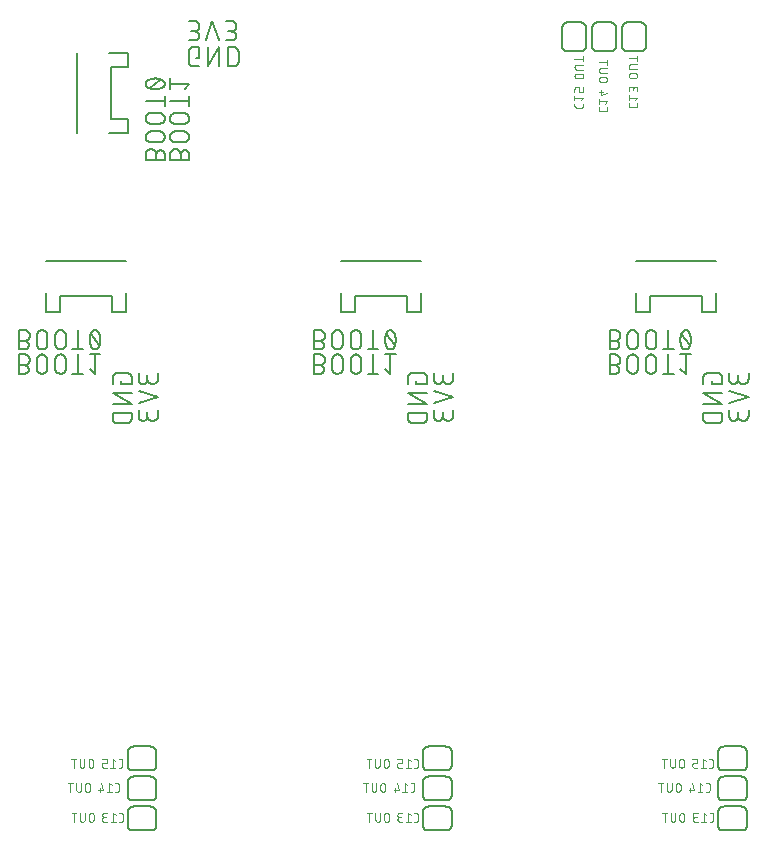
<source format=gbr>
G04 EAGLE Gerber RS-274X export*
G75*
%MOMM*%
%FSLAX34Y34*%
%LPD*%
%INSilkscreen Bottom*%
%IPPOS*%
%AMOC8*
5,1,8,0,0,1.08239X$1,22.5*%
G01*
%ADD10C,0.152400*%
%ADD11C,0.076200*%
%ADD12C,0.203200*%


D10*
X144906Y421541D02*
X144906Y418832D01*
X153937Y418832D01*
X153937Y424251D01*
X153936Y424251D02*
X153934Y424369D01*
X153928Y424487D01*
X153919Y424605D01*
X153905Y424722D01*
X153888Y424839D01*
X153867Y424956D01*
X153842Y425071D01*
X153813Y425186D01*
X153780Y425300D01*
X153744Y425412D01*
X153704Y425523D01*
X153661Y425633D01*
X153614Y425742D01*
X153564Y425849D01*
X153509Y425954D01*
X153452Y426057D01*
X153391Y426158D01*
X153327Y426258D01*
X153260Y426355D01*
X153190Y426450D01*
X153116Y426542D01*
X153040Y426633D01*
X152960Y426720D01*
X152878Y426805D01*
X152793Y426887D01*
X152706Y426967D01*
X152615Y427043D01*
X152523Y427117D01*
X152428Y427187D01*
X152331Y427254D01*
X152231Y427318D01*
X152130Y427379D01*
X152027Y427436D01*
X151922Y427491D01*
X151815Y427541D01*
X151706Y427588D01*
X151596Y427631D01*
X151485Y427671D01*
X151373Y427707D01*
X151259Y427740D01*
X151144Y427769D01*
X151029Y427794D01*
X150912Y427815D01*
X150795Y427832D01*
X150678Y427846D01*
X150560Y427855D01*
X150442Y427861D01*
X150324Y427863D01*
X141293Y427863D01*
X141293Y427864D02*
X141175Y427862D01*
X141057Y427856D01*
X140939Y427847D01*
X140821Y427833D01*
X140704Y427816D01*
X140588Y427795D01*
X140473Y427770D01*
X140358Y427741D01*
X140244Y427708D01*
X140132Y427672D01*
X140020Y427632D01*
X139910Y427589D01*
X139802Y427542D01*
X139695Y427491D01*
X139590Y427437D01*
X139487Y427380D01*
X139385Y427319D01*
X139286Y427255D01*
X139189Y427188D01*
X139094Y427117D01*
X139001Y427044D01*
X138911Y426967D01*
X138823Y426888D01*
X138738Y426806D01*
X138656Y426721D01*
X138577Y426633D01*
X138500Y426543D01*
X138427Y426450D01*
X138356Y426356D01*
X138289Y426258D01*
X138225Y426159D01*
X138164Y426058D01*
X138107Y425954D01*
X138053Y425849D01*
X138002Y425742D01*
X137955Y425634D01*
X137912Y425524D01*
X137872Y425412D01*
X137836Y425300D01*
X137803Y425186D01*
X137774Y425071D01*
X137749Y424956D01*
X137728Y424840D01*
X137711Y424723D01*
X137697Y424605D01*
X137688Y424487D01*
X137682Y424369D01*
X137680Y424251D01*
X137681Y424251D02*
X137681Y418832D01*
X137681Y411190D02*
X153937Y411190D01*
X153937Y402159D02*
X137681Y411190D01*
X137681Y402159D02*
X153937Y402159D01*
X153937Y394516D02*
X137681Y394516D01*
X137681Y390001D01*
X137680Y390001D02*
X137682Y389870D01*
X137688Y389738D01*
X137697Y389607D01*
X137711Y389477D01*
X137728Y389346D01*
X137749Y389217D01*
X137773Y389088D01*
X137802Y388960D01*
X137834Y388832D01*
X137870Y388706D01*
X137909Y388581D01*
X137952Y388456D01*
X137999Y388334D01*
X138049Y388212D01*
X138103Y388092D01*
X138160Y387974D01*
X138221Y387858D01*
X138285Y387743D01*
X138352Y387630D01*
X138423Y387519D01*
X138497Y387411D01*
X138574Y387304D01*
X138654Y387200D01*
X138737Y387098D01*
X138822Y386999D01*
X138911Y386902D01*
X139003Y386808D01*
X139097Y386716D01*
X139194Y386627D01*
X139293Y386542D01*
X139395Y386459D01*
X139499Y386379D01*
X139606Y386302D01*
X139714Y386228D01*
X139825Y386157D01*
X139938Y386090D01*
X140053Y386026D01*
X140169Y385965D01*
X140287Y385908D01*
X140407Y385854D01*
X140529Y385804D01*
X140651Y385757D01*
X140776Y385714D01*
X140901Y385675D01*
X141027Y385639D01*
X141155Y385607D01*
X141283Y385578D01*
X141412Y385554D01*
X141541Y385533D01*
X141672Y385516D01*
X141802Y385502D01*
X141933Y385493D01*
X142065Y385487D01*
X142196Y385485D01*
X149421Y385485D01*
X149552Y385487D01*
X149684Y385493D01*
X149815Y385502D01*
X149945Y385516D01*
X150076Y385533D01*
X150205Y385554D01*
X150334Y385578D01*
X150462Y385607D01*
X150590Y385639D01*
X150716Y385675D01*
X150841Y385714D01*
X150966Y385757D01*
X151088Y385804D01*
X151210Y385854D01*
X151330Y385908D01*
X151448Y385965D01*
X151564Y386026D01*
X151679Y386090D01*
X151792Y386157D01*
X151903Y386228D01*
X152011Y386302D01*
X152118Y386379D01*
X152222Y386459D01*
X152324Y386542D01*
X152423Y386627D01*
X152520Y386716D01*
X152614Y386808D01*
X152706Y386902D01*
X152795Y386999D01*
X152880Y387098D01*
X152963Y387200D01*
X153043Y387304D01*
X153120Y387411D01*
X153194Y387519D01*
X153265Y387630D01*
X153332Y387743D01*
X153396Y387858D01*
X153457Y387974D01*
X153514Y388092D01*
X153568Y388212D01*
X153618Y388334D01*
X153665Y388456D01*
X153708Y388581D01*
X153747Y388706D01*
X153783Y388832D01*
X153815Y388960D01*
X153844Y389088D01*
X153868Y389217D01*
X153889Y389347D01*
X153906Y389477D01*
X153920Y389607D01*
X153929Y389738D01*
X153935Y389870D01*
X153937Y390001D01*
X153937Y394516D01*
X176162Y423347D02*
X176162Y427863D01*
X176162Y423347D02*
X176160Y423214D01*
X176154Y423082D01*
X176144Y422950D01*
X176131Y422818D01*
X176113Y422686D01*
X176092Y422556D01*
X176067Y422425D01*
X176038Y422296D01*
X176005Y422168D01*
X175969Y422040D01*
X175929Y421914D01*
X175885Y421789D01*
X175837Y421665D01*
X175786Y421543D01*
X175731Y421422D01*
X175673Y421303D01*
X175611Y421185D01*
X175546Y421070D01*
X175477Y420956D01*
X175406Y420845D01*
X175330Y420736D01*
X175252Y420629D01*
X175171Y420524D01*
X175086Y420422D01*
X174999Y420322D01*
X174909Y420225D01*
X174816Y420130D01*
X174720Y420039D01*
X174622Y419950D01*
X174521Y419864D01*
X174417Y419781D01*
X174311Y419701D01*
X174203Y419625D01*
X174093Y419551D01*
X173980Y419481D01*
X173866Y419414D01*
X173749Y419351D01*
X173631Y419291D01*
X173511Y419234D01*
X173389Y419181D01*
X173266Y419132D01*
X173142Y419086D01*
X173016Y419044D01*
X172889Y419006D01*
X172761Y418971D01*
X172632Y418940D01*
X172503Y418913D01*
X172372Y418890D01*
X172241Y418870D01*
X172109Y418855D01*
X171977Y418843D01*
X171845Y418835D01*
X171712Y418831D01*
X171580Y418831D01*
X171447Y418835D01*
X171315Y418843D01*
X171183Y418855D01*
X171051Y418870D01*
X170920Y418890D01*
X170789Y418913D01*
X170660Y418940D01*
X170531Y418971D01*
X170403Y419006D01*
X170276Y419044D01*
X170150Y419086D01*
X170026Y419132D01*
X169903Y419181D01*
X169781Y419234D01*
X169661Y419291D01*
X169543Y419351D01*
X169426Y419414D01*
X169312Y419481D01*
X169199Y419551D01*
X169089Y419625D01*
X168981Y419701D01*
X168875Y419781D01*
X168771Y419864D01*
X168670Y419950D01*
X168572Y420039D01*
X168476Y420130D01*
X168383Y420225D01*
X168293Y420322D01*
X168206Y420422D01*
X168121Y420524D01*
X168040Y420629D01*
X167962Y420736D01*
X167886Y420845D01*
X167815Y420956D01*
X167746Y421070D01*
X167681Y421185D01*
X167619Y421303D01*
X167561Y421422D01*
X167506Y421543D01*
X167455Y421665D01*
X167407Y421789D01*
X167363Y421914D01*
X167323Y422040D01*
X167287Y422168D01*
X167254Y422296D01*
X167225Y422425D01*
X167200Y422556D01*
X167179Y422686D01*
X167161Y422818D01*
X167148Y422950D01*
X167138Y423082D01*
X167132Y423214D01*
X167130Y423347D01*
X159906Y422444D02*
X159906Y427863D01*
X159906Y422444D02*
X159908Y422325D01*
X159914Y422205D01*
X159924Y422086D01*
X159938Y421968D01*
X159955Y421849D01*
X159977Y421732D01*
X160002Y421615D01*
X160032Y421500D01*
X160065Y421385D01*
X160102Y421271D01*
X160142Y421159D01*
X160187Y421048D01*
X160235Y420939D01*
X160286Y420831D01*
X160341Y420725D01*
X160400Y420621D01*
X160462Y420519D01*
X160527Y420419D01*
X160596Y420321D01*
X160668Y420225D01*
X160743Y420132D01*
X160820Y420042D01*
X160901Y419954D01*
X160985Y419869D01*
X161072Y419787D01*
X161161Y419707D01*
X161253Y419631D01*
X161347Y419557D01*
X161444Y419487D01*
X161542Y419420D01*
X161643Y419356D01*
X161747Y419296D01*
X161852Y419239D01*
X161959Y419186D01*
X162067Y419136D01*
X162177Y419090D01*
X162289Y419048D01*
X162402Y419009D01*
X162516Y418974D01*
X162631Y418943D01*
X162748Y418915D01*
X162865Y418892D01*
X162982Y418872D01*
X163101Y418856D01*
X163220Y418844D01*
X163339Y418836D01*
X163458Y418832D01*
X163578Y418832D01*
X163697Y418836D01*
X163816Y418844D01*
X163935Y418856D01*
X164054Y418872D01*
X164171Y418892D01*
X164288Y418915D01*
X164405Y418943D01*
X164520Y418974D01*
X164634Y419009D01*
X164747Y419048D01*
X164859Y419090D01*
X164969Y419136D01*
X165077Y419186D01*
X165184Y419239D01*
X165289Y419296D01*
X165393Y419356D01*
X165494Y419420D01*
X165592Y419487D01*
X165689Y419557D01*
X165783Y419631D01*
X165875Y419707D01*
X165964Y419787D01*
X166051Y419869D01*
X166135Y419954D01*
X166216Y420042D01*
X166293Y420132D01*
X166368Y420225D01*
X166440Y420321D01*
X166509Y420419D01*
X166574Y420519D01*
X166636Y420621D01*
X166695Y420725D01*
X166750Y420831D01*
X166801Y420939D01*
X166849Y421048D01*
X166894Y421159D01*
X166934Y421271D01*
X166971Y421385D01*
X167004Y421500D01*
X167034Y421615D01*
X167059Y421732D01*
X167081Y421849D01*
X167098Y421968D01*
X167112Y422086D01*
X167122Y422205D01*
X167128Y422325D01*
X167130Y422444D01*
X167131Y422444D02*
X167131Y426057D01*
X159906Y413135D02*
X176162Y407716D01*
X159906Y402298D01*
X176162Y396601D02*
X176162Y392085D01*
X176160Y391952D01*
X176154Y391820D01*
X176144Y391688D01*
X176131Y391556D01*
X176113Y391424D01*
X176092Y391294D01*
X176067Y391163D01*
X176038Y391034D01*
X176005Y390906D01*
X175969Y390778D01*
X175929Y390652D01*
X175885Y390527D01*
X175837Y390403D01*
X175786Y390281D01*
X175731Y390160D01*
X175673Y390041D01*
X175611Y389923D01*
X175546Y389808D01*
X175477Y389694D01*
X175406Y389583D01*
X175330Y389474D01*
X175252Y389367D01*
X175171Y389262D01*
X175086Y389160D01*
X174999Y389060D01*
X174909Y388963D01*
X174816Y388868D01*
X174720Y388777D01*
X174622Y388688D01*
X174521Y388602D01*
X174417Y388519D01*
X174311Y388439D01*
X174203Y388363D01*
X174093Y388289D01*
X173980Y388219D01*
X173866Y388152D01*
X173749Y388089D01*
X173631Y388029D01*
X173511Y387972D01*
X173389Y387919D01*
X173266Y387870D01*
X173142Y387824D01*
X173016Y387782D01*
X172889Y387744D01*
X172761Y387709D01*
X172632Y387678D01*
X172503Y387651D01*
X172372Y387628D01*
X172241Y387608D01*
X172109Y387593D01*
X171977Y387581D01*
X171845Y387573D01*
X171712Y387569D01*
X171580Y387569D01*
X171447Y387573D01*
X171315Y387581D01*
X171183Y387593D01*
X171051Y387608D01*
X170920Y387628D01*
X170789Y387651D01*
X170660Y387678D01*
X170531Y387709D01*
X170403Y387744D01*
X170276Y387782D01*
X170150Y387824D01*
X170026Y387870D01*
X169903Y387919D01*
X169781Y387972D01*
X169661Y388029D01*
X169543Y388089D01*
X169426Y388152D01*
X169312Y388219D01*
X169199Y388289D01*
X169089Y388363D01*
X168981Y388439D01*
X168875Y388519D01*
X168771Y388602D01*
X168670Y388688D01*
X168572Y388777D01*
X168476Y388868D01*
X168383Y388963D01*
X168293Y389060D01*
X168206Y389160D01*
X168121Y389262D01*
X168040Y389367D01*
X167962Y389474D01*
X167886Y389583D01*
X167815Y389694D01*
X167746Y389808D01*
X167681Y389923D01*
X167619Y390041D01*
X167561Y390160D01*
X167506Y390281D01*
X167455Y390403D01*
X167407Y390527D01*
X167363Y390652D01*
X167323Y390778D01*
X167287Y390906D01*
X167254Y391034D01*
X167225Y391163D01*
X167200Y391294D01*
X167179Y391424D01*
X167161Y391556D01*
X167148Y391688D01*
X167138Y391820D01*
X167132Y391952D01*
X167130Y392085D01*
X159906Y391182D02*
X159906Y396601D01*
X159906Y391182D02*
X159908Y391063D01*
X159914Y390943D01*
X159924Y390824D01*
X159938Y390706D01*
X159955Y390587D01*
X159977Y390470D01*
X160002Y390353D01*
X160032Y390238D01*
X160065Y390123D01*
X160102Y390009D01*
X160142Y389897D01*
X160187Y389786D01*
X160235Y389677D01*
X160286Y389569D01*
X160341Y389463D01*
X160400Y389359D01*
X160462Y389257D01*
X160527Y389157D01*
X160596Y389059D01*
X160668Y388963D01*
X160743Y388870D01*
X160820Y388780D01*
X160901Y388692D01*
X160985Y388607D01*
X161072Y388525D01*
X161161Y388445D01*
X161253Y388369D01*
X161347Y388295D01*
X161444Y388225D01*
X161542Y388158D01*
X161643Y388094D01*
X161747Y388034D01*
X161852Y387977D01*
X161959Y387924D01*
X162067Y387874D01*
X162177Y387828D01*
X162289Y387786D01*
X162402Y387747D01*
X162516Y387712D01*
X162631Y387681D01*
X162748Y387653D01*
X162865Y387630D01*
X162982Y387610D01*
X163101Y387594D01*
X163220Y387582D01*
X163339Y387574D01*
X163458Y387570D01*
X163578Y387570D01*
X163697Y387574D01*
X163816Y387582D01*
X163935Y387594D01*
X164054Y387610D01*
X164171Y387630D01*
X164288Y387653D01*
X164405Y387681D01*
X164520Y387712D01*
X164634Y387747D01*
X164747Y387786D01*
X164859Y387828D01*
X164969Y387874D01*
X165077Y387924D01*
X165184Y387977D01*
X165289Y388034D01*
X165393Y388094D01*
X165494Y388158D01*
X165592Y388225D01*
X165689Y388295D01*
X165783Y388369D01*
X165875Y388445D01*
X165964Y388525D01*
X166051Y388607D01*
X166135Y388692D01*
X166216Y388780D01*
X166293Y388870D01*
X166368Y388963D01*
X166440Y389059D01*
X166509Y389157D01*
X166574Y389257D01*
X166636Y389359D01*
X166695Y389463D01*
X166750Y389569D01*
X166801Y389677D01*
X166849Y389786D01*
X166894Y389897D01*
X166934Y390009D01*
X166971Y390123D01*
X167004Y390238D01*
X167034Y390353D01*
X167059Y390470D01*
X167081Y390587D01*
X167098Y390706D01*
X167112Y390824D01*
X167122Y390943D01*
X167128Y391063D01*
X167130Y391182D01*
X167131Y391182D02*
X167131Y394794D01*
X63139Y455344D02*
X58623Y455344D01*
X63139Y455344D02*
X63272Y455346D01*
X63404Y455352D01*
X63536Y455362D01*
X63668Y455375D01*
X63800Y455393D01*
X63930Y455414D01*
X64061Y455439D01*
X64190Y455468D01*
X64318Y455501D01*
X64446Y455537D01*
X64572Y455577D01*
X64697Y455621D01*
X64821Y455669D01*
X64943Y455720D01*
X65064Y455775D01*
X65183Y455833D01*
X65301Y455895D01*
X65416Y455960D01*
X65530Y456029D01*
X65641Y456100D01*
X65750Y456176D01*
X65857Y456254D01*
X65962Y456335D01*
X66064Y456420D01*
X66164Y456507D01*
X66261Y456597D01*
X66356Y456690D01*
X66447Y456786D01*
X66536Y456884D01*
X66622Y456985D01*
X66705Y457089D01*
X66785Y457195D01*
X66861Y457303D01*
X66935Y457413D01*
X67005Y457526D01*
X67072Y457640D01*
X67135Y457757D01*
X67195Y457875D01*
X67252Y457995D01*
X67305Y458117D01*
X67354Y458240D01*
X67400Y458364D01*
X67442Y458490D01*
X67480Y458617D01*
X67515Y458745D01*
X67546Y458874D01*
X67573Y459003D01*
X67596Y459134D01*
X67616Y459265D01*
X67631Y459397D01*
X67643Y459529D01*
X67651Y459661D01*
X67655Y459794D01*
X67655Y459926D01*
X67651Y460059D01*
X67643Y460191D01*
X67631Y460323D01*
X67616Y460455D01*
X67596Y460586D01*
X67573Y460717D01*
X67546Y460846D01*
X67515Y460975D01*
X67480Y461103D01*
X67442Y461230D01*
X67400Y461356D01*
X67354Y461480D01*
X67305Y461603D01*
X67252Y461725D01*
X67195Y461845D01*
X67135Y461963D01*
X67072Y462080D01*
X67005Y462194D01*
X66935Y462307D01*
X66861Y462417D01*
X66785Y462525D01*
X66705Y462631D01*
X66622Y462735D01*
X66536Y462836D01*
X66447Y462934D01*
X66356Y463030D01*
X66261Y463123D01*
X66164Y463213D01*
X66064Y463300D01*
X65962Y463385D01*
X65857Y463466D01*
X65750Y463544D01*
X65641Y463620D01*
X65530Y463691D01*
X65416Y463760D01*
X65301Y463825D01*
X65183Y463887D01*
X65064Y463945D01*
X64943Y464000D01*
X64821Y464051D01*
X64697Y464099D01*
X64572Y464143D01*
X64446Y464183D01*
X64318Y464219D01*
X64190Y464252D01*
X64061Y464281D01*
X63930Y464306D01*
X63800Y464327D01*
X63668Y464345D01*
X63536Y464358D01*
X63404Y464368D01*
X63272Y464374D01*
X63139Y464376D01*
X58623Y464376D01*
X58623Y448120D01*
X63139Y448120D01*
X63258Y448122D01*
X63378Y448128D01*
X63497Y448138D01*
X63615Y448152D01*
X63734Y448169D01*
X63851Y448191D01*
X63968Y448216D01*
X64083Y448246D01*
X64198Y448279D01*
X64312Y448316D01*
X64424Y448356D01*
X64535Y448401D01*
X64644Y448449D01*
X64752Y448500D01*
X64858Y448555D01*
X64962Y448614D01*
X65064Y448676D01*
X65164Y448741D01*
X65262Y448810D01*
X65358Y448882D01*
X65451Y448957D01*
X65541Y449034D01*
X65629Y449115D01*
X65714Y449199D01*
X65796Y449286D01*
X65876Y449375D01*
X65952Y449467D01*
X66026Y449561D01*
X66096Y449658D01*
X66163Y449756D01*
X66227Y449857D01*
X66287Y449961D01*
X66344Y450066D01*
X66397Y450173D01*
X66447Y450281D01*
X66493Y450391D01*
X66535Y450503D01*
X66574Y450616D01*
X66609Y450730D01*
X66640Y450845D01*
X66668Y450962D01*
X66691Y451079D01*
X66711Y451196D01*
X66727Y451315D01*
X66739Y451434D01*
X66747Y451553D01*
X66751Y451672D01*
X66751Y451792D01*
X66747Y451911D01*
X66739Y452030D01*
X66727Y452149D01*
X66711Y452268D01*
X66691Y452385D01*
X66668Y452502D01*
X66640Y452619D01*
X66609Y452734D01*
X66574Y452848D01*
X66535Y452961D01*
X66493Y453073D01*
X66447Y453183D01*
X66397Y453291D01*
X66344Y453398D01*
X66287Y453503D01*
X66227Y453607D01*
X66163Y453708D01*
X66096Y453806D01*
X66026Y453903D01*
X65952Y453997D01*
X65876Y454089D01*
X65796Y454178D01*
X65714Y454265D01*
X65629Y454349D01*
X65541Y454430D01*
X65451Y454507D01*
X65358Y454582D01*
X65262Y454654D01*
X65164Y454723D01*
X65064Y454788D01*
X64962Y454850D01*
X64858Y454909D01*
X64752Y454964D01*
X64644Y455015D01*
X64535Y455063D01*
X64424Y455108D01*
X64312Y455148D01*
X64198Y455185D01*
X64083Y455218D01*
X63968Y455248D01*
X63851Y455273D01*
X63734Y455295D01*
X63615Y455312D01*
X63497Y455326D01*
X63378Y455336D01*
X63258Y455342D01*
X63139Y455344D01*
X73522Y452635D02*
X73522Y459860D01*
X73522Y452635D02*
X73524Y452502D01*
X73530Y452370D01*
X73540Y452238D01*
X73553Y452106D01*
X73571Y451974D01*
X73592Y451844D01*
X73617Y451713D01*
X73646Y451584D01*
X73679Y451456D01*
X73715Y451328D01*
X73755Y451202D01*
X73799Y451077D01*
X73847Y450953D01*
X73898Y450831D01*
X73953Y450710D01*
X74011Y450591D01*
X74073Y450473D01*
X74138Y450358D01*
X74207Y450244D01*
X74278Y450133D01*
X74354Y450024D01*
X74432Y449917D01*
X74513Y449812D01*
X74598Y449710D01*
X74685Y449610D01*
X74775Y449513D01*
X74868Y449418D01*
X74964Y449327D01*
X75062Y449238D01*
X75163Y449152D01*
X75267Y449069D01*
X75373Y448989D01*
X75481Y448913D01*
X75591Y448839D01*
X75704Y448769D01*
X75818Y448702D01*
X75935Y448639D01*
X76053Y448579D01*
X76173Y448522D01*
X76295Y448469D01*
X76418Y448420D01*
X76542Y448374D01*
X76668Y448332D01*
X76795Y448294D01*
X76923Y448259D01*
X77052Y448228D01*
X77181Y448201D01*
X77312Y448178D01*
X77443Y448158D01*
X77575Y448143D01*
X77707Y448131D01*
X77839Y448123D01*
X77972Y448119D01*
X78104Y448119D01*
X78237Y448123D01*
X78369Y448131D01*
X78501Y448143D01*
X78633Y448158D01*
X78764Y448178D01*
X78895Y448201D01*
X79024Y448228D01*
X79153Y448259D01*
X79281Y448294D01*
X79408Y448332D01*
X79534Y448374D01*
X79658Y448420D01*
X79781Y448469D01*
X79903Y448522D01*
X80023Y448579D01*
X80141Y448639D01*
X80258Y448702D01*
X80372Y448769D01*
X80485Y448839D01*
X80595Y448913D01*
X80703Y448989D01*
X80809Y449069D01*
X80913Y449152D01*
X81014Y449238D01*
X81112Y449327D01*
X81208Y449418D01*
X81301Y449513D01*
X81391Y449610D01*
X81478Y449710D01*
X81563Y449812D01*
X81644Y449917D01*
X81722Y450024D01*
X81798Y450133D01*
X81869Y450244D01*
X81938Y450358D01*
X82003Y450473D01*
X82065Y450591D01*
X82123Y450710D01*
X82178Y450831D01*
X82229Y450953D01*
X82277Y451077D01*
X82321Y451202D01*
X82361Y451328D01*
X82397Y451456D01*
X82430Y451584D01*
X82459Y451713D01*
X82484Y451844D01*
X82505Y451974D01*
X82523Y452106D01*
X82536Y452238D01*
X82546Y452370D01*
X82552Y452502D01*
X82554Y452635D01*
X82554Y459860D01*
X82552Y459993D01*
X82546Y460125D01*
X82536Y460257D01*
X82523Y460389D01*
X82505Y460521D01*
X82484Y460651D01*
X82459Y460782D01*
X82430Y460911D01*
X82397Y461039D01*
X82361Y461167D01*
X82321Y461293D01*
X82277Y461418D01*
X82229Y461542D01*
X82178Y461664D01*
X82123Y461785D01*
X82065Y461904D01*
X82003Y462022D01*
X81938Y462137D01*
X81869Y462251D01*
X81798Y462362D01*
X81722Y462471D01*
X81644Y462578D01*
X81563Y462683D01*
X81478Y462785D01*
X81391Y462885D01*
X81301Y462982D01*
X81208Y463077D01*
X81112Y463168D01*
X81014Y463257D01*
X80913Y463343D01*
X80809Y463426D01*
X80703Y463506D01*
X80595Y463582D01*
X80485Y463656D01*
X80372Y463726D01*
X80258Y463793D01*
X80141Y463856D01*
X80023Y463916D01*
X79903Y463973D01*
X79781Y464026D01*
X79658Y464075D01*
X79534Y464121D01*
X79408Y464163D01*
X79281Y464201D01*
X79153Y464236D01*
X79024Y464267D01*
X78895Y464294D01*
X78764Y464317D01*
X78633Y464337D01*
X78501Y464352D01*
X78369Y464364D01*
X78237Y464372D01*
X78104Y464376D01*
X77972Y464376D01*
X77839Y464372D01*
X77707Y464364D01*
X77575Y464352D01*
X77443Y464337D01*
X77312Y464317D01*
X77181Y464294D01*
X77052Y464267D01*
X76923Y464236D01*
X76795Y464201D01*
X76668Y464163D01*
X76542Y464121D01*
X76418Y464075D01*
X76295Y464026D01*
X76173Y463973D01*
X76053Y463916D01*
X75935Y463856D01*
X75818Y463793D01*
X75704Y463726D01*
X75591Y463656D01*
X75481Y463582D01*
X75373Y463506D01*
X75267Y463426D01*
X75163Y463343D01*
X75062Y463257D01*
X74964Y463168D01*
X74868Y463077D01*
X74775Y462982D01*
X74685Y462885D01*
X74598Y462785D01*
X74513Y462683D01*
X74432Y462578D01*
X74354Y462471D01*
X74278Y462362D01*
X74207Y462251D01*
X74138Y462137D01*
X74073Y462022D01*
X74011Y461904D01*
X73953Y461785D01*
X73898Y461664D01*
X73847Y461542D01*
X73799Y461418D01*
X73755Y461293D01*
X73715Y461167D01*
X73679Y461039D01*
X73646Y460911D01*
X73617Y460782D01*
X73592Y460651D01*
X73571Y460521D01*
X73553Y460389D01*
X73540Y460257D01*
X73530Y460125D01*
X73524Y459993D01*
X73522Y459860D01*
X89154Y459860D02*
X89154Y452635D01*
X89153Y452635D02*
X89155Y452502D01*
X89161Y452370D01*
X89171Y452238D01*
X89184Y452106D01*
X89202Y451974D01*
X89223Y451844D01*
X89248Y451713D01*
X89277Y451584D01*
X89310Y451456D01*
X89346Y451328D01*
X89386Y451202D01*
X89430Y451077D01*
X89478Y450953D01*
X89529Y450831D01*
X89584Y450710D01*
X89642Y450591D01*
X89704Y450473D01*
X89769Y450358D01*
X89838Y450244D01*
X89909Y450133D01*
X89985Y450024D01*
X90063Y449917D01*
X90144Y449812D01*
X90229Y449710D01*
X90316Y449610D01*
X90406Y449513D01*
X90499Y449418D01*
X90595Y449327D01*
X90693Y449238D01*
X90794Y449152D01*
X90898Y449069D01*
X91004Y448989D01*
X91112Y448913D01*
X91222Y448839D01*
X91335Y448769D01*
X91449Y448702D01*
X91566Y448639D01*
X91684Y448579D01*
X91804Y448522D01*
X91926Y448469D01*
X92049Y448420D01*
X92173Y448374D01*
X92299Y448332D01*
X92426Y448294D01*
X92554Y448259D01*
X92683Y448228D01*
X92812Y448201D01*
X92943Y448178D01*
X93074Y448158D01*
X93206Y448143D01*
X93338Y448131D01*
X93470Y448123D01*
X93603Y448119D01*
X93735Y448119D01*
X93868Y448123D01*
X94000Y448131D01*
X94132Y448143D01*
X94264Y448158D01*
X94395Y448178D01*
X94526Y448201D01*
X94655Y448228D01*
X94784Y448259D01*
X94912Y448294D01*
X95039Y448332D01*
X95165Y448374D01*
X95289Y448420D01*
X95412Y448469D01*
X95534Y448522D01*
X95654Y448579D01*
X95772Y448639D01*
X95889Y448702D01*
X96003Y448769D01*
X96116Y448839D01*
X96226Y448913D01*
X96334Y448989D01*
X96440Y449069D01*
X96544Y449152D01*
X96645Y449238D01*
X96743Y449327D01*
X96839Y449418D01*
X96932Y449513D01*
X97022Y449610D01*
X97109Y449710D01*
X97194Y449812D01*
X97275Y449917D01*
X97353Y450024D01*
X97429Y450133D01*
X97500Y450244D01*
X97569Y450358D01*
X97634Y450473D01*
X97696Y450591D01*
X97754Y450710D01*
X97809Y450831D01*
X97860Y450953D01*
X97908Y451077D01*
X97952Y451202D01*
X97992Y451328D01*
X98028Y451456D01*
X98061Y451584D01*
X98090Y451713D01*
X98115Y451844D01*
X98136Y451974D01*
X98154Y452106D01*
X98167Y452238D01*
X98177Y452370D01*
X98183Y452502D01*
X98185Y452635D01*
X98185Y459860D01*
X98183Y459993D01*
X98177Y460125D01*
X98167Y460257D01*
X98154Y460389D01*
X98136Y460521D01*
X98115Y460651D01*
X98090Y460782D01*
X98061Y460911D01*
X98028Y461039D01*
X97992Y461167D01*
X97952Y461293D01*
X97908Y461418D01*
X97860Y461542D01*
X97809Y461664D01*
X97754Y461785D01*
X97696Y461904D01*
X97634Y462022D01*
X97569Y462137D01*
X97500Y462251D01*
X97429Y462362D01*
X97353Y462471D01*
X97275Y462578D01*
X97194Y462683D01*
X97109Y462785D01*
X97022Y462885D01*
X96932Y462982D01*
X96839Y463077D01*
X96743Y463168D01*
X96645Y463257D01*
X96544Y463343D01*
X96440Y463426D01*
X96334Y463506D01*
X96226Y463582D01*
X96116Y463656D01*
X96003Y463726D01*
X95889Y463793D01*
X95772Y463856D01*
X95654Y463916D01*
X95534Y463973D01*
X95412Y464026D01*
X95289Y464075D01*
X95165Y464121D01*
X95039Y464163D01*
X94912Y464201D01*
X94784Y464236D01*
X94655Y464267D01*
X94526Y464294D01*
X94395Y464317D01*
X94264Y464337D01*
X94132Y464352D01*
X94000Y464364D01*
X93868Y464372D01*
X93735Y464376D01*
X93603Y464376D01*
X93470Y464372D01*
X93338Y464364D01*
X93206Y464352D01*
X93074Y464337D01*
X92943Y464317D01*
X92812Y464294D01*
X92683Y464267D01*
X92554Y464236D01*
X92426Y464201D01*
X92299Y464163D01*
X92173Y464121D01*
X92049Y464075D01*
X91926Y464026D01*
X91804Y463973D01*
X91684Y463916D01*
X91566Y463856D01*
X91449Y463793D01*
X91335Y463726D01*
X91222Y463656D01*
X91112Y463582D01*
X91004Y463506D01*
X90898Y463426D01*
X90794Y463343D01*
X90693Y463257D01*
X90595Y463168D01*
X90499Y463077D01*
X90406Y462982D01*
X90316Y462885D01*
X90229Y462785D01*
X90144Y462683D01*
X90063Y462578D01*
X89985Y462471D01*
X89909Y462362D01*
X89838Y462251D01*
X89769Y462137D01*
X89704Y462022D01*
X89642Y461904D01*
X89584Y461785D01*
X89529Y461664D01*
X89478Y461542D01*
X89430Y461418D01*
X89386Y461293D01*
X89346Y461167D01*
X89310Y461039D01*
X89277Y460911D01*
X89248Y460782D01*
X89223Y460651D01*
X89202Y460521D01*
X89184Y460389D01*
X89171Y460257D01*
X89161Y460125D01*
X89155Y459993D01*
X89153Y459860D01*
X108258Y464376D02*
X108258Y448120D01*
X103743Y448120D02*
X112774Y448120D01*
X119687Y450378D02*
X119550Y450667D01*
X119420Y450959D01*
X119297Y451255D01*
X119182Y451553D01*
X119073Y451854D01*
X118972Y452157D01*
X118878Y452463D01*
X118791Y452770D01*
X118712Y453080D01*
X118640Y453392D01*
X118576Y453705D01*
X118519Y454020D01*
X118469Y454336D01*
X118427Y454653D01*
X118393Y454971D01*
X118366Y455289D01*
X118347Y455609D01*
X118336Y455928D01*
X118332Y456248D01*
X119687Y450377D02*
X119726Y450269D01*
X119769Y450162D01*
X119815Y450057D01*
X119865Y449954D01*
X119919Y449852D01*
X119976Y449752D01*
X120037Y449654D01*
X120101Y449558D01*
X120168Y449465D01*
X120238Y449374D01*
X120312Y449285D01*
X120388Y449199D01*
X120468Y449116D01*
X120550Y449035D01*
X120635Y448957D01*
X120722Y448883D01*
X120813Y448811D01*
X120905Y448742D01*
X121000Y448677D01*
X121097Y448615D01*
X121196Y448556D01*
X121297Y448501D01*
X121400Y448450D01*
X121505Y448402D01*
X121611Y448357D01*
X121718Y448316D01*
X121827Y448279D01*
X121938Y448246D01*
X122049Y448217D01*
X122161Y448191D01*
X122274Y448169D01*
X122388Y448152D01*
X122502Y448138D01*
X122617Y448128D01*
X122732Y448122D01*
X122847Y448120D01*
X122847Y448119D02*
X122962Y448121D01*
X123077Y448127D01*
X123192Y448137D01*
X123306Y448151D01*
X123420Y448168D01*
X123533Y448190D01*
X123645Y448216D01*
X123757Y448245D01*
X123867Y448278D01*
X123976Y448315D01*
X124084Y448356D01*
X124190Y448401D01*
X124295Y448449D01*
X124397Y448500D01*
X124499Y448556D01*
X124598Y448614D01*
X124695Y448676D01*
X124790Y448742D01*
X124882Y448810D01*
X124972Y448882D01*
X125060Y448956D01*
X125145Y449034D01*
X125227Y449115D01*
X125306Y449198D01*
X125383Y449284D01*
X125456Y449373D01*
X125527Y449464D01*
X125594Y449558D01*
X125658Y449653D01*
X125719Y449751D01*
X125776Y449851D01*
X125829Y449953D01*
X125880Y450057D01*
X125926Y450162D01*
X125969Y450269D01*
X126008Y450377D01*
X126008Y450378D02*
X126145Y450667D01*
X126275Y450959D01*
X126398Y451255D01*
X126513Y451553D01*
X126622Y451854D01*
X126723Y452157D01*
X126817Y452463D01*
X126904Y452770D01*
X126983Y453080D01*
X127055Y453392D01*
X127119Y453705D01*
X127176Y454020D01*
X127226Y454336D01*
X127268Y454653D01*
X127302Y454971D01*
X127329Y455289D01*
X127348Y455609D01*
X127359Y455928D01*
X127363Y456248D01*
X118332Y456248D02*
X118336Y456568D01*
X118347Y456887D01*
X118366Y457207D01*
X118393Y457525D01*
X118427Y457843D01*
X118469Y458160D01*
X118519Y458476D01*
X118576Y458791D01*
X118640Y459104D01*
X118712Y459416D01*
X118791Y459726D01*
X118878Y460033D01*
X118972Y460339D01*
X119073Y460642D01*
X119182Y460943D01*
X119297Y461241D01*
X119420Y461537D01*
X119550Y461829D01*
X119687Y462118D01*
X119686Y462118D02*
X119725Y462226D01*
X119768Y462333D01*
X119814Y462438D01*
X119865Y462542D01*
X119918Y462644D01*
X119975Y462744D01*
X120036Y462842D01*
X120100Y462937D01*
X120167Y463031D01*
X120238Y463122D01*
X120311Y463211D01*
X120388Y463297D01*
X120467Y463380D01*
X120549Y463461D01*
X120634Y463539D01*
X120722Y463613D01*
X120812Y463685D01*
X120905Y463754D01*
X120999Y463819D01*
X121096Y463881D01*
X121196Y463939D01*
X121297Y463995D01*
X121399Y464046D01*
X121504Y464094D01*
X121610Y464139D01*
X121718Y464180D01*
X121827Y464217D01*
X121937Y464250D01*
X122049Y464279D01*
X122161Y464305D01*
X122274Y464327D01*
X122388Y464344D01*
X122502Y464358D01*
X122617Y464368D01*
X122732Y464374D01*
X122847Y464376D01*
X126008Y462118D02*
X126145Y461829D01*
X126275Y461537D01*
X126398Y461241D01*
X126513Y460943D01*
X126622Y460642D01*
X126723Y460339D01*
X126817Y460033D01*
X126904Y459726D01*
X126983Y459416D01*
X127055Y459104D01*
X127119Y458791D01*
X127176Y458476D01*
X127226Y458160D01*
X127268Y457843D01*
X127302Y457525D01*
X127329Y457207D01*
X127348Y456887D01*
X127359Y456568D01*
X127363Y456248D01*
X126008Y462118D02*
X125969Y462226D01*
X125926Y462333D01*
X125880Y462438D01*
X125829Y462542D01*
X125776Y462644D01*
X125719Y462744D01*
X125658Y462842D01*
X125594Y462937D01*
X125527Y463031D01*
X125456Y463122D01*
X125383Y463211D01*
X125306Y463297D01*
X125227Y463380D01*
X125145Y463461D01*
X125060Y463539D01*
X124972Y463613D01*
X124882Y463685D01*
X124789Y463754D01*
X124695Y463819D01*
X124598Y463881D01*
X124498Y463939D01*
X124397Y463995D01*
X124294Y464046D01*
X124190Y464094D01*
X124084Y464139D01*
X123976Y464180D01*
X123867Y464217D01*
X123757Y464250D01*
X123645Y464279D01*
X123533Y464305D01*
X123420Y464327D01*
X123306Y464344D01*
X123192Y464358D01*
X123077Y464368D01*
X122962Y464374D01*
X122847Y464376D01*
X119235Y460763D02*
X126460Y451732D01*
X63139Y434707D02*
X58623Y434707D01*
X63139Y434706D02*
X63272Y434708D01*
X63404Y434714D01*
X63536Y434724D01*
X63668Y434737D01*
X63800Y434755D01*
X63930Y434776D01*
X64061Y434801D01*
X64190Y434830D01*
X64318Y434863D01*
X64446Y434899D01*
X64572Y434939D01*
X64697Y434983D01*
X64821Y435031D01*
X64943Y435082D01*
X65064Y435137D01*
X65183Y435195D01*
X65301Y435257D01*
X65416Y435322D01*
X65530Y435391D01*
X65641Y435462D01*
X65750Y435538D01*
X65857Y435616D01*
X65962Y435697D01*
X66064Y435782D01*
X66164Y435869D01*
X66261Y435959D01*
X66356Y436052D01*
X66447Y436148D01*
X66536Y436246D01*
X66622Y436347D01*
X66705Y436451D01*
X66785Y436557D01*
X66861Y436665D01*
X66935Y436775D01*
X67005Y436888D01*
X67072Y437002D01*
X67135Y437119D01*
X67195Y437237D01*
X67252Y437357D01*
X67305Y437479D01*
X67354Y437602D01*
X67400Y437726D01*
X67442Y437852D01*
X67480Y437979D01*
X67515Y438107D01*
X67546Y438236D01*
X67573Y438365D01*
X67596Y438496D01*
X67616Y438627D01*
X67631Y438759D01*
X67643Y438891D01*
X67651Y439023D01*
X67655Y439156D01*
X67655Y439288D01*
X67651Y439421D01*
X67643Y439553D01*
X67631Y439685D01*
X67616Y439817D01*
X67596Y439948D01*
X67573Y440079D01*
X67546Y440208D01*
X67515Y440337D01*
X67480Y440465D01*
X67442Y440592D01*
X67400Y440718D01*
X67354Y440842D01*
X67305Y440965D01*
X67252Y441087D01*
X67195Y441207D01*
X67135Y441325D01*
X67072Y441442D01*
X67005Y441556D01*
X66935Y441669D01*
X66861Y441779D01*
X66785Y441887D01*
X66705Y441993D01*
X66622Y442097D01*
X66536Y442198D01*
X66447Y442296D01*
X66356Y442392D01*
X66261Y442485D01*
X66164Y442575D01*
X66064Y442662D01*
X65962Y442747D01*
X65857Y442828D01*
X65750Y442906D01*
X65641Y442982D01*
X65530Y443053D01*
X65416Y443122D01*
X65301Y443187D01*
X65183Y443249D01*
X65064Y443307D01*
X64943Y443362D01*
X64821Y443413D01*
X64697Y443461D01*
X64572Y443505D01*
X64446Y443545D01*
X64318Y443581D01*
X64190Y443614D01*
X64061Y443643D01*
X63930Y443668D01*
X63800Y443689D01*
X63668Y443707D01*
X63536Y443720D01*
X63404Y443730D01*
X63272Y443736D01*
X63139Y443738D01*
X58623Y443738D01*
X58623Y427482D01*
X63139Y427482D01*
X63258Y427484D01*
X63378Y427490D01*
X63497Y427500D01*
X63615Y427514D01*
X63734Y427531D01*
X63851Y427553D01*
X63968Y427578D01*
X64083Y427608D01*
X64198Y427641D01*
X64312Y427678D01*
X64424Y427718D01*
X64535Y427763D01*
X64644Y427811D01*
X64752Y427862D01*
X64858Y427917D01*
X64962Y427976D01*
X65064Y428038D01*
X65164Y428103D01*
X65262Y428172D01*
X65358Y428244D01*
X65451Y428319D01*
X65541Y428396D01*
X65629Y428477D01*
X65714Y428561D01*
X65796Y428648D01*
X65876Y428737D01*
X65952Y428829D01*
X66026Y428923D01*
X66096Y429020D01*
X66163Y429118D01*
X66227Y429219D01*
X66287Y429323D01*
X66344Y429428D01*
X66397Y429535D01*
X66447Y429643D01*
X66493Y429753D01*
X66535Y429865D01*
X66574Y429978D01*
X66609Y430092D01*
X66640Y430207D01*
X66668Y430324D01*
X66691Y430441D01*
X66711Y430558D01*
X66727Y430677D01*
X66739Y430796D01*
X66747Y430915D01*
X66751Y431034D01*
X66751Y431154D01*
X66747Y431273D01*
X66739Y431392D01*
X66727Y431511D01*
X66711Y431630D01*
X66691Y431747D01*
X66668Y431864D01*
X66640Y431981D01*
X66609Y432096D01*
X66574Y432210D01*
X66535Y432323D01*
X66493Y432435D01*
X66447Y432545D01*
X66397Y432653D01*
X66344Y432760D01*
X66287Y432865D01*
X66227Y432969D01*
X66163Y433070D01*
X66096Y433168D01*
X66026Y433265D01*
X65952Y433359D01*
X65876Y433451D01*
X65796Y433540D01*
X65714Y433627D01*
X65629Y433711D01*
X65541Y433792D01*
X65451Y433869D01*
X65358Y433944D01*
X65262Y434016D01*
X65164Y434085D01*
X65064Y434150D01*
X64962Y434212D01*
X64858Y434271D01*
X64752Y434326D01*
X64644Y434377D01*
X64535Y434425D01*
X64424Y434470D01*
X64312Y434510D01*
X64198Y434547D01*
X64083Y434580D01*
X63968Y434610D01*
X63851Y434635D01*
X63734Y434657D01*
X63615Y434674D01*
X63497Y434688D01*
X63378Y434698D01*
X63258Y434704D01*
X63139Y434706D01*
X73522Y431998D02*
X73522Y439222D01*
X73522Y431998D02*
X73524Y431865D01*
X73530Y431733D01*
X73540Y431601D01*
X73553Y431469D01*
X73571Y431337D01*
X73592Y431207D01*
X73617Y431076D01*
X73646Y430947D01*
X73679Y430819D01*
X73715Y430691D01*
X73755Y430565D01*
X73799Y430440D01*
X73847Y430316D01*
X73898Y430194D01*
X73953Y430073D01*
X74011Y429954D01*
X74073Y429836D01*
X74138Y429721D01*
X74207Y429607D01*
X74278Y429496D01*
X74354Y429387D01*
X74432Y429280D01*
X74513Y429175D01*
X74598Y429073D01*
X74685Y428973D01*
X74775Y428876D01*
X74868Y428781D01*
X74964Y428690D01*
X75062Y428601D01*
X75163Y428515D01*
X75267Y428432D01*
X75373Y428352D01*
X75481Y428276D01*
X75591Y428202D01*
X75704Y428132D01*
X75818Y428065D01*
X75935Y428002D01*
X76053Y427942D01*
X76173Y427885D01*
X76295Y427832D01*
X76418Y427783D01*
X76542Y427737D01*
X76668Y427695D01*
X76795Y427657D01*
X76923Y427622D01*
X77052Y427591D01*
X77181Y427564D01*
X77312Y427541D01*
X77443Y427521D01*
X77575Y427506D01*
X77707Y427494D01*
X77839Y427486D01*
X77972Y427482D01*
X78104Y427482D01*
X78237Y427486D01*
X78369Y427494D01*
X78501Y427506D01*
X78633Y427521D01*
X78764Y427541D01*
X78895Y427564D01*
X79024Y427591D01*
X79153Y427622D01*
X79281Y427657D01*
X79408Y427695D01*
X79534Y427737D01*
X79658Y427783D01*
X79781Y427832D01*
X79903Y427885D01*
X80023Y427942D01*
X80141Y428002D01*
X80258Y428065D01*
X80372Y428132D01*
X80485Y428202D01*
X80595Y428276D01*
X80703Y428352D01*
X80809Y428432D01*
X80913Y428515D01*
X81014Y428601D01*
X81112Y428690D01*
X81208Y428781D01*
X81301Y428876D01*
X81391Y428973D01*
X81478Y429073D01*
X81563Y429175D01*
X81644Y429280D01*
X81722Y429387D01*
X81798Y429496D01*
X81869Y429607D01*
X81938Y429721D01*
X82003Y429836D01*
X82065Y429954D01*
X82123Y430073D01*
X82178Y430194D01*
X82229Y430316D01*
X82277Y430440D01*
X82321Y430565D01*
X82361Y430691D01*
X82397Y430819D01*
X82430Y430947D01*
X82459Y431076D01*
X82484Y431207D01*
X82505Y431337D01*
X82523Y431469D01*
X82536Y431601D01*
X82546Y431733D01*
X82552Y431865D01*
X82554Y431998D01*
X82554Y439222D01*
X82552Y439355D01*
X82546Y439487D01*
X82536Y439619D01*
X82523Y439751D01*
X82505Y439883D01*
X82484Y440013D01*
X82459Y440144D01*
X82430Y440273D01*
X82397Y440401D01*
X82361Y440529D01*
X82321Y440655D01*
X82277Y440780D01*
X82229Y440904D01*
X82178Y441026D01*
X82123Y441147D01*
X82065Y441266D01*
X82003Y441384D01*
X81938Y441499D01*
X81869Y441613D01*
X81798Y441724D01*
X81722Y441833D01*
X81644Y441940D01*
X81563Y442045D01*
X81478Y442147D01*
X81391Y442247D01*
X81301Y442344D01*
X81208Y442439D01*
X81112Y442530D01*
X81014Y442619D01*
X80913Y442705D01*
X80809Y442788D01*
X80703Y442868D01*
X80595Y442944D01*
X80485Y443018D01*
X80372Y443088D01*
X80258Y443155D01*
X80141Y443218D01*
X80023Y443278D01*
X79903Y443335D01*
X79781Y443388D01*
X79658Y443437D01*
X79534Y443483D01*
X79408Y443525D01*
X79281Y443563D01*
X79153Y443598D01*
X79024Y443629D01*
X78895Y443656D01*
X78764Y443679D01*
X78633Y443699D01*
X78501Y443714D01*
X78369Y443726D01*
X78237Y443734D01*
X78104Y443738D01*
X77972Y443738D01*
X77839Y443734D01*
X77707Y443726D01*
X77575Y443714D01*
X77443Y443699D01*
X77312Y443679D01*
X77181Y443656D01*
X77052Y443629D01*
X76923Y443598D01*
X76795Y443563D01*
X76668Y443525D01*
X76542Y443483D01*
X76418Y443437D01*
X76295Y443388D01*
X76173Y443335D01*
X76053Y443278D01*
X75935Y443218D01*
X75818Y443155D01*
X75704Y443088D01*
X75591Y443018D01*
X75481Y442944D01*
X75373Y442868D01*
X75267Y442788D01*
X75163Y442705D01*
X75062Y442619D01*
X74964Y442530D01*
X74868Y442439D01*
X74775Y442344D01*
X74685Y442247D01*
X74598Y442147D01*
X74513Y442045D01*
X74432Y441940D01*
X74354Y441833D01*
X74278Y441724D01*
X74207Y441613D01*
X74138Y441499D01*
X74073Y441384D01*
X74011Y441266D01*
X73953Y441147D01*
X73898Y441026D01*
X73847Y440904D01*
X73799Y440780D01*
X73755Y440655D01*
X73715Y440529D01*
X73679Y440401D01*
X73646Y440273D01*
X73617Y440144D01*
X73592Y440013D01*
X73571Y439883D01*
X73553Y439751D01*
X73540Y439619D01*
X73530Y439487D01*
X73524Y439355D01*
X73522Y439222D01*
X89154Y439222D02*
X89154Y431998D01*
X89153Y431998D02*
X89155Y431865D01*
X89161Y431733D01*
X89171Y431601D01*
X89184Y431469D01*
X89202Y431337D01*
X89223Y431207D01*
X89248Y431076D01*
X89277Y430947D01*
X89310Y430819D01*
X89346Y430691D01*
X89386Y430565D01*
X89430Y430440D01*
X89478Y430316D01*
X89529Y430194D01*
X89584Y430073D01*
X89642Y429954D01*
X89704Y429836D01*
X89769Y429721D01*
X89838Y429607D01*
X89909Y429496D01*
X89985Y429387D01*
X90063Y429280D01*
X90144Y429175D01*
X90229Y429073D01*
X90316Y428973D01*
X90406Y428876D01*
X90499Y428781D01*
X90595Y428690D01*
X90693Y428601D01*
X90794Y428515D01*
X90898Y428432D01*
X91004Y428352D01*
X91112Y428276D01*
X91222Y428202D01*
X91335Y428132D01*
X91449Y428065D01*
X91566Y428002D01*
X91684Y427942D01*
X91804Y427885D01*
X91926Y427832D01*
X92049Y427783D01*
X92173Y427737D01*
X92299Y427695D01*
X92426Y427657D01*
X92554Y427622D01*
X92683Y427591D01*
X92812Y427564D01*
X92943Y427541D01*
X93074Y427521D01*
X93206Y427506D01*
X93338Y427494D01*
X93470Y427486D01*
X93603Y427482D01*
X93735Y427482D01*
X93868Y427486D01*
X94000Y427494D01*
X94132Y427506D01*
X94264Y427521D01*
X94395Y427541D01*
X94526Y427564D01*
X94655Y427591D01*
X94784Y427622D01*
X94912Y427657D01*
X95039Y427695D01*
X95165Y427737D01*
X95289Y427783D01*
X95412Y427832D01*
X95534Y427885D01*
X95654Y427942D01*
X95772Y428002D01*
X95889Y428065D01*
X96003Y428132D01*
X96116Y428202D01*
X96226Y428276D01*
X96334Y428352D01*
X96440Y428432D01*
X96544Y428515D01*
X96645Y428601D01*
X96743Y428690D01*
X96839Y428781D01*
X96932Y428876D01*
X97022Y428973D01*
X97109Y429073D01*
X97194Y429175D01*
X97275Y429280D01*
X97353Y429387D01*
X97429Y429496D01*
X97500Y429607D01*
X97569Y429721D01*
X97634Y429836D01*
X97696Y429954D01*
X97754Y430073D01*
X97809Y430194D01*
X97860Y430316D01*
X97908Y430440D01*
X97952Y430565D01*
X97992Y430691D01*
X98028Y430819D01*
X98061Y430947D01*
X98090Y431076D01*
X98115Y431207D01*
X98136Y431337D01*
X98154Y431469D01*
X98167Y431601D01*
X98177Y431733D01*
X98183Y431865D01*
X98185Y431998D01*
X98185Y439222D01*
X98183Y439355D01*
X98177Y439487D01*
X98167Y439619D01*
X98154Y439751D01*
X98136Y439883D01*
X98115Y440013D01*
X98090Y440144D01*
X98061Y440273D01*
X98028Y440401D01*
X97992Y440529D01*
X97952Y440655D01*
X97908Y440780D01*
X97860Y440904D01*
X97809Y441026D01*
X97754Y441147D01*
X97696Y441266D01*
X97634Y441384D01*
X97569Y441499D01*
X97500Y441613D01*
X97429Y441724D01*
X97353Y441833D01*
X97275Y441940D01*
X97194Y442045D01*
X97109Y442147D01*
X97022Y442247D01*
X96932Y442344D01*
X96839Y442439D01*
X96743Y442530D01*
X96645Y442619D01*
X96544Y442705D01*
X96440Y442788D01*
X96334Y442868D01*
X96226Y442944D01*
X96116Y443018D01*
X96003Y443088D01*
X95889Y443155D01*
X95772Y443218D01*
X95654Y443278D01*
X95534Y443335D01*
X95412Y443388D01*
X95289Y443437D01*
X95165Y443483D01*
X95039Y443525D01*
X94912Y443563D01*
X94784Y443598D01*
X94655Y443629D01*
X94526Y443656D01*
X94395Y443679D01*
X94264Y443699D01*
X94132Y443714D01*
X94000Y443726D01*
X93868Y443734D01*
X93735Y443738D01*
X93603Y443738D01*
X93470Y443734D01*
X93338Y443726D01*
X93206Y443714D01*
X93074Y443699D01*
X92943Y443679D01*
X92812Y443656D01*
X92683Y443629D01*
X92554Y443598D01*
X92426Y443563D01*
X92299Y443525D01*
X92173Y443483D01*
X92049Y443437D01*
X91926Y443388D01*
X91804Y443335D01*
X91684Y443278D01*
X91566Y443218D01*
X91449Y443155D01*
X91335Y443088D01*
X91222Y443018D01*
X91112Y442944D01*
X91004Y442868D01*
X90898Y442788D01*
X90794Y442705D01*
X90693Y442619D01*
X90595Y442530D01*
X90499Y442439D01*
X90406Y442344D01*
X90316Y442247D01*
X90229Y442147D01*
X90144Y442045D01*
X90063Y441940D01*
X89985Y441833D01*
X89909Y441724D01*
X89838Y441613D01*
X89769Y441499D01*
X89704Y441384D01*
X89642Y441266D01*
X89584Y441147D01*
X89529Y441026D01*
X89478Y440904D01*
X89430Y440780D01*
X89386Y440655D01*
X89346Y440529D01*
X89310Y440401D01*
X89277Y440273D01*
X89248Y440144D01*
X89223Y440013D01*
X89202Y439883D01*
X89184Y439751D01*
X89171Y439619D01*
X89161Y439487D01*
X89155Y439355D01*
X89153Y439222D01*
X108258Y443738D02*
X108258Y427482D01*
X103743Y427482D02*
X112774Y427482D01*
X118332Y431094D02*
X122847Y427482D01*
X122847Y443738D01*
X118332Y443738D02*
X127363Y443738D01*
D11*
X142792Y93853D02*
X144429Y93853D01*
X144507Y93855D01*
X144585Y93860D01*
X144662Y93870D01*
X144739Y93883D01*
X144815Y93899D01*
X144890Y93919D01*
X144964Y93943D01*
X145037Y93970D01*
X145109Y94001D01*
X145179Y94035D01*
X145248Y94072D01*
X145314Y94113D01*
X145379Y94157D01*
X145441Y94203D01*
X145501Y94253D01*
X145559Y94305D01*
X145614Y94360D01*
X145666Y94418D01*
X145716Y94478D01*
X145762Y94540D01*
X145806Y94605D01*
X145847Y94672D01*
X145884Y94740D01*
X145918Y94810D01*
X145949Y94882D01*
X145976Y94955D01*
X146000Y95029D01*
X146020Y95104D01*
X146036Y95180D01*
X146049Y95257D01*
X146059Y95334D01*
X146064Y95412D01*
X146066Y95490D01*
X146066Y99582D01*
X146064Y99660D01*
X146059Y99738D01*
X146049Y99815D01*
X146036Y99892D01*
X146020Y99968D01*
X146000Y100043D01*
X145976Y100117D01*
X145949Y100190D01*
X145918Y100262D01*
X145884Y100332D01*
X145847Y100401D01*
X145806Y100467D01*
X145762Y100532D01*
X145716Y100594D01*
X145666Y100654D01*
X145614Y100712D01*
X145559Y100767D01*
X145501Y100819D01*
X145441Y100869D01*
X145379Y100915D01*
X145314Y100959D01*
X145248Y101000D01*
X145179Y101037D01*
X145109Y101071D01*
X145037Y101102D01*
X144964Y101129D01*
X144890Y101153D01*
X144815Y101173D01*
X144739Y101189D01*
X144662Y101202D01*
X144585Y101212D01*
X144507Y101217D01*
X144429Y101219D01*
X142792Y101219D01*
X139947Y99582D02*
X137901Y101219D01*
X137901Y93853D01*
X139947Y93853D02*
X135854Y93853D01*
X132631Y93853D02*
X130176Y93853D01*
X130096Y93855D01*
X130016Y93861D01*
X129936Y93871D01*
X129857Y93884D01*
X129778Y93902D01*
X129701Y93923D01*
X129625Y93949D01*
X129550Y93978D01*
X129476Y94010D01*
X129404Y94046D01*
X129334Y94086D01*
X129267Y94129D01*
X129201Y94175D01*
X129138Y94225D01*
X129077Y94277D01*
X129018Y94332D01*
X128963Y94391D01*
X128911Y94451D01*
X128861Y94515D01*
X128815Y94580D01*
X128772Y94648D01*
X128732Y94718D01*
X128696Y94790D01*
X128664Y94864D01*
X128635Y94938D01*
X128610Y95015D01*
X128588Y95092D01*
X128570Y95171D01*
X128557Y95250D01*
X128547Y95329D01*
X128541Y95410D01*
X128539Y95490D01*
X128539Y96308D01*
X128541Y96386D01*
X128546Y96464D01*
X128556Y96541D01*
X128569Y96618D01*
X128585Y96694D01*
X128605Y96769D01*
X128629Y96843D01*
X128656Y96916D01*
X128687Y96988D01*
X128721Y97058D01*
X128758Y97127D01*
X128799Y97193D01*
X128843Y97258D01*
X128889Y97320D01*
X128939Y97380D01*
X128991Y97438D01*
X129046Y97493D01*
X129104Y97545D01*
X129164Y97595D01*
X129226Y97641D01*
X129291Y97685D01*
X129358Y97726D01*
X129426Y97763D01*
X129496Y97797D01*
X129568Y97828D01*
X129641Y97855D01*
X129715Y97879D01*
X129790Y97899D01*
X129866Y97915D01*
X129943Y97928D01*
X130020Y97938D01*
X130098Y97943D01*
X130176Y97945D01*
X132631Y97945D01*
X132631Y101219D01*
X128539Y101219D01*
X121415Y99173D02*
X121415Y95899D01*
X121415Y99173D02*
X121413Y99262D01*
X121407Y99351D01*
X121397Y99440D01*
X121384Y99528D01*
X121367Y99616D01*
X121345Y99703D01*
X121320Y99788D01*
X121292Y99873D01*
X121259Y99956D01*
X121223Y100038D01*
X121184Y100118D01*
X121141Y100196D01*
X121095Y100272D01*
X121045Y100347D01*
X120992Y100419D01*
X120936Y100488D01*
X120877Y100555D01*
X120816Y100620D01*
X120751Y100681D01*
X120684Y100740D01*
X120615Y100796D01*
X120543Y100849D01*
X120468Y100899D01*
X120392Y100945D01*
X120314Y100988D01*
X120234Y101027D01*
X120152Y101063D01*
X120069Y101096D01*
X119984Y101124D01*
X119899Y101149D01*
X119812Y101171D01*
X119724Y101188D01*
X119636Y101201D01*
X119547Y101211D01*
X119458Y101217D01*
X119369Y101219D01*
X119280Y101217D01*
X119191Y101211D01*
X119102Y101201D01*
X119014Y101188D01*
X118926Y101171D01*
X118839Y101149D01*
X118754Y101124D01*
X118669Y101096D01*
X118586Y101063D01*
X118504Y101027D01*
X118424Y100988D01*
X118346Y100945D01*
X118270Y100899D01*
X118195Y100849D01*
X118123Y100796D01*
X118054Y100740D01*
X117987Y100681D01*
X117922Y100620D01*
X117861Y100555D01*
X117802Y100488D01*
X117746Y100419D01*
X117693Y100347D01*
X117643Y100272D01*
X117597Y100196D01*
X117554Y100118D01*
X117515Y100038D01*
X117479Y99956D01*
X117446Y99873D01*
X117418Y99788D01*
X117393Y99703D01*
X117371Y99616D01*
X117354Y99528D01*
X117341Y99440D01*
X117331Y99351D01*
X117325Y99262D01*
X117323Y99173D01*
X117323Y95899D01*
X117325Y95810D01*
X117331Y95721D01*
X117341Y95632D01*
X117354Y95544D01*
X117371Y95456D01*
X117393Y95369D01*
X117418Y95284D01*
X117446Y95199D01*
X117479Y95116D01*
X117515Y95034D01*
X117554Y94954D01*
X117597Y94876D01*
X117643Y94800D01*
X117693Y94725D01*
X117746Y94653D01*
X117802Y94584D01*
X117861Y94517D01*
X117922Y94452D01*
X117987Y94391D01*
X118054Y94332D01*
X118123Y94276D01*
X118195Y94223D01*
X118270Y94173D01*
X118346Y94127D01*
X118424Y94084D01*
X118504Y94045D01*
X118586Y94009D01*
X118669Y93976D01*
X118754Y93948D01*
X118839Y93923D01*
X118926Y93901D01*
X119014Y93884D01*
X119102Y93871D01*
X119191Y93861D01*
X119280Y93855D01*
X119369Y93853D01*
X119458Y93855D01*
X119547Y93861D01*
X119636Y93871D01*
X119724Y93884D01*
X119812Y93901D01*
X119899Y93923D01*
X119984Y93948D01*
X120069Y93976D01*
X120152Y94009D01*
X120234Y94045D01*
X120314Y94084D01*
X120392Y94127D01*
X120468Y94173D01*
X120543Y94223D01*
X120615Y94276D01*
X120684Y94332D01*
X120751Y94391D01*
X120816Y94452D01*
X120877Y94517D01*
X120936Y94584D01*
X120992Y94653D01*
X121045Y94725D01*
X121095Y94800D01*
X121141Y94876D01*
X121184Y94954D01*
X121223Y95034D01*
X121259Y95116D01*
X121292Y95199D01*
X121320Y95284D01*
X121345Y95369D01*
X121367Y95456D01*
X121384Y95544D01*
X121397Y95632D01*
X121407Y95721D01*
X121413Y95810D01*
X121415Y95899D01*
X113856Y95899D02*
X113856Y101219D01*
X113856Y95899D02*
X113854Y95810D01*
X113848Y95721D01*
X113838Y95632D01*
X113825Y95544D01*
X113808Y95456D01*
X113786Y95369D01*
X113761Y95284D01*
X113733Y95199D01*
X113700Y95116D01*
X113664Y95034D01*
X113625Y94954D01*
X113582Y94876D01*
X113536Y94800D01*
X113486Y94725D01*
X113433Y94653D01*
X113377Y94584D01*
X113318Y94517D01*
X113257Y94452D01*
X113192Y94391D01*
X113125Y94332D01*
X113056Y94276D01*
X112984Y94223D01*
X112909Y94173D01*
X112833Y94127D01*
X112755Y94084D01*
X112675Y94045D01*
X112593Y94009D01*
X112510Y93976D01*
X112425Y93948D01*
X112340Y93923D01*
X112253Y93901D01*
X112165Y93884D01*
X112077Y93871D01*
X111988Y93861D01*
X111899Y93855D01*
X111810Y93853D01*
X111721Y93855D01*
X111632Y93861D01*
X111543Y93871D01*
X111455Y93884D01*
X111367Y93901D01*
X111280Y93923D01*
X111195Y93948D01*
X111110Y93976D01*
X111027Y94009D01*
X110945Y94045D01*
X110865Y94084D01*
X110787Y94127D01*
X110711Y94173D01*
X110636Y94223D01*
X110564Y94276D01*
X110495Y94332D01*
X110428Y94391D01*
X110363Y94452D01*
X110302Y94517D01*
X110243Y94584D01*
X110187Y94653D01*
X110134Y94725D01*
X110084Y94800D01*
X110038Y94876D01*
X109995Y94954D01*
X109956Y95034D01*
X109920Y95116D01*
X109887Y95199D01*
X109859Y95284D01*
X109834Y95369D01*
X109812Y95456D01*
X109795Y95544D01*
X109782Y95632D01*
X109772Y95721D01*
X109766Y95810D01*
X109764Y95899D01*
X109764Y101219D01*
X104738Y101219D02*
X104738Y93853D01*
X106784Y101219D02*
X102692Y101219D01*
X139931Y73406D02*
X141568Y73406D01*
X141646Y73408D01*
X141724Y73413D01*
X141801Y73423D01*
X141878Y73436D01*
X141954Y73452D01*
X142029Y73472D01*
X142103Y73496D01*
X142176Y73523D01*
X142248Y73554D01*
X142318Y73588D01*
X142387Y73625D01*
X142453Y73666D01*
X142518Y73710D01*
X142580Y73756D01*
X142640Y73806D01*
X142698Y73858D01*
X142753Y73913D01*
X142805Y73971D01*
X142855Y74031D01*
X142901Y74093D01*
X142945Y74158D01*
X142986Y74225D01*
X143023Y74293D01*
X143057Y74363D01*
X143088Y74435D01*
X143115Y74508D01*
X143139Y74582D01*
X143159Y74657D01*
X143175Y74733D01*
X143188Y74810D01*
X143198Y74887D01*
X143203Y74965D01*
X143205Y75043D01*
X143205Y79135D01*
X143203Y79213D01*
X143198Y79291D01*
X143188Y79368D01*
X143175Y79445D01*
X143159Y79521D01*
X143139Y79596D01*
X143115Y79670D01*
X143088Y79743D01*
X143057Y79815D01*
X143023Y79885D01*
X142986Y79954D01*
X142945Y80020D01*
X142901Y80085D01*
X142855Y80147D01*
X142805Y80207D01*
X142753Y80265D01*
X142698Y80320D01*
X142640Y80372D01*
X142580Y80422D01*
X142518Y80468D01*
X142453Y80512D01*
X142387Y80553D01*
X142318Y80590D01*
X142248Y80624D01*
X142176Y80655D01*
X142103Y80682D01*
X142029Y80706D01*
X141954Y80726D01*
X141878Y80742D01*
X141801Y80755D01*
X141724Y80765D01*
X141646Y80770D01*
X141568Y80772D01*
X139931Y80772D01*
X137086Y79135D02*
X135040Y80772D01*
X135040Y73406D01*
X137086Y73406D02*
X132994Y73406D01*
X129771Y75043D02*
X128134Y80772D01*
X129771Y75043D02*
X125679Y75043D01*
X126906Y76680D02*
X126906Y73406D01*
X118554Y75452D02*
X118554Y78726D01*
X118552Y78815D01*
X118546Y78904D01*
X118536Y78993D01*
X118523Y79081D01*
X118506Y79169D01*
X118484Y79256D01*
X118459Y79341D01*
X118431Y79426D01*
X118398Y79509D01*
X118362Y79591D01*
X118323Y79671D01*
X118280Y79749D01*
X118234Y79825D01*
X118184Y79900D01*
X118131Y79972D01*
X118075Y80041D01*
X118016Y80108D01*
X117955Y80173D01*
X117890Y80234D01*
X117823Y80293D01*
X117754Y80349D01*
X117682Y80402D01*
X117607Y80452D01*
X117531Y80498D01*
X117453Y80541D01*
X117373Y80580D01*
X117291Y80616D01*
X117208Y80649D01*
X117123Y80677D01*
X117038Y80702D01*
X116951Y80724D01*
X116863Y80741D01*
X116775Y80754D01*
X116686Y80764D01*
X116597Y80770D01*
X116508Y80772D01*
X116419Y80770D01*
X116330Y80764D01*
X116241Y80754D01*
X116153Y80741D01*
X116065Y80724D01*
X115978Y80702D01*
X115893Y80677D01*
X115808Y80649D01*
X115725Y80616D01*
X115643Y80580D01*
X115563Y80541D01*
X115485Y80498D01*
X115409Y80452D01*
X115334Y80402D01*
X115262Y80349D01*
X115193Y80293D01*
X115126Y80234D01*
X115061Y80173D01*
X115000Y80108D01*
X114941Y80041D01*
X114885Y79972D01*
X114832Y79900D01*
X114782Y79825D01*
X114736Y79749D01*
X114693Y79671D01*
X114654Y79591D01*
X114618Y79509D01*
X114585Y79426D01*
X114557Y79341D01*
X114532Y79256D01*
X114510Y79169D01*
X114493Y79081D01*
X114480Y78993D01*
X114470Y78904D01*
X114464Y78815D01*
X114462Y78726D01*
X114462Y75452D01*
X114464Y75363D01*
X114470Y75274D01*
X114480Y75185D01*
X114493Y75097D01*
X114510Y75009D01*
X114532Y74922D01*
X114557Y74837D01*
X114585Y74752D01*
X114618Y74669D01*
X114654Y74587D01*
X114693Y74507D01*
X114736Y74429D01*
X114782Y74353D01*
X114832Y74278D01*
X114885Y74206D01*
X114941Y74137D01*
X115000Y74070D01*
X115061Y74005D01*
X115126Y73944D01*
X115193Y73885D01*
X115262Y73829D01*
X115334Y73776D01*
X115409Y73726D01*
X115485Y73680D01*
X115563Y73637D01*
X115643Y73598D01*
X115725Y73562D01*
X115808Y73529D01*
X115893Y73501D01*
X115978Y73476D01*
X116065Y73454D01*
X116153Y73437D01*
X116241Y73424D01*
X116330Y73414D01*
X116419Y73408D01*
X116508Y73406D01*
X116597Y73408D01*
X116686Y73414D01*
X116775Y73424D01*
X116863Y73437D01*
X116951Y73454D01*
X117038Y73476D01*
X117123Y73501D01*
X117208Y73529D01*
X117291Y73562D01*
X117373Y73598D01*
X117453Y73637D01*
X117531Y73680D01*
X117607Y73726D01*
X117682Y73776D01*
X117754Y73829D01*
X117823Y73885D01*
X117890Y73944D01*
X117955Y74005D01*
X118016Y74070D01*
X118075Y74137D01*
X118131Y74206D01*
X118184Y74278D01*
X118234Y74353D01*
X118280Y74429D01*
X118323Y74507D01*
X118362Y74587D01*
X118398Y74669D01*
X118431Y74752D01*
X118459Y74837D01*
X118484Y74922D01*
X118506Y75009D01*
X118523Y75097D01*
X118536Y75185D01*
X118546Y75274D01*
X118552Y75363D01*
X118554Y75452D01*
X110995Y75452D02*
X110995Y80772D01*
X110995Y75452D02*
X110993Y75363D01*
X110987Y75274D01*
X110977Y75185D01*
X110964Y75097D01*
X110947Y75009D01*
X110925Y74922D01*
X110900Y74837D01*
X110872Y74752D01*
X110839Y74669D01*
X110803Y74587D01*
X110764Y74507D01*
X110721Y74429D01*
X110675Y74353D01*
X110625Y74278D01*
X110572Y74206D01*
X110516Y74137D01*
X110457Y74070D01*
X110396Y74005D01*
X110331Y73944D01*
X110264Y73885D01*
X110195Y73829D01*
X110123Y73776D01*
X110048Y73726D01*
X109972Y73680D01*
X109894Y73637D01*
X109814Y73598D01*
X109732Y73562D01*
X109649Y73529D01*
X109564Y73501D01*
X109479Y73476D01*
X109392Y73454D01*
X109304Y73437D01*
X109216Y73424D01*
X109127Y73414D01*
X109038Y73408D01*
X108949Y73406D01*
X108860Y73408D01*
X108771Y73414D01*
X108682Y73424D01*
X108594Y73437D01*
X108506Y73454D01*
X108419Y73476D01*
X108334Y73501D01*
X108249Y73529D01*
X108166Y73562D01*
X108084Y73598D01*
X108004Y73637D01*
X107926Y73680D01*
X107850Y73726D01*
X107775Y73776D01*
X107703Y73829D01*
X107634Y73885D01*
X107567Y73944D01*
X107502Y74005D01*
X107441Y74070D01*
X107382Y74137D01*
X107326Y74206D01*
X107273Y74278D01*
X107223Y74353D01*
X107177Y74429D01*
X107134Y74507D01*
X107095Y74587D01*
X107059Y74669D01*
X107026Y74752D01*
X106998Y74837D01*
X106973Y74922D01*
X106951Y75009D01*
X106934Y75097D01*
X106921Y75185D01*
X106911Y75274D01*
X106905Y75363D01*
X106903Y75452D01*
X106903Y80772D01*
X101878Y80772D02*
X101878Y73406D01*
X103924Y80772D02*
X99832Y80772D01*
X143106Y48006D02*
X144743Y48006D01*
X144821Y48008D01*
X144899Y48013D01*
X144976Y48023D01*
X145053Y48036D01*
X145129Y48052D01*
X145204Y48072D01*
X145278Y48096D01*
X145351Y48123D01*
X145423Y48154D01*
X145493Y48188D01*
X145562Y48225D01*
X145628Y48266D01*
X145693Y48310D01*
X145755Y48356D01*
X145815Y48406D01*
X145873Y48458D01*
X145928Y48513D01*
X145980Y48571D01*
X146030Y48631D01*
X146076Y48693D01*
X146120Y48758D01*
X146161Y48825D01*
X146198Y48893D01*
X146232Y48963D01*
X146263Y49035D01*
X146290Y49108D01*
X146314Y49182D01*
X146334Y49257D01*
X146350Y49333D01*
X146363Y49410D01*
X146373Y49487D01*
X146378Y49565D01*
X146380Y49643D01*
X146380Y53735D01*
X146378Y53813D01*
X146373Y53891D01*
X146363Y53968D01*
X146350Y54045D01*
X146334Y54121D01*
X146314Y54196D01*
X146290Y54270D01*
X146263Y54343D01*
X146232Y54415D01*
X146198Y54485D01*
X146161Y54554D01*
X146120Y54620D01*
X146076Y54685D01*
X146030Y54747D01*
X145980Y54807D01*
X145928Y54865D01*
X145873Y54920D01*
X145815Y54972D01*
X145755Y55022D01*
X145693Y55068D01*
X145628Y55112D01*
X145562Y55153D01*
X145493Y55190D01*
X145423Y55224D01*
X145351Y55255D01*
X145278Y55282D01*
X145204Y55306D01*
X145129Y55326D01*
X145053Y55342D01*
X144976Y55355D01*
X144899Y55365D01*
X144821Y55370D01*
X144743Y55372D01*
X143106Y55372D01*
X140261Y53735D02*
X138215Y55372D01*
X138215Y48006D01*
X140261Y48006D02*
X136169Y48006D01*
X132946Y48006D02*
X130900Y48006D01*
X130811Y48008D01*
X130722Y48014D01*
X130633Y48024D01*
X130545Y48037D01*
X130457Y48054D01*
X130370Y48076D01*
X130285Y48101D01*
X130200Y48129D01*
X130117Y48162D01*
X130035Y48198D01*
X129955Y48237D01*
X129877Y48280D01*
X129801Y48326D01*
X129726Y48376D01*
X129654Y48429D01*
X129585Y48485D01*
X129518Y48544D01*
X129453Y48605D01*
X129392Y48670D01*
X129333Y48737D01*
X129277Y48806D01*
X129224Y48878D01*
X129174Y48953D01*
X129128Y49029D01*
X129085Y49107D01*
X129046Y49187D01*
X129010Y49269D01*
X128977Y49352D01*
X128949Y49437D01*
X128924Y49522D01*
X128902Y49609D01*
X128885Y49697D01*
X128872Y49785D01*
X128862Y49874D01*
X128856Y49963D01*
X128854Y50052D01*
X128856Y50141D01*
X128862Y50230D01*
X128872Y50319D01*
X128885Y50407D01*
X128902Y50495D01*
X128924Y50582D01*
X128949Y50667D01*
X128977Y50752D01*
X129010Y50835D01*
X129046Y50917D01*
X129085Y50997D01*
X129128Y51075D01*
X129174Y51151D01*
X129224Y51226D01*
X129277Y51298D01*
X129333Y51367D01*
X129392Y51434D01*
X129453Y51499D01*
X129518Y51560D01*
X129585Y51619D01*
X129654Y51675D01*
X129726Y51728D01*
X129801Y51778D01*
X129877Y51824D01*
X129955Y51867D01*
X130035Y51906D01*
X130117Y51942D01*
X130200Y51975D01*
X130285Y52003D01*
X130370Y52028D01*
X130457Y52050D01*
X130545Y52067D01*
X130633Y52080D01*
X130722Y52090D01*
X130811Y52096D01*
X130900Y52098D01*
X130491Y55372D02*
X132946Y55372D01*
X130491Y55372D02*
X130412Y55370D01*
X130333Y55364D01*
X130254Y55355D01*
X130176Y55342D01*
X130099Y55324D01*
X130023Y55304D01*
X129948Y55279D01*
X129874Y55251D01*
X129801Y55220D01*
X129730Y55184D01*
X129661Y55146D01*
X129594Y55104D01*
X129529Y55059D01*
X129466Y55011D01*
X129405Y54960D01*
X129348Y54906D01*
X129292Y54850D01*
X129240Y54791D01*
X129190Y54729D01*
X129144Y54665D01*
X129100Y54599D01*
X129060Y54531D01*
X129024Y54461D01*
X128990Y54389D01*
X128960Y54315D01*
X128934Y54241D01*
X128911Y54165D01*
X128893Y54088D01*
X128877Y54011D01*
X128866Y53932D01*
X128858Y53854D01*
X128854Y53775D01*
X128854Y53695D01*
X128858Y53616D01*
X128866Y53538D01*
X128877Y53459D01*
X128893Y53382D01*
X128911Y53305D01*
X128934Y53229D01*
X128960Y53155D01*
X128990Y53081D01*
X129024Y53009D01*
X129060Y52939D01*
X129100Y52871D01*
X129144Y52805D01*
X129190Y52741D01*
X129240Y52679D01*
X129292Y52620D01*
X129348Y52564D01*
X129405Y52510D01*
X129466Y52459D01*
X129529Y52411D01*
X129594Y52366D01*
X129661Y52324D01*
X129730Y52286D01*
X129801Y52250D01*
X129874Y52219D01*
X129948Y52191D01*
X130023Y52166D01*
X130099Y52146D01*
X130176Y52128D01*
X130254Y52115D01*
X130333Y52106D01*
X130412Y52100D01*
X130491Y52098D01*
X132127Y52098D01*
X121729Y53326D02*
X121729Y50052D01*
X121729Y53326D02*
X121727Y53415D01*
X121721Y53504D01*
X121711Y53593D01*
X121698Y53681D01*
X121681Y53769D01*
X121659Y53856D01*
X121634Y53941D01*
X121606Y54026D01*
X121573Y54109D01*
X121537Y54191D01*
X121498Y54271D01*
X121455Y54349D01*
X121409Y54425D01*
X121359Y54500D01*
X121306Y54572D01*
X121250Y54641D01*
X121191Y54708D01*
X121130Y54773D01*
X121065Y54834D01*
X120998Y54893D01*
X120929Y54949D01*
X120857Y55002D01*
X120782Y55052D01*
X120706Y55098D01*
X120628Y55141D01*
X120548Y55180D01*
X120466Y55216D01*
X120383Y55249D01*
X120298Y55277D01*
X120213Y55302D01*
X120126Y55324D01*
X120038Y55341D01*
X119950Y55354D01*
X119861Y55364D01*
X119772Y55370D01*
X119683Y55372D01*
X119594Y55370D01*
X119505Y55364D01*
X119416Y55354D01*
X119328Y55341D01*
X119240Y55324D01*
X119153Y55302D01*
X119068Y55277D01*
X118983Y55249D01*
X118900Y55216D01*
X118818Y55180D01*
X118738Y55141D01*
X118660Y55098D01*
X118584Y55052D01*
X118509Y55002D01*
X118437Y54949D01*
X118368Y54893D01*
X118301Y54834D01*
X118236Y54773D01*
X118175Y54708D01*
X118116Y54641D01*
X118060Y54572D01*
X118007Y54500D01*
X117957Y54425D01*
X117911Y54349D01*
X117868Y54271D01*
X117829Y54191D01*
X117793Y54109D01*
X117760Y54026D01*
X117732Y53941D01*
X117707Y53856D01*
X117685Y53769D01*
X117668Y53681D01*
X117655Y53593D01*
X117645Y53504D01*
X117639Y53415D01*
X117637Y53326D01*
X117637Y50052D01*
X117639Y49963D01*
X117645Y49874D01*
X117655Y49785D01*
X117668Y49697D01*
X117685Y49609D01*
X117707Y49522D01*
X117732Y49437D01*
X117760Y49352D01*
X117793Y49269D01*
X117829Y49187D01*
X117868Y49107D01*
X117911Y49029D01*
X117957Y48953D01*
X118007Y48878D01*
X118060Y48806D01*
X118116Y48737D01*
X118175Y48670D01*
X118236Y48605D01*
X118301Y48544D01*
X118368Y48485D01*
X118437Y48429D01*
X118509Y48376D01*
X118584Y48326D01*
X118660Y48280D01*
X118738Y48237D01*
X118818Y48198D01*
X118900Y48162D01*
X118983Y48129D01*
X119068Y48101D01*
X119153Y48076D01*
X119240Y48054D01*
X119328Y48037D01*
X119416Y48024D01*
X119505Y48014D01*
X119594Y48008D01*
X119683Y48006D01*
X119772Y48008D01*
X119861Y48014D01*
X119950Y48024D01*
X120038Y48037D01*
X120126Y48054D01*
X120213Y48076D01*
X120298Y48101D01*
X120383Y48129D01*
X120466Y48162D01*
X120548Y48198D01*
X120628Y48237D01*
X120706Y48280D01*
X120782Y48326D01*
X120857Y48376D01*
X120929Y48429D01*
X120998Y48485D01*
X121065Y48544D01*
X121130Y48605D01*
X121191Y48670D01*
X121250Y48737D01*
X121306Y48806D01*
X121359Y48878D01*
X121409Y48953D01*
X121455Y49029D01*
X121498Y49107D01*
X121537Y49187D01*
X121573Y49269D01*
X121606Y49352D01*
X121634Y49437D01*
X121659Y49522D01*
X121681Y49609D01*
X121698Y49697D01*
X121711Y49785D01*
X121721Y49874D01*
X121727Y49963D01*
X121729Y50052D01*
X114170Y50052D02*
X114170Y55372D01*
X114170Y50052D02*
X114168Y49963D01*
X114162Y49874D01*
X114152Y49785D01*
X114139Y49697D01*
X114122Y49609D01*
X114100Y49522D01*
X114075Y49437D01*
X114047Y49352D01*
X114014Y49269D01*
X113978Y49187D01*
X113939Y49107D01*
X113896Y49029D01*
X113850Y48953D01*
X113800Y48878D01*
X113747Y48806D01*
X113691Y48737D01*
X113632Y48670D01*
X113571Y48605D01*
X113506Y48544D01*
X113439Y48485D01*
X113370Y48429D01*
X113298Y48376D01*
X113223Y48326D01*
X113147Y48280D01*
X113069Y48237D01*
X112989Y48198D01*
X112907Y48162D01*
X112824Y48129D01*
X112739Y48101D01*
X112654Y48076D01*
X112567Y48054D01*
X112479Y48037D01*
X112391Y48024D01*
X112302Y48014D01*
X112213Y48008D01*
X112124Y48006D01*
X112035Y48008D01*
X111946Y48014D01*
X111857Y48024D01*
X111769Y48037D01*
X111681Y48054D01*
X111594Y48076D01*
X111509Y48101D01*
X111424Y48129D01*
X111341Y48162D01*
X111259Y48198D01*
X111179Y48237D01*
X111101Y48280D01*
X111025Y48326D01*
X110950Y48376D01*
X110878Y48429D01*
X110809Y48485D01*
X110742Y48544D01*
X110677Y48605D01*
X110616Y48670D01*
X110557Y48737D01*
X110501Y48806D01*
X110448Y48878D01*
X110398Y48953D01*
X110352Y49029D01*
X110309Y49107D01*
X110270Y49187D01*
X110234Y49269D01*
X110201Y49352D01*
X110173Y49437D01*
X110148Y49522D01*
X110126Y49609D01*
X110109Y49697D01*
X110096Y49785D01*
X110086Y49874D01*
X110080Y49963D01*
X110078Y50052D01*
X110078Y55372D01*
X105053Y55372D02*
X105053Y48006D01*
X107099Y55372D02*
X103007Y55372D01*
D10*
X394918Y418832D02*
X394918Y421541D01*
X394918Y418832D02*
X403949Y418832D01*
X403949Y424251D01*
X403948Y424251D02*
X403946Y424369D01*
X403940Y424487D01*
X403931Y424605D01*
X403917Y424722D01*
X403900Y424839D01*
X403879Y424956D01*
X403854Y425071D01*
X403825Y425186D01*
X403792Y425300D01*
X403756Y425412D01*
X403716Y425523D01*
X403673Y425633D01*
X403626Y425742D01*
X403576Y425849D01*
X403521Y425954D01*
X403464Y426057D01*
X403403Y426158D01*
X403339Y426258D01*
X403272Y426355D01*
X403202Y426450D01*
X403128Y426542D01*
X403052Y426633D01*
X402972Y426720D01*
X402890Y426805D01*
X402805Y426887D01*
X402718Y426967D01*
X402627Y427043D01*
X402535Y427117D01*
X402440Y427187D01*
X402343Y427254D01*
X402243Y427318D01*
X402142Y427379D01*
X402039Y427436D01*
X401934Y427491D01*
X401827Y427541D01*
X401718Y427588D01*
X401608Y427631D01*
X401497Y427671D01*
X401385Y427707D01*
X401271Y427740D01*
X401156Y427769D01*
X401041Y427794D01*
X400924Y427815D01*
X400807Y427832D01*
X400690Y427846D01*
X400572Y427855D01*
X400454Y427861D01*
X400336Y427863D01*
X391305Y427863D01*
X391305Y427864D02*
X391187Y427862D01*
X391069Y427856D01*
X390951Y427847D01*
X390833Y427833D01*
X390716Y427816D01*
X390600Y427795D01*
X390485Y427770D01*
X390370Y427741D01*
X390256Y427708D01*
X390144Y427672D01*
X390032Y427632D01*
X389922Y427589D01*
X389814Y427542D01*
X389707Y427491D01*
X389602Y427437D01*
X389499Y427380D01*
X389397Y427319D01*
X389298Y427255D01*
X389201Y427188D01*
X389106Y427117D01*
X389013Y427044D01*
X388923Y426967D01*
X388835Y426888D01*
X388750Y426806D01*
X388668Y426721D01*
X388589Y426633D01*
X388512Y426543D01*
X388439Y426450D01*
X388368Y426356D01*
X388301Y426258D01*
X388237Y426159D01*
X388176Y426058D01*
X388119Y425954D01*
X388065Y425849D01*
X388014Y425742D01*
X387967Y425634D01*
X387924Y425524D01*
X387884Y425412D01*
X387848Y425300D01*
X387815Y425186D01*
X387786Y425071D01*
X387761Y424956D01*
X387740Y424840D01*
X387723Y424723D01*
X387709Y424605D01*
X387700Y424487D01*
X387694Y424369D01*
X387692Y424251D01*
X387693Y424251D02*
X387693Y418832D01*
X387693Y411190D02*
X403949Y411190D01*
X403949Y402159D02*
X387693Y411190D01*
X387693Y402159D02*
X403949Y402159D01*
X403949Y394516D02*
X387693Y394516D01*
X387693Y390001D01*
X387692Y390001D02*
X387694Y389870D01*
X387700Y389738D01*
X387709Y389607D01*
X387723Y389477D01*
X387740Y389346D01*
X387761Y389217D01*
X387785Y389088D01*
X387814Y388960D01*
X387846Y388832D01*
X387882Y388706D01*
X387921Y388581D01*
X387964Y388456D01*
X388011Y388334D01*
X388061Y388212D01*
X388115Y388092D01*
X388172Y387974D01*
X388233Y387858D01*
X388297Y387743D01*
X388364Y387630D01*
X388435Y387519D01*
X388509Y387411D01*
X388586Y387304D01*
X388666Y387200D01*
X388749Y387098D01*
X388834Y386999D01*
X388923Y386902D01*
X389015Y386808D01*
X389109Y386716D01*
X389206Y386627D01*
X389305Y386542D01*
X389407Y386459D01*
X389511Y386379D01*
X389618Y386302D01*
X389726Y386228D01*
X389837Y386157D01*
X389950Y386090D01*
X390065Y386026D01*
X390181Y385965D01*
X390299Y385908D01*
X390419Y385854D01*
X390541Y385804D01*
X390663Y385757D01*
X390788Y385714D01*
X390913Y385675D01*
X391039Y385639D01*
X391167Y385607D01*
X391295Y385578D01*
X391424Y385554D01*
X391553Y385533D01*
X391684Y385516D01*
X391814Y385502D01*
X391945Y385493D01*
X392077Y385487D01*
X392208Y385485D01*
X399433Y385485D01*
X399564Y385487D01*
X399696Y385493D01*
X399827Y385502D01*
X399957Y385516D01*
X400088Y385533D01*
X400217Y385554D01*
X400346Y385578D01*
X400474Y385607D01*
X400602Y385639D01*
X400728Y385675D01*
X400853Y385714D01*
X400978Y385757D01*
X401100Y385804D01*
X401222Y385854D01*
X401342Y385908D01*
X401460Y385965D01*
X401576Y386026D01*
X401691Y386090D01*
X401804Y386157D01*
X401915Y386228D01*
X402023Y386302D01*
X402130Y386379D01*
X402234Y386459D01*
X402336Y386542D01*
X402435Y386627D01*
X402532Y386716D01*
X402626Y386808D01*
X402718Y386902D01*
X402807Y386999D01*
X402892Y387098D01*
X402975Y387200D01*
X403055Y387304D01*
X403132Y387411D01*
X403206Y387519D01*
X403277Y387630D01*
X403344Y387743D01*
X403408Y387858D01*
X403469Y387974D01*
X403526Y388092D01*
X403580Y388212D01*
X403630Y388334D01*
X403677Y388456D01*
X403720Y388581D01*
X403759Y388706D01*
X403795Y388832D01*
X403827Y388960D01*
X403856Y389088D01*
X403880Y389217D01*
X403901Y389347D01*
X403918Y389477D01*
X403932Y389607D01*
X403941Y389738D01*
X403947Y389870D01*
X403949Y390001D01*
X403949Y394516D01*
X426174Y423347D02*
X426174Y427863D01*
X426174Y423347D02*
X426172Y423214D01*
X426166Y423082D01*
X426156Y422950D01*
X426143Y422818D01*
X426125Y422686D01*
X426104Y422556D01*
X426079Y422425D01*
X426050Y422296D01*
X426017Y422168D01*
X425981Y422040D01*
X425941Y421914D01*
X425897Y421789D01*
X425849Y421665D01*
X425798Y421543D01*
X425743Y421422D01*
X425685Y421303D01*
X425623Y421185D01*
X425558Y421070D01*
X425489Y420956D01*
X425418Y420845D01*
X425342Y420736D01*
X425264Y420629D01*
X425183Y420524D01*
X425098Y420422D01*
X425011Y420322D01*
X424921Y420225D01*
X424828Y420130D01*
X424732Y420039D01*
X424634Y419950D01*
X424533Y419864D01*
X424429Y419781D01*
X424323Y419701D01*
X424215Y419625D01*
X424105Y419551D01*
X423992Y419481D01*
X423878Y419414D01*
X423761Y419351D01*
X423643Y419291D01*
X423523Y419234D01*
X423401Y419181D01*
X423278Y419132D01*
X423154Y419086D01*
X423028Y419044D01*
X422901Y419006D01*
X422773Y418971D01*
X422644Y418940D01*
X422515Y418913D01*
X422384Y418890D01*
X422253Y418870D01*
X422121Y418855D01*
X421989Y418843D01*
X421857Y418835D01*
X421724Y418831D01*
X421592Y418831D01*
X421459Y418835D01*
X421327Y418843D01*
X421195Y418855D01*
X421063Y418870D01*
X420932Y418890D01*
X420801Y418913D01*
X420672Y418940D01*
X420543Y418971D01*
X420415Y419006D01*
X420288Y419044D01*
X420162Y419086D01*
X420038Y419132D01*
X419915Y419181D01*
X419793Y419234D01*
X419673Y419291D01*
X419555Y419351D01*
X419438Y419414D01*
X419324Y419481D01*
X419211Y419551D01*
X419101Y419625D01*
X418993Y419701D01*
X418887Y419781D01*
X418783Y419864D01*
X418682Y419950D01*
X418584Y420039D01*
X418488Y420130D01*
X418395Y420225D01*
X418305Y420322D01*
X418218Y420422D01*
X418133Y420524D01*
X418052Y420629D01*
X417974Y420736D01*
X417898Y420845D01*
X417827Y420956D01*
X417758Y421070D01*
X417693Y421185D01*
X417631Y421303D01*
X417573Y421422D01*
X417518Y421543D01*
X417467Y421665D01*
X417419Y421789D01*
X417375Y421914D01*
X417335Y422040D01*
X417299Y422168D01*
X417266Y422296D01*
X417237Y422425D01*
X417212Y422556D01*
X417191Y422686D01*
X417173Y422818D01*
X417160Y422950D01*
X417150Y423082D01*
X417144Y423214D01*
X417142Y423347D01*
X409918Y422444D02*
X409918Y427863D01*
X409918Y422444D02*
X409920Y422325D01*
X409926Y422205D01*
X409936Y422086D01*
X409950Y421968D01*
X409967Y421849D01*
X409989Y421732D01*
X410014Y421615D01*
X410044Y421500D01*
X410077Y421385D01*
X410114Y421271D01*
X410154Y421159D01*
X410199Y421048D01*
X410247Y420939D01*
X410298Y420831D01*
X410353Y420725D01*
X410412Y420621D01*
X410474Y420519D01*
X410539Y420419D01*
X410608Y420321D01*
X410680Y420225D01*
X410755Y420132D01*
X410832Y420042D01*
X410913Y419954D01*
X410997Y419869D01*
X411084Y419787D01*
X411173Y419707D01*
X411265Y419631D01*
X411359Y419557D01*
X411456Y419487D01*
X411554Y419420D01*
X411655Y419356D01*
X411759Y419296D01*
X411864Y419239D01*
X411971Y419186D01*
X412079Y419136D01*
X412189Y419090D01*
X412301Y419048D01*
X412414Y419009D01*
X412528Y418974D01*
X412643Y418943D01*
X412760Y418915D01*
X412877Y418892D01*
X412994Y418872D01*
X413113Y418856D01*
X413232Y418844D01*
X413351Y418836D01*
X413470Y418832D01*
X413590Y418832D01*
X413709Y418836D01*
X413828Y418844D01*
X413947Y418856D01*
X414066Y418872D01*
X414183Y418892D01*
X414300Y418915D01*
X414417Y418943D01*
X414532Y418974D01*
X414646Y419009D01*
X414759Y419048D01*
X414871Y419090D01*
X414981Y419136D01*
X415089Y419186D01*
X415196Y419239D01*
X415301Y419296D01*
X415405Y419356D01*
X415506Y419420D01*
X415604Y419487D01*
X415701Y419557D01*
X415795Y419631D01*
X415887Y419707D01*
X415976Y419787D01*
X416063Y419869D01*
X416147Y419954D01*
X416228Y420042D01*
X416305Y420132D01*
X416380Y420225D01*
X416452Y420321D01*
X416521Y420419D01*
X416586Y420519D01*
X416648Y420621D01*
X416707Y420725D01*
X416762Y420831D01*
X416813Y420939D01*
X416861Y421048D01*
X416906Y421159D01*
X416946Y421271D01*
X416983Y421385D01*
X417016Y421500D01*
X417046Y421615D01*
X417071Y421732D01*
X417093Y421849D01*
X417110Y421968D01*
X417124Y422086D01*
X417134Y422205D01*
X417140Y422325D01*
X417142Y422444D01*
X417143Y422444D02*
X417143Y426057D01*
X409918Y413135D02*
X426174Y407716D01*
X409918Y402298D01*
X426174Y396601D02*
X426174Y392085D01*
X426172Y391952D01*
X426166Y391820D01*
X426156Y391688D01*
X426143Y391556D01*
X426125Y391424D01*
X426104Y391294D01*
X426079Y391163D01*
X426050Y391034D01*
X426017Y390906D01*
X425981Y390778D01*
X425941Y390652D01*
X425897Y390527D01*
X425849Y390403D01*
X425798Y390281D01*
X425743Y390160D01*
X425685Y390041D01*
X425623Y389923D01*
X425558Y389808D01*
X425489Y389694D01*
X425418Y389583D01*
X425342Y389474D01*
X425264Y389367D01*
X425183Y389262D01*
X425098Y389160D01*
X425011Y389060D01*
X424921Y388963D01*
X424828Y388868D01*
X424732Y388777D01*
X424634Y388688D01*
X424533Y388602D01*
X424429Y388519D01*
X424323Y388439D01*
X424215Y388363D01*
X424105Y388289D01*
X423992Y388219D01*
X423878Y388152D01*
X423761Y388089D01*
X423643Y388029D01*
X423523Y387972D01*
X423401Y387919D01*
X423278Y387870D01*
X423154Y387824D01*
X423028Y387782D01*
X422901Y387744D01*
X422773Y387709D01*
X422644Y387678D01*
X422515Y387651D01*
X422384Y387628D01*
X422253Y387608D01*
X422121Y387593D01*
X421989Y387581D01*
X421857Y387573D01*
X421724Y387569D01*
X421592Y387569D01*
X421459Y387573D01*
X421327Y387581D01*
X421195Y387593D01*
X421063Y387608D01*
X420932Y387628D01*
X420801Y387651D01*
X420672Y387678D01*
X420543Y387709D01*
X420415Y387744D01*
X420288Y387782D01*
X420162Y387824D01*
X420038Y387870D01*
X419915Y387919D01*
X419793Y387972D01*
X419673Y388029D01*
X419555Y388089D01*
X419438Y388152D01*
X419324Y388219D01*
X419211Y388289D01*
X419101Y388363D01*
X418993Y388439D01*
X418887Y388519D01*
X418783Y388602D01*
X418682Y388688D01*
X418584Y388777D01*
X418488Y388868D01*
X418395Y388963D01*
X418305Y389060D01*
X418218Y389160D01*
X418133Y389262D01*
X418052Y389367D01*
X417974Y389474D01*
X417898Y389583D01*
X417827Y389694D01*
X417758Y389808D01*
X417693Y389923D01*
X417631Y390041D01*
X417573Y390160D01*
X417518Y390281D01*
X417467Y390403D01*
X417419Y390527D01*
X417375Y390652D01*
X417335Y390778D01*
X417299Y390906D01*
X417266Y391034D01*
X417237Y391163D01*
X417212Y391294D01*
X417191Y391424D01*
X417173Y391556D01*
X417160Y391688D01*
X417150Y391820D01*
X417144Y391952D01*
X417142Y392085D01*
X409918Y391182D02*
X409918Y396601D01*
X409918Y391182D02*
X409920Y391063D01*
X409926Y390943D01*
X409936Y390824D01*
X409950Y390706D01*
X409967Y390587D01*
X409989Y390470D01*
X410014Y390353D01*
X410044Y390238D01*
X410077Y390123D01*
X410114Y390009D01*
X410154Y389897D01*
X410199Y389786D01*
X410247Y389677D01*
X410298Y389569D01*
X410353Y389463D01*
X410412Y389359D01*
X410474Y389257D01*
X410539Y389157D01*
X410608Y389059D01*
X410680Y388963D01*
X410755Y388870D01*
X410832Y388780D01*
X410913Y388692D01*
X410997Y388607D01*
X411084Y388525D01*
X411173Y388445D01*
X411265Y388369D01*
X411359Y388295D01*
X411456Y388225D01*
X411554Y388158D01*
X411655Y388094D01*
X411759Y388034D01*
X411864Y387977D01*
X411971Y387924D01*
X412079Y387874D01*
X412189Y387828D01*
X412301Y387786D01*
X412414Y387747D01*
X412528Y387712D01*
X412643Y387681D01*
X412760Y387653D01*
X412877Y387630D01*
X412994Y387610D01*
X413113Y387594D01*
X413232Y387582D01*
X413351Y387574D01*
X413470Y387570D01*
X413590Y387570D01*
X413709Y387574D01*
X413828Y387582D01*
X413947Y387594D01*
X414066Y387610D01*
X414183Y387630D01*
X414300Y387653D01*
X414417Y387681D01*
X414532Y387712D01*
X414646Y387747D01*
X414759Y387786D01*
X414871Y387828D01*
X414981Y387874D01*
X415089Y387924D01*
X415196Y387977D01*
X415301Y388034D01*
X415405Y388094D01*
X415506Y388158D01*
X415604Y388225D01*
X415701Y388295D01*
X415795Y388369D01*
X415887Y388445D01*
X415976Y388525D01*
X416063Y388607D01*
X416147Y388692D01*
X416228Y388780D01*
X416305Y388870D01*
X416380Y388963D01*
X416452Y389059D01*
X416521Y389157D01*
X416586Y389257D01*
X416648Y389359D01*
X416707Y389463D01*
X416762Y389569D01*
X416813Y389677D01*
X416861Y389786D01*
X416906Y389897D01*
X416946Y390009D01*
X416983Y390123D01*
X417016Y390238D01*
X417046Y390353D01*
X417071Y390470D01*
X417093Y390587D01*
X417110Y390706D01*
X417124Y390824D01*
X417134Y390943D01*
X417140Y391063D01*
X417142Y391182D01*
X417143Y391182D02*
X417143Y394794D01*
X313151Y455344D02*
X308635Y455344D01*
X313151Y455344D02*
X313284Y455346D01*
X313416Y455352D01*
X313548Y455362D01*
X313680Y455375D01*
X313812Y455393D01*
X313942Y455414D01*
X314073Y455439D01*
X314202Y455468D01*
X314330Y455501D01*
X314458Y455537D01*
X314584Y455577D01*
X314709Y455621D01*
X314833Y455669D01*
X314955Y455720D01*
X315076Y455775D01*
X315195Y455833D01*
X315313Y455895D01*
X315428Y455960D01*
X315542Y456029D01*
X315653Y456100D01*
X315762Y456176D01*
X315869Y456254D01*
X315974Y456335D01*
X316076Y456420D01*
X316176Y456507D01*
X316273Y456597D01*
X316368Y456690D01*
X316459Y456786D01*
X316548Y456884D01*
X316634Y456985D01*
X316717Y457089D01*
X316797Y457195D01*
X316873Y457303D01*
X316947Y457413D01*
X317017Y457526D01*
X317084Y457640D01*
X317147Y457757D01*
X317207Y457875D01*
X317264Y457995D01*
X317317Y458117D01*
X317366Y458240D01*
X317412Y458364D01*
X317454Y458490D01*
X317492Y458617D01*
X317527Y458745D01*
X317558Y458874D01*
X317585Y459003D01*
X317608Y459134D01*
X317628Y459265D01*
X317643Y459397D01*
X317655Y459529D01*
X317663Y459661D01*
X317667Y459794D01*
X317667Y459926D01*
X317663Y460059D01*
X317655Y460191D01*
X317643Y460323D01*
X317628Y460455D01*
X317608Y460586D01*
X317585Y460717D01*
X317558Y460846D01*
X317527Y460975D01*
X317492Y461103D01*
X317454Y461230D01*
X317412Y461356D01*
X317366Y461480D01*
X317317Y461603D01*
X317264Y461725D01*
X317207Y461845D01*
X317147Y461963D01*
X317084Y462080D01*
X317017Y462194D01*
X316947Y462307D01*
X316873Y462417D01*
X316797Y462525D01*
X316717Y462631D01*
X316634Y462735D01*
X316548Y462836D01*
X316459Y462934D01*
X316368Y463030D01*
X316273Y463123D01*
X316176Y463213D01*
X316076Y463300D01*
X315974Y463385D01*
X315869Y463466D01*
X315762Y463544D01*
X315653Y463620D01*
X315542Y463691D01*
X315428Y463760D01*
X315313Y463825D01*
X315195Y463887D01*
X315076Y463945D01*
X314955Y464000D01*
X314833Y464051D01*
X314709Y464099D01*
X314584Y464143D01*
X314458Y464183D01*
X314330Y464219D01*
X314202Y464252D01*
X314073Y464281D01*
X313942Y464306D01*
X313812Y464327D01*
X313680Y464345D01*
X313548Y464358D01*
X313416Y464368D01*
X313284Y464374D01*
X313151Y464376D01*
X308635Y464376D01*
X308635Y448120D01*
X313151Y448120D01*
X313270Y448122D01*
X313390Y448128D01*
X313509Y448138D01*
X313627Y448152D01*
X313746Y448169D01*
X313863Y448191D01*
X313980Y448216D01*
X314095Y448246D01*
X314210Y448279D01*
X314324Y448316D01*
X314436Y448356D01*
X314547Y448401D01*
X314656Y448449D01*
X314764Y448500D01*
X314870Y448555D01*
X314974Y448614D01*
X315076Y448676D01*
X315176Y448741D01*
X315274Y448810D01*
X315370Y448882D01*
X315463Y448957D01*
X315553Y449034D01*
X315641Y449115D01*
X315726Y449199D01*
X315808Y449286D01*
X315888Y449375D01*
X315964Y449467D01*
X316038Y449561D01*
X316108Y449658D01*
X316175Y449756D01*
X316239Y449857D01*
X316299Y449961D01*
X316356Y450066D01*
X316409Y450173D01*
X316459Y450281D01*
X316505Y450391D01*
X316547Y450503D01*
X316586Y450616D01*
X316621Y450730D01*
X316652Y450845D01*
X316680Y450962D01*
X316703Y451079D01*
X316723Y451196D01*
X316739Y451315D01*
X316751Y451434D01*
X316759Y451553D01*
X316763Y451672D01*
X316763Y451792D01*
X316759Y451911D01*
X316751Y452030D01*
X316739Y452149D01*
X316723Y452268D01*
X316703Y452385D01*
X316680Y452502D01*
X316652Y452619D01*
X316621Y452734D01*
X316586Y452848D01*
X316547Y452961D01*
X316505Y453073D01*
X316459Y453183D01*
X316409Y453291D01*
X316356Y453398D01*
X316299Y453503D01*
X316239Y453607D01*
X316175Y453708D01*
X316108Y453806D01*
X316038Y453903D01*
X315964Y453997D01*
X315888Y454089D01*
X315808Y454178D01*
X315726Y454265D01*
X315641Y454349D01*
X315553Y454430D01*
X315463Y454507D01*
X315370Y454582D01*
X315274Y454654D01*
X315176Y454723D01*
X315076Y454788D01*
X314974Y454850D01*
X314870Y454909D01*
X314764Y454964D01*
X314656Y455015D01*
X314547Y455063D01*
X314436Y455108D01*
X314324Y455148D01*
X314210Y455185D01*
X314095Y455218D01*
X313980Y455248D01*
X313863Y455273D01*
X313746Y455295D01*
X313627Y455312D01*
X313509Y455326D01*
X313390Y455336D01*
X313270Y455342D01*
X313151Y455344D01*
X323535Y452635D02*
X323535Y459860D01*
X323534Y452635D02*
X323536Y452502D01*
X323542Y452370D01*
X323552Y452238D01*
X323565Y452106D01*
X323583Y451974D01*
X323604Y451844D01*
X323629Y451713D01*
X323658Y451584D01*
X323691Y451456D01*
X323727Y451328D01*
X323767Y451202D01*
X323811Y451077D01*
X323859Y450953D01*
X323910Y450831D01*
X323965Y450710D01*
X324023Y450591D01*
X324085Y450473D01*
X324150Y450358D01*
X324219Y450244D01*
X324290Y450133D01*
X324366Y450024D01*
X324444Y449917D01*
X324525Y449812D01*
X324610Y449710D01*
X324697Y449610D01*
X324787Y449513D01*
X324880Y449418D01*
X324976Y449327D01*
X325074Y449238D01*
X325175Y449152D01*
X325279Y449069D01*
X325385Y448989D01*
X325493Y448913D01*
X325603Y448839D01*
X325716Y448769D01*
X325830Y448702D01*
X325947Y448639D01*
X326065Y448579D01*
X326185Y448522D01*
X326307Y448469D01*
X326430Y448420D01*
X326554Y448374D01*
X326680Y448332D01*
X326807Y448294D01*
X326935Y448259D01*
X327064Y448228D01*
X327193Y448201D01*
X327324Y448178D01*
X327455Y448158D01*
X327587Y448143D01*
X327719Y448131D01*
X327851Y448123D01*
X327984Y448119D01*
X328116Y448119D01*
X328249Y448123D01*
X328381Y448131D01*
X328513Y448143D01*
X328645Y448158D01*
X328776Y448178D01*
X328907Y448201D01*
X329036Y448228D01*
X329165Y448259D01*
X329293Y448294D01*
X329420Y448332D01*
X329546Y448374D01*
X329670Y448420D01*
X329793Y448469D01*
X329915Y448522D01*
X330035Y448579D01*
X330153Y448639D01*
X330270Y448702D01*
X330384Y448769D01*
X330497Y448839D01*
X330607Y448913D01*
X330715Y448989D01*
X330821Y449069D01*
X330925Y449152D01*
X331026Y449238D01*
X331124Y449327D01*
X331220Y449418D01*
X331313Y449513D01*
X331403Y449610D01*
X331490Y449710D01*
X331575Y449812D01*
X331656Y449917D01*
X331734Y450024D01*
X331810Y450133D01*
X331881Y450244D01*
X331950Y450358D01*
X332015Y450473D01*
X332077Y450591D01*
X332135Y450710D01*
X332190Y450831D01*
X332241Y450953D01*
X332289Y451077D01*
X332333Y451202D01*
X332373Y451328D01*
X332409Y451456D01*
X332442Y451584D01*
X332471Y451713D01*
X332496Y451844D01*
X332517Y451974D01*
X332535Y452106D01*
X332548Y452238D01*
X332558Y452370D01*
X332564Y452502D01*
X332566Y452635D01*
X332566Y459860D01*
X332564Y459993D01*
X332558Y460125D01*
X332548Y460257D01*
X332535Y460389D01*
X332517Y460521D01*
X332496Y460651D01*
X332471Y460782D01*
X332442Y460911D01*
X332409Y461039D01*
X332373Y461167D01*
X332333Y461293D01*
X332289Y461418D01*
X332241Y461542D01*
X332190Y461664D01*
X332135Y461785D01*
X332077Y461904D01*
X332015Y462022D01*
X331950Y462137D01*
X331881Y462251D01*
X331810Y462362D01*
X331734Y462471D01*
X331656Y462578D01*
X331575Y462683D01*
X331490Y462785D01*
X331403Y462885D01*
X331313Y462982D01*
X331220Y463077D01*
X331124Y463168D01*
X331026Y463257D01*
X330925Y463343D01*
X330821Y463426D01*
X330715Y463506D01*
X330607Y463582D01*
X330497Y463656D01*
X330384Y463726D01*
X330270Y463793D01*
X330153Y463856D01*
X330035Y463916D01*
X329915Y463973D01*
X329793Y464026D01*
X329670Y464075D01*
X329546Y464121D01*
X329420Y464163D01*
X329293Y464201D01*
X329165Y464236D01*
X329036Y464267D01*
X328907Y464294D01*
X328776Y464317D01*
X328645Y464337D01*
X328513Y464352D01*
X328381Y464364D01*
X328249Y464372D01*
X328116Y464376D01*
X327984Y464376D01*
X327851Y464372D01*
X327719Y464364D01*
X327587Y464352D01*
X327455Y464337D01*
X327324Y464317D01*
X327193Y464294D01*
X327064Y464267D01*
X326935Y464236D01*
X326807Y464201D01*
X326680Y464163D01*
X326554Y464121D01*
X326430Y464075D01*
X326307Y464026D01*
X326185Y463973D01*
X326065Y463916D01*
X325947Y463856D01*
X325830Y463793D01*
X325716Y463726D01*
X325603Y463656D01*
X325493Y463582D01*
X325385Y463506D01*
X325279Y463426D01*
X325175Y463343D01*
X325074Y463257D01*
X324976Y463168D01*
X324880Y463077D01*
X324787Y462982D01*
X324697Y462885D01*
X324610Y462785D01*
X324525Y462683D01*
X324444Y462578D01*
X324366Y462471D01*
X324290Y462362D01*
X324219Y462251D01*
X324150Y462137D01*
X324085Y462022D01*
X324023Y461904D01*
X323965Y461785D01*
X323910Y461664D01*
X323859Y461542D01*
X323811Y461418D01*
X323767Y461293D01*
X323727Y461167D01*
X323691Y461039D01*
X323658Y460911D01*
X323629Y460782D01*
X323604Y460651D01*
X323583Y460521D01*
X323565Y460389D01*
X323552Y460257D01*
X323542Y460125D01*
X323536Y459993D01*
X323534Y459860D01*
X339166Y459860D02*
X339166Y452635D01*
X339165Y452635D02*
X339167Y452502D01*
X339173Y452370D01*
X339183Y452238D01*
X339196Y452106D01*
X339214Y451974D01*
X339235Y451844D01*
X339260Y451713D01*
X339289Y451584D01*
X339322Y451456D01*
X339358Y451328D01*
X339398Y451202D01*
X339442Y451077D01*
X339490Y450953D01*
X339541Y450831D01*
X339596Y450710D01*
X339654Y450591D01*
X339716Y450473D01*
X339781Y450358D01*
X339850Y450244D01*
X339921Y450133D01*
X339997Y450024D01*
X340075Y449917D01*
X340156Y449812D01*
X340241Y449710D01*
X340328Y449610D01*
X340418Y449513D01*
X340511Y449418D01*
X340607Y449327D01*
X340705Y449238D01*
X340806Y449152D01*
X340910Y449069D01*
X341016Y448989D01*
X341124Y448913D01*
X341234Y448839D01*
X341347Y448769D01*
X341461Y448702D01*
X341578Y448639D01*
X341696Y448579D01*
X341816Y448522D01*
X341938Y448469D01*
X342061Y448420D01*
X342185Y448374D01*
X342311Y448332D01*
X342438Y448294D01*
X342566Y448259D01*
X342695Y448228D01*
X342824Y448201D01*
X342955Y448178D01*
X343086Y448158D01*
X343218Y448143D01*
X343350Y448131D01*
X343482Y448123D01*
X343615Y448119D01*
X343747Y448119D01*
X343880Y448123D01*
X344012Y448131D01*
X344144Y448143D01*
X344276Y448158D01*
X344407Y448178D01*
X344538Y448201D01*
X344667Y448228D01*
X344796Y448259D01*
X344924Y448294D01*
X345051Y448332D01*
X345177Y448374D01*
X345301Y448420D01*
X345424Y448469D01*
X345546Y448522D01*
X345666Y448579D01*
X345784Y448639D01*
X345901Y448702D01*
X346015Y448769D01*
X346128Y448839D01*
X346238Y448913D01*
X346346Y448989D01*
X346452Y449069D01*
X346556Y449152D01*
X346657Y449238D01*
X346755Y449327D01*
X346851Y449418D01*
X346944Y449513D01*
X347034Y449610D01*
X347121Y449710D01*
X347206Y449812D01*
X347287Y449917D01*
X347365Y450024D01*
X347441Y450133D01*
X347512Y450244D01*
X347581Y450358D01*
X347646Y450473D01*
X347708Y450591D01*
X347766Y450710D01*
X347821Y450831D01*
X347872Y450953D01*
X347920Y451077D01*
X347964Y451202D01*
X348004Y451328D01*
X348040Y451456D01*
X348073Y451584D01*
X348102Y451713D01*
X348127Y451844D01*
X348148Y451974D01*
X348166Y452106D01*
X348179Y452238D01*
X348189Y452370D01*
X348195Y452502D01*
X348197Y452635D01*
X348197Y459860D01*
X348195Y459993D01*
X348189Y460125D01*
X348179Y460257D01*
X348166Y460389D01*
X348148Y460521D01*
X348127Y460651D01*
X348102Y460782D01*
X348073Y460911D01*
X348040Y461039D01*
X348004Y461167D01*
X347964Y461293D01*
X347920Y461418D01*
X347872Y461542D01*
X347821Y461664D01*
X347766Y461785D01*
X347708Y461904D01*
X347646Y462022D01*
X347581Y462137D01*
X347512Y462251D01*
X347441Y462362D01*
X347365Y462471D01*
X347287Y462578D01*
X347206Y462683D01*
X347121Y462785D01*
X347034Y462885D01*
X346944Y462982D01*
X346851Y463077D01*
X346755Y463168D01*
X346657Y463257D01*
X346556Y463343D01*
X346452Y463426D01*
X346346Y463506D01*
X346238Y463582D01*
X346128Y463656D01*
X346015Y463726D01*
X345901Y463793D01*
X345784Y463856D01*
X345666Y463916D01*
X345546Y463973D01*
X345424Y464026D01*
X345301Y464075D01*
X345177Y464121D01*
X345051Y464163D01*
X344924Y464201D01*
X344796Y464236D01*
X344667Y464267D01*
X344538Y464294D01*
X344407Y464317D01*
X344276Y464337D01*
X344144Y464352D01*
X344012Y464364D01*
X343880Y464372D01*
X343747Y464376D01*
X343615Y464376D01*
X343482Y464372D01*
X343350Y464364D01*
X343218Y464352D01*
X343086Y464337D01*
X342955Y464317D01*
X342824Y464294D01*
X342695Y464267D01*
X342566Y464236D01*
X342438Y464201D01*
X342311Y464163D01*
X342185Y464121D01*
X342061Y464075D01*
X341938Y464026D01*
X341816Y463973D01*
X341696Y463916D01*
X341578Y463856D01*
X341461Y463793D01*
X341347Y463726D01*
X341234Y463656D01*
X341124Y463582D01*
X341016Y463506D01*
X340910Y463426D01*
X340806Y463343D01*
X340705Y463257D01*
X340607Y463168D01*
X340511Y463077D01*
X340418Y462982D01*
X340328Y462885D01*
X340241Y462785D01*
X340156Y462683D01*
X340075Y462578D01*
X339997Y462471D01*
X339921Y462362D01*
X339850Y462251D01*
X339781Y462137D01*
X339716Y462022D01*
X339654Y461904D01*
X339596Y461785D01*
X339541Y461664D01*
X339490Y461542D01*
X339442Y461418D01*
X339398Y461293D01*
X339358Y461167D01*
X339322Y461039D01*
X339289Y460911D01*
X339260Y460782D01*
X339235Y460651D01*
X339214Y460521D01*
X339196Y460389D01*
X339183Y460257D01*
X339173Y460125D01*
X339167Y459993D01*
X339165Y459860D01*
X358271Y464376D02*
X358271Y448120D01*
X362786Y448120D02*
X353755Y448120D01*
X369699Y450378D02*
X369562Y450667D01*
X369432Y450959D01*
X369309Y451255D01*
X369194Y451553D01*
X369085Y451854D01*
X368984Y452157D01*
X368890Y452463D01*
X368803Y452770D01*
X368724Y453080D01*
X368652Y453392D01*
X368588Y453705D01*
X368531Y454020D01*
X368481Y454336D01*
X368439Y454653D01*
X368405Y454971D01*
X368378Y455289D01*
X368359Y455609D01*
X368348Y455928D01*
X368344Y456248D01*
X369700Y450377D02*
X369739Y450269D01*
X369782Y450162D01*
X369828Y450057D01*
X369878Y449954D01*
X369932Y449852D01*
X369989Y449752D01*
X370050Y449654D01*
X370114Y449558D01*
X370181Y449465D01*
X370251Y449374D01*
X370325Y449285D01*
X370401Y449199D01*
X370481Y449116D01*
X370563Y449035D01*
X370648Y448957D01*
X370735Y448883D01*
X370826Y448811D01*
X370918Y448742D01*
X371013Y448677D01*
X371110Y448615D01*
X371209Y448556D01*
X371310Y448501D01*
X371413Y448450D01*
X371518Y448402D01*
X371624Y448357D01*
X371731Y448316D01*
X371840Y448279D01*
X371951Y448246D01*
X372062Y448217D01*
X372174Y448191D01*
X372287Y448169D01*
X372401Y448152D01*
X372515Y448138D01*
X372630Y448128D01*
X372745Y448122D01*
X372860Y448120D01*
X372860Y448119D02*
X372975Y448121D01*
X373090Y448127D01*
X373205Y448137D01*
X373319Y448151D01*
X373433Y448168D01*
X373546Y448190D01*
X373658Y448216D01*
X373770Y448245D01*
X373880Y448278D01*
X373989Y448315D01*
X374097Y448356D01*
X374203Y448401D01*
X374308Y448449D01*
X374410Y448500D01*
X374512Y448556D01*
X374611Y448614D01*
X374708Y448676D01*
X374803Y448742D01*
X374895Y448810D01*
X374985Y448882D01*
X375073Y448956D01*
X375158Y449034D01*
X375240Y449115D01*
X375319Y449198D01*
X375396Y449284D01*
X375469Y449373D01*
X375540Y449464D01*
X375607Y449558D01*
X375671Y449653D01*
X375732Y449751D01*
X375789Y449851D01*
X375842Y449953D01*
X375893Y450057D01*
X375939Y450162D01*
X375982Y450269D01*
X376021Y450377D01*
X376020Y450378D02*
X376157Y450667D01*
X376287Y450959D01*
X376410Y451255D01*
X376525Y451553D01*
X376634Y451854D01*
X376735Y452157D01*
X376829Y452463D01*
X376916Y452770D01*
X376995Y453080D01*
X377067Y453392D01*
X377131Y453705D01*
X377188Y454020D01*
X377238Y454336D01*
X377280Y454653D01*
X377314Y454971D01*
X377341Y455289D01*
X377360Y455609D01*
X377371Y455928D01*
X377375Y456248D01*
X368344Y456248D02*
X368348Y456568D01*
X368359Y456887D01*
X368378Y457207D01*
X368405Y457525D01*
X368439Y457843D01*
X368481Y458160D01*
X368531Y458476D01*
X368588Y458791D01*
X368652Y459104D01*
X368724Y459416D01*
X368803Y459726D01*
X368890Y460033D01*
X368984Y460339D01*
X369085Y460642D01*
X369194Y460943D01*
X369309Y461241D01*
X369432Y461537D01*
X369562Y461829D01*
X369699Y462118D01*
X369738Y462226D01*
X369781Y462333D01*
X369827Y462438D01*
X369878Y462542D01*
X369931Y462644D01*
X369988Y462744D01*
X370049Y462842D01*
X370113Y462937D01*
X370180Y463031D01*
X370251Y463122D01*
X370324Y463211D01*
X370401Y463297D01*
X370480Y463380D01*
X370562Y463461D01*
X370647Y463539D01*
X370735Y463613D01*
X370825Y463685D01*
X370918Y463754D01*
X371012Y463819D01*
X371109Y463881D01*
X371209Y463939D01*
X371310Y463995D01*
X371412Y464046D01*
X371517Y464094D01*
X371623Y464139D01*
X371731Y464180D01*
X371840Y464217D01*
X371950Y464250D01*
X372062Y464279D01*
X372174Y464305D01*
X372287Y464327D01*
X372401Y464344D01*
X372515Y464358D01*
X372630Y464368D01*
X372745Y464374D01*
X372860Y464376D01*
X376020Y462118D02*
X376157Y461829D01*
X376287Y461537D01*
X376410Y461241D01*
X376525Y460943D01*
X376634Y460642D01*
X376735Y460339D01*
X376829Y460033D01*
X376916Y459726D01*
X376995Y459416D01*
X377067Y459104D01*
X377131Y458791D01*
X377188Y458476D01*
X377238Y458160D01*
X377280Y457843D01*
X377314Y457525D01*
X377341Y457207D01*
X377360Y456887D01*
X377371Y456568D01*
X377375Y456248D01*
X376021Y462118D02*
X375982Y462226D01*
X375939Y462333D01*
X375893Y462438D01*
X375842Y462542D01*
X375789Y462644D01*
X375732Y462744D01*
X375671Y462842D01*
X375607Y462937D01*
X375540Y463031D01*
X375469Y463122D01*
X375396Y463211D01*
X375319Y463297D01*
X375240Y463380D01*
X375158Y463461D01*
X375073Y463539D01*
X374985Y463613D01*
X374895Y463685D01*
X374802Y463754D01*
X374708Y463819D01*
X374611Y463881D01*
X374511Y463939D01*
X374410Y463995D01*
X374307Y464046D01*
X374203Y464094D01*
X374097Y464139D01*
X373989Y464180D01*
X373880Y464217D01*
X373770Y464250D01*
X373658Y464279D01*
X373546Y464305D01*
X373433Y464327D01*
X373319Y464344D01*
X373205Y464358D01*
X373090Y464368D01*
X372975Y464374D01*
X372860Y464376D01*
X369247Y460763D02*
X376472Y451732D01*
X313151Y434707D02*
X308635Y434707D01*
X313151Y434706D02*
X313284Y434708D01*
X313416Y434714D01*
X313548Y434724D01*
X313680Y434737D01*
X313812Y434755D01*
X313942Y434776D01*
X314073Y434801D01*
X314202Y434830D01*
X314330Y434863D01*
X314458Y434899D01*
X314584Y434939D01*
X314709Y434983D01*
X314833Y435031D01*
X314955Y435082D01*
X315076Y435137D01*
X315195Y435195D01*
X315313Y435257D01*
X315428Y435322D01*
X315542Y435391D01*
X315653Y435462D01*
X315762Y435538D01*
X315869Y435616D01*
X315974Y435697D01*
X316076Y435782D01*
X316176Y435869D01*
X316273Y435959D01*
X316368Y436052D01*
X316459Y436148D01*
X316548Y436246D01*
X316634Y436347D01*
X316717Y436451D01*
X316797Y436557D01*
X316873Y436665D01*
X316947Y436775D01*
X317017Y436888D01*
X317084Y437002D01*
X317147Y437119D01*
X317207Y437237D01*
X317264Y437357D01*
X317317Y437479D01*
X317366Y437602D01*
X317412Y437726D01*
X317454Y437852D01*
X317492Y437979D01*
X317527Y438107D01*
X317558Y438236D01*
X317585Y438365D01*
X317608Y438496D01*
X317628Y438627D01*
X317643Y438759D01*
X317655Y438891D01*
X317663Y439023D01*
X317667Y439156D01*
X317667Y439288D01*
X317663Y439421D01*
X317655Y439553D01*
X317643Y439685D01*
X317628Y439817D01*
X317608Y439948D01*
X317585Y440079D01*
X317558Y440208D01*
X317527Y440337D01*
X317492Y440465D01*
X317454Y440592D01*
X317412Y440718D01*
X317366Y440842D01*
X317317Y440965D01*
X317264Y441087D01*
X317207Y441207D01*
X317147Y441325D01*
X317084Y441442D01*
X317017Y441556D01*
X316947Y441669D01*
X316873Y441779D01*
X316797Y441887D01*
X316717Y441993D01*
X316634Y442097D01*
X316548Y442198D01*
X316459Y442296D01*
X316368Y442392D01*
X316273Y442485D01*
X316176Y442575D01*
X316076Y442662D01*
X315974Y442747D01*
X315869Y442828D01*
X315762Y442906D01*
X315653Y442982D01*
X315542Y443053D01*
X315428Y443122D01*
X315313Y443187D01*
X315195Y443249D01*
X315076Y443307D01*
X314955Y443362D01*
X314833Y443413D01*
X314709Y443461D01*
X314584Y443505D01*
X314458Y443545D01*
X314330Y443581D01*
X314202Y443614D01*
X314073Y443643D01*
X313942Y443668D01*
X313812Y443689D01*
X313680Y443707D01*
X313548Y443720D01*
X313416Y443730D01*
X313284Y443736D01*
X313151Y443738D01*
X308635Y443738D01*
X308635Y427482D01*
X313151Y427482D01*
X313270Y427484D01*
X313390Y427490D01*
X313509Y427500D01*
X313627Y427514D01*
X313746Y427531D01*
X313863Y427553D01*
X313980Y427578D01*
X314095Y427608D01*
X314210Y427641D01*
X314324Y427678D01*
X314436Y427718D01*
X314547Y427763D01*
X314656Y427811D01*
X314764Y427862D01*
X314870Y427917D01*
X314974Y427976D01*
X315076Y428038D01*
X315176Y428103D01*
X315274Y428172D01*
X315370Y428244D01*
X315463Y428319D01*
X315553Y428396D01*
X315641Y428477D01*
X315726Y428561D01*
X315808Y428648D01*
X315888Y428737D01*
X315964Y428829D01*
X316038Y428923D01*
X316108Y429020D01*
X316175Y429118D01*
X316239Y429219D01*
X316299Y429323D01*
X316356Y429428D01*
X316409Y429535D01*
X316459Y429643D01*
X316505Y429753D01*
X316547Y429865D01*
X316586Y429978D01*
X316621Y430092D01*
X316652Y430207D01*
X316680Y430324D01*
X316703Y430441D01*
X316723Y430558D01*
X316739Y430677D01*
X316751Y430796D01*
X316759Y430915D01*
X316763Y431034D01*
X316763Y431154D01*
X316759Y431273D01*
X316751Y431392D01*
X316739Y431511D01*
X316723Y431630D01*
X316703Y431747D01*
X316680Y431864D01*
X316652Y431981D01*
X316621Y432096D01*
X316586Y432210D01*
X316547Y432323D01*
X316505Y432435D01*
X316459Y432545D01*
X316409Y432653D01*
X316356Y432760D01*
X316299Y432865D01*
X316239Y432969D01*
X316175Y433070D01*
X316108Y433168D01*
X316038Y433265D01*
X315964Y433359D01*
X315888Y433451D01*
X315808Y433540D01*
X315726Y433627D01*
X315641Y433711D01*
X315553Y433792D01*
X315463Y433869D01*
X315370Y433944D01*
X315274Y434016D01*
X315176Y434085D01*
X315076Y434150D01*
X314974Y434212D01*
X314870Y434271D01*
X314764Y434326D01*
X314656Y434377D01*
X314547Y434425D01*
X314436Y434470D01*
X314324Y434510D01*
X314210Y434547D01*
X314095Y434580D01*
X313980Y434610D01*
X313863Y434635D01*
X313746Y434657D01*
X313627Y434674D01*
X313509Y434688D01*
X313390Y434698D01*
X313270Y434704D01*
X313151Y434706D01*
X323535Y431998D02*
X323535Y439222D01*
X323534Y431998D02*
X323536Y431865D01*
X323542Y431733D01*
X323552Y431601D01*
X323565Y431469D01*
X323583Y431337D01*
X323604Y431207D01*
X323629Y431076D01*
X323658Y430947D01*
X323691Y430819D01*
X323727Y430691D01*
X323767Y430565D01*
X323811Y430440D01*
X323859Y430316D01*
X323910Y430194D01*
X323965Y430073D01*
X324023Y429954D01*
X324085Y429836D01*
X324150Y429721D01*
X324219Y429607D01*
X324290Y429496D01*
X324366Y429387D01*
X324444Y429280D01*
X324525Y429175D01*
X324610Y429073D01*
X324697Y428973D01*
X324787Y428876D01*
X324880Y428781D01*
X324976Y428690D01*
X325074Y428601D01*
X325175Y428515D01*
X325279Y428432D01*
X325385Y428352D01*
X325493Y428276D01*
X325603Y428202D01*
X325716Y428132D01*
X325830Y428065D01*
X325947Y428002D01*
X326065Y427942D01*
X326185Y427885D01*
X326307Y427832D01*
X326430Y427783D01*
X326554Y427737D01*
X326680Y427695D01*
X326807Y427657D01*
X326935Y427622D01*
X327064Y427591D01*
X327193Y427564D01*
X327324Y427541D01*
X327455Y427521D01*
X327587Y427506D01*
X327719Y427494D01*
X327851Y427486D01*
X327984Y427482D01*
X328116Y427482D01*
X328249Y427486D01*
X328381Y427494D01*
X328513Y427506D01*
X328645Y427521D01*
X328776Y427541D01*
X328907Y427564D01*
X329036Y427591D01*
X329165Y427622D01*
X329293Y427657D01*
X329420Y427695D01*
X329546Y427737D01*
X329670Y427783D01*
X329793Y427832D01*
X329915Y427885D01*
X330035Y427942D01*
X330153Y428002D01*
X330270Y428065D01*
X330384Y428132D01*
X330497Y428202D01*
X330607Y428276D01*
X330715Y428352D01*
X330821Y428432D01*
X330925Y428515D01*
X331026Y428601D01*
X331124Y428690D01*
X331220Y428781D01*
X331313Y428876D01*
X331403Y428973D01*
X331490Y429073D01*
X331575Y429175D01*
X331656Y429280D01*
X331734Y429387D01*
X331810Y429496D01*
X331881Y429607D01*
X331950Y429721D01*
X332015Y429836D01*
X332077Y429954D01*
X332135Y430073D01*
X332190Y430194D01*
X332241Y430316D01*
X332289Y430440D01*
X332333Y430565D01*
X332373Y430691D01*
X332409Y430819D01*
X332442Y430947D01*
X332471Y431076D01*
X332496Y431207D01*
X332517Y431337D01*
X332535Y431469D01*
X332548Y431601D01*
X332558Y431733D01*
X332564Y431865D01*
X332566Y431998D01*
X332566Y439222D01*
X332564Y439355D01*
X332558Y439487D01*
X332548Y439619D01*
X332535Y439751D01*
X332517Y439883D01*
X332496Y440013D01*
X332471Y440144D01*
X332442Y440273D01*
X332409Y440401D01*
X332373Y440529D01*
X332333Y440655D01*
X332289Y440780D01*
X332241Y440904D01*
X332190Y441026D01*
X332135Y441147D01*
X332077Y441266D01*
X332015Y441384D01*
X331950Y441499D01*
X331881Y441613D01*
X331810Y441724D01*
X331734Y441833D01*
X331656Y441940D01*
X331575Y442045D01*
X331490Y442147D01*
X331403Y442247D01*
X331313Y442344D01*
X331220Y442439D01*
X331124Y442530D01*
X331026Y442619D01*
X330925Y442705D01*
X330821Y442788D01*
X330715Y442868D01*
X330607Y442944D01*
X330497Y443018D01*
X330384Y443088D01*
X330270Y443155D01*
X330153Y443218D01*
X330035Y443278D01*
X329915Y443335D01*
X329793Y443388D01*
X329670Y443437D01*
X329546Y443483D01*
X329420Y443525D01*
X329293Y443563D01*
X329165Y443598D01*
X329036Y443629D01*
X328907Y443656D01*
X328776Y443679D01*
X328645Y443699D01*
X328513Y443714D01*
X328381Y443726D01*
X328249Y443734D01*
X328116Y443738D01*
X327984Y443738D01*
X327851Y443734D01*
X327719Y443726D01*
X327587Y443714D01*
X327455Y443699D01*
X327324Y443679D01*
X327193Y443656D01*
X327064Y443629D01*
X326935Y443598D01*
X326807Y443563D01*
X326680Y443525D01*
X326554Y443483D01*
X326430Y443437D01*
X326307Y443388D01*
X326185Y443335D01*
X326065Y443278D01*
X325947Y443218D01*
X325830Y443155D01*
X325716Y443088D01*
X325603Y443018D01*
X325493Y442944D01*
X325385Y442868D01*
X325279Y442788D01*
X325175Y442705D01*
X325074Y442619D01*
X324976Y442530D01*
X324880Y442439D01*
X324787Y442344D01*
X324697Y442247D01*
X324610Y442147D01*
X324525Y442045D01*
X324444Y441940D01*
X324366Y441833D01*
X324290Y441724D01*
X324219Y441613D01*
X324150Y441499D01*
X324085Y441384D01*
X324023Y441266D01*
X323965Y441147D01*
X323910Y441026D01*
X323859Y440904D01*
X323811Y440780D01*
X323767Y440655D01*
X323727Y440529D01*
X323691Y440401D01*
X323658Y440273D01*
X323629Y440144D01*
X323604Y440013D01*
X323583Y439883D01*
X323565Y439751D01*
X323552Y439619D01*
X323542Y439487D01*
X323536Y439355D01*
X323534Y439222D01*
X339166Y439222D02*
X339166Y431998D01*
X339165Y431998D02*
X339167Y431865D01*
X339173Y431733D01*
X339183Y431601D01*
X339196Y431469D01*
X339214Y431337D01*
X339235Y431207D01*
X339260Y431076D01*
X339289Y430947D01*
X339322Y430819D01*
X339358Y430691D01*
X339398Y430565D01*
X339442Y430440D01*
X339490Y430316D01*
X339541Y430194D01*
X339596Y430073D01*
X339654Y429954D01*
X339716Y429836D01*
X339781Y429721D01*
X339850Y429607D01*
X339921Y429496D01*
X339997Y429387D01*
X340075Y429280D01*
X340156Y429175D01*
X340241Y429073D01*
X340328Y428973D01*
X340418Y428876D01*
X340511Y428781D01*
X340607Y428690D01*
X340705Y428601D01*
X340806Y428515D01*
X340910Y428432D01*
X341016Y428352D01*
X341124Y428276D01*
X341234Y428202D01*
X341347Y428132D01*
X341461Y428065D01*
X341578Y428002D01*
X341696Y427942D01*
X341816Y427885D01*
X341938Y427832D01*
X342061Y427783D01*
X342185Y427737D01*
X342311Y427695D01*
X342438Y427657D01*
X342566Y427622D01*
X342695Y427591D01*
X342824Y427564D01*
X342955Y427541D01*
X343086Y427521D01*
X343218Y427506D01*
X343350Y427494D01*
X343482Y427486D01*
X343615Y427482D01*
X343747Y427482D01*
X343880Y427486D01*
X344012Y427494D01*
X344144Y427506D01*
X344276Y427521D01*
X344407Y427541D01*
X344538Y427564D01*
X344667Y427591D01*
X344796Y427622D01*
X344924Y427657D01*
X345051Y427695D01*
X345177Y427737D01*
X345301Y427783D01*
X345424Y427832D01*
X345546Y427885D01*
X345666Y427942D01*
X345784Y428002D01*
X345901Y428065D01*
X346015Y428132D01*
X346128Y428202D01*
X346238Y428276D01*
X346346Y428352D01*
X346452Y428432D01*
X346556Y428515D01*
X346657Y428601D01*
X346755Y428690D01*
X346851Y428781D01*
X346944Y428876D01*
X347034Y428973D01*
X347121Y429073D01*
X347206Y429175D01*
X347287Y429280D01*
X347365Y429387D01*
X347441Y429496D01*
X347512Y429607D01*
X347581Y429721D01*
X347646Y429836D01*
X347708Y429954D01*
X347766Y430073D01*
X347821Y430194D01*
X347872Y430316D01*
X347920Y430440D01*
X347964Y430565D01*
X348004Y430691D01*
X348040Y430819D01*
X348073Y430947D01*
X348102Y431076D01*
X348127Y431207D01*
X348148Y431337D01*
X348166Y431469D01*
X348179Y431601D01*
X348189Y431733D01*
X348195Y431865D01*
X348197Y431998D01*
X348197Y439222D01*
X348195Y439355D01*
X348189Y439487D01*
X348179Y439619D01*
X348166Y439751D01*
X348148Y439883D01*
X348127Y440013D01*
X348102Y440144D01*
X348073Y440273D01*
X348040Y440401D01*
X348004Y440529D01*
X347964Y440655D01*
X347920Y440780D01*
X347872Y440904D01*
X347821Y441026D01*
X347766Y441147D01*
X347708Y441266D01*
X347646Y441384D01*
X347581Y441499D01*
X347512Y441613D01*
X347441Y441724D01*
X347365Y441833D01*
X347287Y441940D01*
X347206Y442045D01*
X347121Y442147D01*
X347034Y442247D01*
X346944Y442344D01*
X346851Y442439D01*
X346755Y442530D01*
X346657Y442619D01*
X346556Y442705D01*
X346452Y442788D01*
X346346Y442868D01*
X346238Y442944D01*
X346128Y443018D01*
X346015Y443088D01*
X345901Y443155D01*
X345784Y443218D01*
X345666Y443278D01*
X345546Y443335D01*
X345424Y443388D01*
X345301Y443437D01*
X345177Y443483D01*
X345051Y443525D01*
X344924Y443563D01*
X344796Y443598D01*
X344667Y443629D01*
X344538Y443656D01*
X344407Y443679D01*
X344276Y443699D01*
X344144Y443714D01*
X344012Y443726D01*
X343880Y443734D01*
X343747Y443738D01*
X343615Y443738D01*
X343482Y443734D01*
X343350Y443726D01*
X343218Y443714D01*
X343086Y443699D01*
X342955Y443679D01*
X342824Y443656D01*
X342695Y443629D01*
X342566Y443598D01*
X342438Y443563D01*
X342311Y443525D01*
X342185Y443483D01*
X342061Y443437D01*
X341938Y443388D01*
X341816Y443335D01*
X341696Y443278D01*
X341578Y443218D01*
X341461Y443155D01*
X341347Y443088D01*
X341234Y443018D01*
X341124Y442944D01*
X341016Y442868D01*
X340910Y442788D01*
X340806Y442705D01*
X340705Y442619D01*
X340607Y442530D01*
X340511Y442439D01*
X340418Y442344D01*
X340328Y442247D01*
X340241Y442147D01*
X340156Y442045D01*
X340075Y441940D01*
X339997Y441833D01*
X339921Y441724D01*
X339850Y441613D01*
X339781Y441499D01*
X339716Y441384D01*
X339654Y441266D01*
X339596Y441147D01*
X339541Y441026D01*
X339490Y440904D01*
X339442Y440780D01*
X339398Y440655D01*
X339358Y440529D01*
X339322Y440401D01*
X339289Y440273D01*
X339260Y440144D01*
X339235Y440013D01*
X339214Y439883D01*
X339196Y439751D01*
X339183Y439619D01*
X339173Y439487D01*
X339167Y439355D01*
X339165Y439222D01*
X358271Y443738D02*
X358271Y427482D01*
X362786Y427482D02*
X353755Y427482D01*
X368344Y431094D02*
X372860Y427482D01*
X372860Y443738D01*
X377375Y443738D02*
X368344Y443738D01*
D11*
X392804Y93853D02*
X394441Y93853D01*
X394519Y93855D01*
X394597Y93860D01*
X394674Y93870D01*
X394751Y93883D01*
X394827Y93899D01*
X394902Y93919D01*
X394976Y93943D01*
X395049Y93970D01*
X395121Y94001D01*
X395191Y94035D01*
X395260Y94072D01*
X395326Y94113D01*
X395391Y94157D01*
X395453Y94203D01*
X395513Y94253D01*
X395571Y94305D01*
X395626Y94360D01*
X395678Y94418D01*
X395728Y94478D01*
X395774Y94540D01*
X395818Y94605D01*
X395859Y94672D01*
X395896Y94740D01*
X395930Y94810D01*
X395961Y94882D01*
X395988Y94955D01*
X396012Y95029D01*
X396032Y95104D01*
X396048Y95180D01*
X396061Y95257D01*
X396071Y95334D01*
X396076Y95412D01*
X396078Y95490D01*
X396078Y99582D01*
X396076Y99660D01*
X396071Y99738D01*
X396061Y99815D01*
X396048Y99892D01*
X396032Y99968D01*
X396012Y100043D01*
X395988Y100117D01*
X395961Y100190D01*
X395930Y100262D01*
X395896Y100332D01*
X395859Y100401D01*
X395818Y100467D01*
X395774Y100532D01*
X395728Y100594D01*
X395678Y100654D01*
X395626Y100712D01*
X395571Y100767D01*
X395513Y100819D01*
X395453Y100869D01*
X395391Y100915D01*
X395326Y100959D01*
X395260Y101000D01*
X395191Y101037D01*
X395121Y101071D01*
X395049Y101102D01*
X394976Y101129D01*
X394902Y101153D01*
X394827Y101173D01*
X394751Y101189D01*
X394674Y101202D01*
X394597Y101212D01*
X394519Y101217D01*
X394441Y101219D01*
X392804Y101219D01*
X389959Y99582D02*
X387913Y101219D01*
X387913Y93853D01*
X389959Y93853D02*
X385867Y93853D01*
X382644Y93853D02*
X380188Y93853D01*
X380108Y93855D01*
X380028Y93861D01*
X379948Y93871D01*
X379869Y93884D01*
X379790Y93902D01*
X379713Y93923D01*
X379637Y93949D01*
X379562Y93978D01*
X379488Y94010D01*
X379416Y94046D01*
X379346Y94086D01*
X379279Y94129D01*
X379213Y94175D01*
X379150Y94225D01*
X379089Y94277D01*
X379030Y94332D01*
X378975Y94391D01*
X378923Y94451D01*
X378873Y94515D01*
X378827Y94580D01*
X378784Y94648D01*
X378744Y94718D01*
X378708Y94790D01*
X378676Y94864D01*
X378647Y94938D01*
X378622Y95015D01*
X378600Y95092D01*
X378582Y95171D01*
X378569Y95250D01*
X378559Y95329D01*
X378553Y95410D01*
X378551Y95490D01*
X378551Y96308D01*
X378553Y96386D01*
X378558Y96464D01*
X378568Y96541D01*
X378581Y96618D01*
X378597Y96694D01*
X378617Y96769D01*
X378641Y96843D01*
X378668Y96916D01*
X378699Y96988D01*
X378733Y97058D01*
X378770Y97127D01*
X378811Y97193D01*
X378855Y97258D01*
X378901Y97320D01*
X378951Y97380D01*
X379003Y97438D01*
X379058Y97493D01*
X379116Y97545D01*
X379176Y97595D01*
X379238Y97641D01*
X379303Y97685D01*
X379370Y97726D01*
X379438Y97763D01*
X379508Y97797D01*
X379580Y97828D01*
X379653Y97855D01*
X379727Y97879D01*
X379802Y97899D01*
X379878Y97915D01*
X379955Y97928D01*
X380032Y97938D01*
X380110Y97943D01*
X380188Y97945D01*
X382644Y97945D01*
X382644Y101219D01*
X378551Y101219D01*
X371427Y99173D02*
X371427Y95899D01*
X371427Y99173D02*
X371425Y99262D01*
X371419Y99351D01*
X371409Y99440D01*
X371396Y99528D01*
X371379Y99616D01*
X371357Y99703D01*
X371332Y99788D01*
X371304Y99873D01*
X371271Y99956D01*
X371235Y100038D01*
X371196Y100118D01*
X371153Y100196D01*
X371107Y100272D01*
X371057Y100347D01*
X371004Y100419D01*
X370948Y100488D01*
X370889Y100555D01*
X370828Y100620D01*
X370763Y100681D01*
X370696Y100740D01*
X370627Y100796D01*
X370555Y100849D01*
X370480Y100899D01*
X370404Y100945D01*
X370326Y100988D01*
X370246Y101027D01*
X370164Y101063D01*
X370081Y101096D01*
X369996Y101124D01*
X369911Y101149D01*
X369824Y101171D01*
X369736Y101188D01*
X369648Y101201D01*
X369559Y101211D01*
X369470Y101217D01*
X369381Y101219D01*
X369292Y101217D01*
X369203Y101211D01*
X369114Y101201D01*
X369026Y101188D01*
X368938Y101171D01*
X368851Y101149D01*
X368766Y101124D01*
X368681Y101096D01*
X368598Y101063D01*
X368516Y101027D01*
X368436Y100988D01*
X368358Y100945D01*
X368282Y100899D01*
X368207Y100849D01*
X368135Y100796D01*
X368066Y100740D01*
X367999Y100681D01*
X367934Y100620D01*
X367873Y100555D01*
X367814Y100488D01*
X367758Y100419D01*
X367705Y100347D01*
X367655Y100272D01*
X367609Y100196D01*
X367566Y100118D01*
X367527Y100038D01*
X367491Y99956D01*
X367458Y99873D01*
X367430Y99788D01*
X367405Y99703D01*
X367383Y99616D01*
X367366Y99528D01*
X367353Y99440D01*
X367343Y99351D01*
X367337Y99262D01*
X367335Y99173D01*
X367335Y95899D01*
X367337Y95810D01*
X367343Y95721D01*
X367353Y95632D01*
X367366Y95544D01*
X367383Y95456D01*
X367405Y95369D01*
X367430Y95284D01*
X367458Y95199D01*
X367491Y95116D01*
X367527Y95034D01*
X367566Y94954D01*
X367609Y94876D01*
X367655Y94800D01*
X367705Y94725D01*
X367758Y94653D01*
X367814Y94584D01*
X367873Y94517D01*
X367934Y94452D01*
X367999Y94391D01*
X368066Y94332D01*
X368135Y94276D01*
X368207Y94223D01*
X368282Y94173D01*
X368358Y94127D01*
X368436Y94084D01*
X368516Y94045D01*
X368598Y94009D01*
X368681Y93976D01*
X368766Y93948D01*
X368851Y93923D01*
X368938Y93901D01*
X369026Y93884D01*
X369114Y93871D01*
X369203Y93861D01*
X369292Y93855D01*
X369381Y93853D01*
X369470Y93855D01*
X369559Y93861D01*
X369648Y93871D01*
X369736Y93884D01*
X369824Y93901D01*
X369911Y93923D01*
X369996Y93948D01*
X370081Y93976D01*
X370164Y94009D01*
X370246Y94045D01*
X370326Y94084D01*
X370404Y94127D01*
X370480Y94173D01*
X370555Y94223D01*
X370627Y94276D01*
X370696Y94332D01*
X370763Y94391D01*
X370828Y94452D01*
X370889Y94517D01*
X370948Y94584D01*
X371004Y94653D01*
X371057Y94725D01*
X371107Y94800D01*
X371153Y94876D01*
X371196Y94954D01*
X371235Y95034D01*
X371271Y95116D01*
X371304Y95199D01*
X371332Y95284D01*
X371357Y95369D01*
X371379Y95456D01*
X371396Y95544D01*
X371409Y95632D01*
X371419Y95721D01*
X371425Y95810D01*
X371427Y95899D01*
X363868Y95899D02*
X363868Y101219D01*
X363868Y95899D02*
X363866Y95810D01*
X363860Y95721D01*
X363850Y95632D01*
X363837Y95544D01*
X363820Y95456D01*
X363798Y95369D01*
X363773Y95284D01*
X363745Y95199D01*
X363712Y95116D01*
X363676Y95034D01*
X363637Y94954D01*
X363594Y94876D01*
X363548Y94800D01*
X363498Y94725D01*
X363445Y94653D01*
X363389Y94584D01*
X363330Y94517D01*
X363269Y94452D01*
X363204Y94391D01*
X363137Y94332D01*
X363068Y94276D01*
X362996Y94223D01*
X362921Y94173D01*
X362845Y94127D01*
X362767Y94084D01*
X362687Y94045D01*
X362605Y94009D01*
X362522Y93976D01*
X362437Y93948D01*
X362352Y93923D01*
X362265Y93901D01*
X362177Y93884D01*
X362089Y93871D01*
X362000Y93861D01*
X361911Y93855D01*
X361822Y93853D01*
X361733Y93855D01*
X361644Y93861D01*
X361555Y93871D01*
X361467Y93884D01*
X361379Y93901D01*
X361292Y93923D01*
X361207Y93948D01*
X361122Y93976D01*
X361039Y94009D01*
X360957Y94045D01*
X360877Y94084D01*
X360799Y94127D01*
X360723Y94173D01*
X360648Y94223D01*
X360576Y94276D01*
X360507Y94332D01*
X360440Y94391D01*
X360375Y94452D01*
X360314Y94517D01*
X360255Y94584D01*
X360199Y94653D01*
X360146Y94725D01*
X360096Y94800D01*
X360050Y94876D01*
X360007Y94954D01*
X359968Y95034D01*
X359932Y95116D01*
X359899Y95199D01*
X359871Y95284D01*
X359846Y95369D01*
X359824Y95456D01*
X359807Y95544D01*
X359794Y95632D01*
X359784Y95721D01*
X359778Y95810D01*
X359776Y95899D01*
X359776Y101219D01*
X354751Y101219D02*
X354751Y93853D01*
X356797Y101219D02*
X352704Y101219D01*
X389944Y73406D02*
X391581Y73406D01*
X391659Y73408D01*
X391737Y73413D01*
X391814Y73423D01*
X391891Y73436D01*
X391967Y73452D01*
X392042Y73472D01*
X392116Y73496D01*
X392189Y73523D01*
X392261Y73554D01*
X392331Y73588D01*
X392400Y73625D01*
X392466Y73666D01*
X392531Y73710D01*
X392593Y73756D01*
X392653Y73806D01*
X392711Y73858D01*
X392766Y73913D01*
X392818Y73971D01*
X392868Y74031D01*
X392914Y74093D01*
X392958Y74158D01*
X392999Y74225D01*
X393036Y74293D01*
X393070Y74363D01*
X393101Y74435D01*
X393128Y74508D01*
X393152Y74582D01*
X393172Y74657D01*
X393188Y74733D01*
X393201Y74810D01*
X393211Y74887D01*
X393216Y74965D01*
X393218Y75043D01*
X393217Y75043D02*
X393217Y79135D01*
X393218Y79135D02*
X393216Y79213D01*
X393211Y79291D01*
X393201Y79368D01*
X393188Y79445D01*
X393172Y79521D01*
X393152Y79596D01*
X393128Y79670D01*
X393101Y79743D01*
X393070Y79815D01*
X393036Y79885D01*
X392999Y79954D01*
X392958Y80020D01*
X392914Y80085D01*
X392868Y80147D01*
X392818Y80207D01*
X392766Y80265D01*
X392711Y80320D01*
X392653Y80372D01*
X392593Y80422D01*
X392531Y80468D01*
X392466Y80512D01*
X392400Y80553D01*
X392331Y80590D01*
X392261Y80624D01*
X392189Y80655D01*
X392116Y80682D01*
X392042Y80706D01*
X391967Y80726D01*
X391891Y80742D01*
X391814Y80755D01*
X391737Y80765D01*
X391659Y80770D01*
X391581Y80772D01*
X389944Y80772D01*
X387098Y79135D02*
X385052Y80772D01*
X385052Y73406D01*
X387098Y73406D02*
X383006Y73406D01*
X379783Y75043D02*
X378146Y80772D01*
X379783Y75043D02*
X375691Y75043D01*
X376919Y76680D02*
X376919Y73406D01*
X368566Y75452D02*
X368566Y78726D01*
X368564Y78815D01*
X368558Y78904D01*
X368548Y78993D01*
X368535Y79081D01*
X368518Y79169D01*
X368496Y79256D01*
X368471Y79341D01*
X368443Y79426D01*
X368410Y79509D01*
X368374Y79591D01*
X368335Y79671D01*
X368292Y79749D01*
X368246Y79825D01*
X368196Y79900D01*
X368143Y79972D01*
X368087Y80041D01*
X368028Y80108D01*
X367967Y80173D01*
X367902Y80234D01*
X367835Y80293D01*
X367766Y80349D01*
X367694Y80402D01*
X367619Y80452D01*
X367543Y80498D01*
X367465Y80541D01*
X367385Y80580D01*
X367303Y80616D01*
X367220Y80649D01*
X367135Y80677D01*
X367050Y80702D01*
X366963Y80724D01*
X366875Y80741D01*
X366787Y80754D01*
X366698Y80764D01*
X366609Y80770D01*
X366520Y80772D01*
X366431Y80770D01*
X366342Y80764D01*
X366253Y80754D01*
X366165Y80741D01*
X366077Y80724D01*
X365990Y80702D01*
X365905Y80677D01*
X365820Y80649D01*
X365737Y80616D01*
X365655Y80580D01*
X365575Y80541D01*
X365497Y80498D01*
X365421Y80452D01*
X365346Y80402D01*
X365274Y80349D01*
X365205Y80293D01*
X365138Y80234D01*
X365073Y80173D01*
X365012Y80108D01*
X364953Y80041D01*
X364897Y79972D01*
X364844Y79900D01*
X364794Y79825D01*
X364748Y79749D01*
X364705Y79671D01*
X364666Y79591D01*
X364630Y79509D01*
X364597Y79426D01*
X364569Y79341D01*
X364544Y79256D01*
X364522Y79169D01*
X364505Y79081D01*
X364492Y78993D01*
X364482Y78904D01*
X364476Y78815D01*
X364474Y78726D01*
X364474Y75452D01*
X364476Y75363D01*
X364482Y75274D01*
X364492Y75185D01*
X364505Y75097D01*
X364522Y75009D01*
X364544Y74922D01*
X364569Y74837D01*
X364597Y74752D01*
X364630Y74669D01*
X364666Y74587D01*
X364705Y74507D01*
X364748Y74429D01*
X364794Y74353D01*
X364844Y74278D01*
X364897Y74206D01*
X364953Y74137D01*
X365012Y74070D01*
X365073Y74005D01*
X365138Y73944D01*
X365205Y73885D01*
X365274Y73829D01*
X365346Y73776D01*
X365421Y73726D01*
X365497Y73680D01*
X365575Y73637D01*
X365655Y73598D01*
X365737Y73562D01*
X365820Y73529D01*
X365905Y73501D01*
X365990Y73476D01*
X366077Y73454D01*
X366165Y73437D01*
X366253Y73424D01*
X366342Y73414D01*
X366431Y73408D01*
X366520Y73406D01*
X366609Y73408D01*
X366698Y73414D01*
X366787Y73424D01*
X366875Y73437D01*
X366963Y73454D01*
X367050Y73476D01*
X367135Y73501D01*
X367220Y73529D01*
X367303Y73562D01*
X367385Y73598D01*
X367465Y73637D01*
X367543Y73680D01*
X367619Y73726D01*
X367694Y73776D01*
X367766Y73829D01*
X367835Y73885D01*
X367902Y73944D01*
X367967Y74005D01*
X368028Y74070D01*
X368087Y74137D01*
X368143Y74206D01*
X368196Y74278D01*
X368246Y74353D01*
X368292Y74429D01*
X368335Y74507D01*
X368374Y74587D01*
X368410Y74669D01*
X368443Y74752D01*
X368471Y74837D01*
X368496Y74922D01*
X368518Y75009D01*
X368535Y75097D01*
X368548Y75185D01*
X368558Y75274D01*
X368564Y75363D01*
X368566Y75452D01*
X361007Y75452D02*
X361007Y80772D01*
X361007Y75452D02*
X361005Y75363D01*
X360999Y75274D01*
X360989Y75185D01*
X360976Y75097D01*
X360959Y75009D01*
X360937Y74922D01*
X360912Y74837D01*
X360884Y74752D01*
X360851Y74669D01*
X360815Y74587D01*
X360776Y74507D01*
X360733Y74429D01*
X360687Y74353D01*
X360637Y74278D01*
X360584Y74206D01*
X360528Y74137D01*
X360469Y74070D01*
X360408Y74005D01*
X360343Y73944D01*
X360276Y73885D01*
X360207Y73829D01*
X360135Y73776D01*
X360060Y73726D01*
X359984Y73680D01*
X359906Y73637D01*
X359826Y73598D01*
X359744Y73562D01*
X359661Y73529D01*
X359576Y73501D01*
X359491Y73476D01*
X359404Y73454D01*
X359316Y73437D01*
X359228Y73424D01*
X359139Y73414D01*
X359050Y73408D01*
X358961Y73406D01*
X358872Y73408D01*
X358783Y73414D01*
X358694Y73424D01*
X358606Y73437D01*
X358518Y73454D01*
X358431Y73476D01*
X358346Y73501D01*
X358261Y73529D01*
X358178Y73562D01*
X358096Y73598D01*
X358016Y73637D01*
X357938Y73680D01*
X357862Y73726D01*
X357787Y73776D01*
X357715Y73829D01*
X357646Y73885D01*
X357579Y73944D01*
X357514Y74005D01*
X357453Y74070D01*
X357394Y74137D01*
X357338Y74206D01*
X357285Y74278D01*
X357235Y74353D01*
X357189Y74429D01*
X357146Y74507D01*
X357107Y74587D01*
X357071Y74669D01*
X357038Y74752D01*
X357010Y74837D01*
X356985Y74922D01*
X356963Y75009D01*
X356946Y75097D01*
X356933Y75185D01*
X356923Y75274D01*
X356917Y75363D01*
X356915Y75452D01*
X356915Y80772D01*
X351890Y80772D02*
X351890Y73406D01*
X353936Y80772D02*
X349844Y80772D01*
X393119Y48006D02*
X394756Y48006D01*
X394834Y48008D01*
X394912Y48013D01*
X394989Y48023D01*
X395066Y48036D01*
X395142Y48052D01*
X395217Y48072D01*
X395291Y48096D01*
X395364Y48123D01*
X395436Y48154D01*
X395506Y48188D01*
X395575Y48225D01*
X395641Y48266D01*
X395706Y48310D01*
X395768Y48356D01*
X395828Y48406D01*
X395886Y48458D01*
X395941Y48513D01*
X395993Y48571D01*
X396043Y48631D01*
X396089Y48693D01*
X396133Y48758D01*
X396174Y48825D01*
X396211Y48893D01*
X396245Y48963D01*
X396276Y49035D01*
X396303Y49108D01*
X396327Y49182D01*
X396347Y49257D01*
X396363Y49333D01*
X396376Y49410D01*
X396386Y49487D01*
X396391Y49565D01*
X396393Y49643D01*
X396392Y49643D02*
X396392Y53735D01*
X396393Y53735D02*
X396391Y53813D01*
X396386Y53891D01*
X396376Y53968D01*
X396363Y54045D01*
X396347Y54121D01*
X396327Y54196D01*
X396303Y54270D01*
X396276Y54343D01*
X396245Y54415D01*
X396211Y54485D01*
X396174Y54554D01*
X396133Y54620D01*
X396089Y54685D01*
X396043Y54747D01*
X395993Y54807D01*
X395941Y54865D01*
X395886Y54920D01*
X395828Y54972D01*
X395768Y55022D01*
X395706Y55068D01*
X395641Y55112D01*
X395575Y55153D01*
X395506Y55190D01*
X395436Y55224D01*
X395364Y55255D01*
X395291Y55282D01*
X395217Y55306D01*
X395142Y55326D01*
X395066Y55342D01*
X394989Y55355D01*
X394912Y55365D01*
X394834Y55370D01*
X394756Y55372D01*
X393119Y55372D01*
X390273Y53735D02*
X388227Y55372D01*
X388227Y48006D01*
X390273Y48006D02*
X386181Y48006D01*
X382958Y48006D02*
X380912Y48006D01*
X380823Y48008D01*
X380734Y48014D01*
X380645Y48024D01*
X380557Y48037D01*
X380469Y48054D01*
X380382Y48076D01*
X380297Y48101D01*
X380212Y48129D01*
X380129Y48162D01*
X380047Y48198D01*
X379967Y48237D01*
X379889Y48280D01*
X379813Y48326D01*
X379738Y48376D01*
X379666Y48429D01*
X379597Y48485D01*
X379530Y48544D01*
X379465Y48605D01*
X379404Y48670D01*
X379345Y48737D01*
X379289Y48806D01*
X379236Y48878D01*
X379186Y48953D01*
X379140Y49029D01*
X379097Y49107D01*
X379058Y49187D01*
X379022Y49269D01*
X378989Y49352D01*
X378961Y49437D01*
X378936Y49522D01*
X378914Y49609D01*
X378897Y49697D01*
X378884Y49785D01*
X378874Y49874D01*
X378868Y49963D01*
X378866Y50052D01*
X378868Y50141D01*
X378874Y50230D01*
X378884Y50319D01*
X378897Y50407D01*
X378914Y50495D01*
X378936Y50582D01*
X378961Y50667D01*
X378989Y50752D01*
X379022Y50835D01*
X379058Y50917D01*
X379097Y50997D01*
X379140Y51075D01*
X379186Y51151D01*
X379236Y51226D01*
X379289Y51298D01*
X379345Y51367D01*
X379404Y51434D01*
X379465Y51499D01*
X379530Y51560D01*
X379597Y51619D01*
X379666Y51675D01*
X379738Y51728D01*
X379813Y51778D01*
X379889Y51824D01*
X379967Y51867D01*
X380047Y51906D01*
X380129Y51942D01*
X380212Y51975D01*
X380297Y52003D01*
X380382Y52028D01*
X380469Y52050D01*
X380557Y52067D01*
X380645Y52080D01*
X380734Y52090D01*
X380823Y52096D01*
X380912Y52098D01*
X380503Y55372D02*
X382958Y55372D01*
X380503Y55372D02*
X380424Y55370D01*
X380345Y55364D01*
X380266Y55355D01*
X380188Y55342D01*
X380111Y55324D01*
X380035Y55304D01*
X379960Y55279D01*
X379886Y55251D01*
X379813Y55220D01*
X379742Y55184D01*
X379673Y55146D01*
X379606Y55104D01*
X379541Y55059D01*
X379478Y55011D01*
X379417Y54960D01*
X379360Y54906D01*
X379304Y54850D01*
X379252Y54791D01*
X379202Y54729D01*
X379156Y54665D01*
X379112Y54599D01*
X379072Y54531D01*
X379036Y54461D01*
X379002Y54389D01*
X378972Y54315D01*
X378946Y54241D01*
X378923Y54165D01*
X378905Y54088D01*
X378889Y54011D01*
X378878Y53932D01*
X378870Y53854D01*
X378866Y53775D01*
X378866Y53695D01*
X378870Y53616D01*
X378878Y53538D01*
X378889Y53459D01*
X378905Y53382D01*
X378923Y53305D01*
X378946Y53229D01*
X378972Y53155D01*
X379002Y53081D01*
X379036Y53009D01*
X379072Y52939D01*
X379112Y52871D01*
X379156Y52805D01*
X379202Y52741D01*
X379252Y52679D01*
X379304Y52620D01*
X379360Y52564D01*
X379417Y52510D01*
X379478Y52459D01*
X379541Y52411D01*
X379606Y52366D01*
X379673Y52324D01*
X379742Y52286D01*
X379813Y52250D01*
X379886Y52219D01*
X379960Y52191D01*
X380035Y52166D01*
X380111Y52146D01*
X380188Y52128D01*
X380266Y52115D01*
X380345Y52106D01*
X380424Y52100D01*
X380503Y52098D01*
X382140Y52098D01*
X371741Y53326D02*
X371741Y50052D01*
X371741Y53326D02*
X371739Y53415D01*
X371733Y53504D01*
X371723Y53593D01*
X371710Y53681D01*
X371693Y53769D01*
X371671Y53856D01*
X371646Y53941D01*
X371618Y54026D01*
X371585Y54109D01*
X371549Y54191D01*
X371510Y54271D01*
X371467Y54349D01*
X371421Y54425D01*
X371371Y54500D01*
X371318Y54572D01*
X371262Y54641D01*
X371203Y54708D01*
X371142Y54773D01*
X371077Y54834D01*
X371010Y54893D01*
X370941Y54949D01*
X370869Y55002D01*
X370794Y55052D01*
X370718Y55098D01*
X370640Y55141D01*
X370560Y55180D01*
X370478Y55216D01*
X370395Y55249D01*
X370310Y55277D01*
X370225Y55302D01*
X370138Y55324D01*
X370050Y55341D01*
X369962Y55354D01*
X369873Y55364D01*
X369784Y55370D01*
X369695Y55372D01*
X369606Y55370D01*
X369517Y55364D01*
X369428Y55354D01*
X369340Y55341D01*
X369252Y55324D01*
X369165Y55302D01*
X369080Y55277D01*
X368995Y55249D01*
X368912Y55216D01*
X368830Y55180D01*
X368750Y55141D01*
X368672Y55098D01*
X368596Y55052D01*
X368521Y55002D01*
X368449Y54949D01*
X368380Y54893D01*
X368313Y54834D01*
X368248Y54773D01*
X368187Y54708D01*
X368128Y54641D01*
X368072Y54572D01*
X368019Y54500D01*
X367969Y54425D01*
X367923Y54349D01*
X367880Y54271D01*
X367841Y54191D01*
X367805Y54109D01*
X367772Y54026D01*
X367744Y53941D01*
X367719Y53856D01*
X367697Y53769D01*
X367680Y53681D01*
X367667Y53593D01*
X367657Y53504D01*
X367651Y53415D01*
X367649Y53326D01*
X367649Y50052D01*
X367651Y49963D01*
X367657Y49874D01*
X367667Y49785D01*
X367680Y49697D01*
X367697Y49609D01*
X367719Y49522D01*
X367744Y49437D01*
X367772Y49352D01*
X367805Y49269D01*
X367841Y49187D01*
X367880Y49107D01*
X367923Y49029D01*
X367969Y48953D01*
X368019Y48878D01*
X368072Y48806D01*
X368128Y48737D01*
X368187Y48670D01*
X368248Y48605D01*
X368313Y48544D01*
X368380Y48485D01*
X368449Y48429D01*
X368521Y48376D01*
X368596Y48326D01*
X368672Y48280D01*
X368750Y48237D01*
X368830Y48198D01*
X368912Y48162D01*
X368995Y48129D01*
X369080Y48101D01*
X369165Y48076D01*
X369252Y48054D01*
X369340Y48037D01*
X369428Y48024D01*
X369517Y48014D01*
X369606Y48008D01*
X369695Y48006D01*
X369784Y48008D01*
X369873Y48014D01*
X369962Y48024D01*
X370050Y48037D01*
X370138Y48054D01*
X370225Y48076D01*
X370310Y48101D01*
X370395Y48129D01*
X370478Y48162D01*
X370560Y48198D01*
X370640Y48237D01*
X370718Y48280D01*
X370794Y48326D01*
X370869Y48376D01*
X370941Y48429D01*
X371010Y48485D01*
X371077Y48544D01*
X371142Y48605D01*
X371203Y48670D01*
X371262Y48737D01*
X371318Y48806D01*
X371371Y48878D01*
X371421Y48953D01*
X371467Y49029D01*
X371510Y49107D01*
X371549Y49187D01*
X371585Y49269D01*
X371618Y49352D01*
X371646Y49437D01*
X371671Y49522D01*
X371693Y49609D01*
X371710Y49697D01*
X371723Y49785D01*
X371733Y49874D01*
X371739Y49963D01*
X371741Y50052D01*
X364182Y50052D02*
X364182Y55372D01*
X364182Y50052D02*
X364180Y49963D01*
X364174Y49874D01*
X364164Y49785D01*
X364151Y49697D01*
X364134Y49609D01*
X364112Y49522D01*
X364087Y49437D01*
X364059Y49352D01*
X364026Y49269D01*
X363990Y49187D01*
X363951Y49107D01*
X363908Y49029D01*
X363862Y48953D01*
X363812Y48878D01*
X363759Y48806D01*
X363703Y48737D01*
X363644Y48670D01*
X363583Y48605D01*
X363518Y48544D01*
X363451Y48485D01*
X363382Y48429D01*
X363310Y48376D01*
X363235Y48326D01*
X363159Y48280D01*
X363081Y48237D01*
X363001Y48198D01*
X362919Y48162D01*
X362836Y48129D01*
X362751Y48101D01*
X362666Y48076D01*
X362579Y48054D01*
X362491Y48037D01*
X362403Y48024D01*
X362314Y48014D01*
X362225Y48008D01*
X362136Y48006D01*
X362047Y48008D01*
X361958Y48014D01*
X361869Y48024D01*
X361781Y48037D01*
X361693Y48054D01*
X361606Y48076D01*
X361521Y48101D01*
X361436Y48129D01*
X361353Y48162D01*
X361271Y48198D01*
X361191Y48237D01*
X361113Y48280D01*
X361037Y48326D01*
X360962Y48376D01*
X360890Y48429D01*
X360821Y48485D01*
X360754Y48544D01*
X360689Y48605D01*
X360628Y48670D01*
X360569Y48737D01*
X360513Y48806D01*
X360460Y48878D01*
X360410Y48953D01*
X360364Y49029D01*
X360321Y49107D01*
X360282Y49187D01*
X360246Y49269D01*
X360213Y49352D01*
X360185Y49437D01*
X360160Y49522D01*
X360138Y49609D01*
X360121Y49697D01*
X360108Y49785D01*
X360098Y49874D01*
X360092Y49963D01*
X360090Y50052D01*
X360090Y55372D01*
X355065Y55372D02*
X355065Y48006D01*
X357111Y55372D02*
X353019Y55372D01*
D10*
X644905Y418832D02*
X644905Y421541D01*
X644905Y418832D02*
X653936Y418832D01*
X653936Y424251D01*
X653935Y424251D02*
X653933Y424369D01*
X653927Y424487D01*
X653918Y424605D01*
X653904Y424722D01*
X653887Y424839D01*
X653866Y424956D01*
X653841Y425071D01*
X653812Y425186D01*
X653779Y425300D01*
X653743Y425412D01*
X653703Y425523D01*
X653660Y425633D01*
X653613Y425742D01*
X653563Y425849D01*
X653508Y425954D01*
X653451Y426057D01*
X653390Y426158D01*
X653326Y426258D01*
X653259Y426355D01*
X653189Y426450D01*
X653115Y426542D01*
X653039Y426633D01*
X652959Y426720D01*
X652877Y426805D01*
X652792Y426887D01*
X652705Y426967D01*
X652614Y427043D01*
X652522Y427117D01*
X652427Y427187D01*
X652330Y427254D01*
X652230Y427318D01*
X652129Y427379D01*
X652026Y427436D01*
X651921Y427491D01*
X651814Y427541D01*
X651705Y427588D01*
X651595Y427631D01*
X651484Y427671D01*
X651372Y427707D01*
X651258Y427740D01*
X651143Y427769D01*
X651028Y427794D01*
X650911Y427815D01*
X650794Y427832D01*
X650677Y427846D01*
X650559Y427855D01*
X650441Y427861D01*
X650323Y427863D01*
X641292Y427863D01*
X641292Y427864D02*
X641174Y427862D01*
X641056Y427856D01*
X640938Y427847D01*
X640820Y427833D01*
X640703Y427816D01*
X640587Y427795D01*
X640472Y427770D01*
X640357Y427741D01*
X640243Y427708D01*
X640131Y427672D01*
X640019Y427632D01*
X639909Y427589D01*
X639801Y427542D01*
X639694Y427491D01*
X639589Y427437D01*
X639486Y427380D01*
X639384Y427319D01*
X639285Y427255D01*
X639188Y427188D01*
X639093Y427117D01*
X639000Y427044D01*
X638910Y426967D01*
X638822Y426888D01*
X638737Y426806D01*
X638655Y426721D01*
X638576Y426633D01*
X638499Y426543D01*
X638426Y426450D01*
X638355Y426356D01*
X638288Y426258D01*
X638224Y426159D01*
X638163Y426058D01*
X638106Y425954D01*
X638052Y425849D01*
X638001Y425742D01*
X637954Y425634D01*
X637911Y425524D01*
X637871Y425412D01*
X637835Y425300D01*
X637802Y425186D01*
X637773Y425071D01*
X637748Y424956D01*
X637727Y424840D01*
X637710Y424723D01*
X637696Y424605D01*
X637687Y424487D01*
X637681Y424369D01*
X637679Y424251D01*
X637680Y424251D02*
X637680Y418832D01*
X637680Y411190D02*
X653936Y411190D01*
X653936Y402159D02*
X637680Y411190D01*
X637680Y402159D02*
X653936Y402159D01*
X653936Y394516D02*
X637680Y394516D01*
X637680Y390001D01*
X637679Y390001D02*
X637681Y389870D01*
X637687Y389738D01*
X637696Y389607D01*
X637710Y389477D01*
X637727Y389346D01*
X637748Y389217D01*
X637772Y389088D01*
X637801Y388960D01*
X637833Y388832D01*
X637869Y388706D01*
X637908Y388581D01*
X637951Y388456D01*
X637998Y388334D01*
X638048Y388212D01*
X638102Y388092D01*
X638159Y387974D01*
X638220Y387858D01*
X638284Y387743D01*
X638351Y387630D01*
X638422Y387519D01*
X638496Y387411D01*
X638573Y387304D01*
X638653Y387200D01*
X638736Y387098D01*
X638821Y386999D01*
X638910Y386902D01*
X639002Y386808D01*
X639096Y386716D01*
X639193Y386627D01*
X639292Y386542D01*
X639394Y386459D01*
X639498Y386379D01*
X639605Y386302D01*
X639713Y386228D01*
X639824Y386157D01*
X639937Y386090D01*
X640052Y386026D01*
X640168Y385965D01*
X640286Y385908D01*
X640406Y385854D01*
X640528Y385804D01*
X640650Y385757D01*
X640775Y385714D01*
X640900Y385675D01*
X641026Y385639D01*
X641154Y385607D01*
X641282Y385578D01*
X641411Y385554D01*
X641540Y385533D01*
X641671Y385516D01*
X641801Y385502D01*
X641932Y385493D01*
X642064Y385487D01*
X642195Y385485D01*
X649420Y385485D01*
X649551Y385487D01*
X649683Y385493D01*
X649814Y385502D01*
X649944Y385516D01*
X650075Y385533D01*
X650204Y385554D01*
X650333Y385578D01*
X650461Y385607D01*
X650589Y385639D01*
X650715Y385675D01*
X650840Y385714D01*
X650965Y385757D01*
X651087Y385804D01*
X651209Y385854D01*
X651329Y385908D01*
X651447Y385965D01*
X651563Y386026D01*
X651678Y386090D01*
X651791Y386157D01*
X651902Y386228D01*
X652010Y386302D01*
X652117Y386379D01*
X652221Y386459D01*
X652323Y386542D01*
X652422Y386627D01*
X652519Y386716D01*
X652613Y386808D01*
X652705Y386902D01*
X652794Y386999D01*
X652879Y387098D01*
X652962Y387200D01*
X653042Y387304D01*
X653119Y387411D01*
X653193Y387519D01*
X653264Y387630D01*
X653331Y387743D01*
X653395Y387858D01*
X653456Y387974D01*
X653513Y388092D01*
X653567Y388212D01*
X653617Y388334D01*
X653664Y388456D01*
X653707Y388581D01*
X653746Y388706D01*
X653782Y388832D01*
X653814Y388960D01*
X653843Y389088D01*
X653867Y389217D01*
X653888Y389347D01*
X653905Y389477D01*
X653919Y389607D01*
X653928Y389738D01*
X653934Y389870D01*
X653936Y390001D01*
X653936Y394516D01*
X676161Y423347D02*
X676161Y427863D01*
X676161Y423347D02*
X676159Y423214D01*
X676153Y423082D01*
X676143Y422950D01*
X676130Y422818D01*
X676112Y422686D01*
X676091Y422556D01*
X676066Y422425D01*
X676037Y422296D01*
X676004Y422168D01*
X675968Y422040D01*
X675928Y421914D01*
X675884Y421789D01*
X675836Y421665D01*
X675785Y421543D01*
X675730Y421422D01*
X675672Y421303D01*
X675610Y421185D01*
X675545Y421070D01*
X675476Y420956D01*
X675405Y420845D01*
X675329Y420736D01*
X675251Y420629D01*
X675170Y420524D01*
X675085Y420422D01*
X674998Y420322D01*
X674908Y420225D01*
X674815Y420130D01*
X674719Y420039D01*
X674621Y419950D01*
X674520Y419864D01*
X674416Y419781D01*
X674310Y419701D01*
X674202Y419625D01*
X674092Y419551D01*
X673979Y419481D01*
X673865Y419414D01*
X673748Y419351D01*
X673630Y419291D01*
X673510Y419234D01*
X673388Y419181D01*
X673265Y419132D01*
X673141Y419086D01*
X673015Y419044D01*
X672888Y419006D01*
X672760Y418971D01*
X672631Y418940D01*
X672502Y418913D01*
X672371Y418890D01*
X672240Y418870D01*
X672108Y418855D01*
X671976Y418843D01*
X671844Y418835D01*
X671711Y418831D01*
X671579Y418831D01*
X671446Y418835D01*
X671314Y418843D01*
X671182Y418855D01*
X671050Y418870D01*
X670919Y418890D01*
X670788Y418913D01*
X670659Y418940D01*
X670530Y418971D01*
X670402Y419006D01*
X670275Y419044D01*
X670149Y419086D01*
X670025Y419132D01*
X669902Y419181D01*
X669780Y419234D01*
X669660Y419291D01*
X669542Y419351D01*
X669425Y419414D01*
X669311Y419481D01*
X669198Y419551D01*
X669088Y419625D01*
X668980Y419701D01*
X668874Y419781D01*
X668770Y419864D01*
X668669Y419950D01*
X668571Y420039D01*
X668475Y420130D01*
X668382Y420225D01*
X668292Y420322D01*
X668205Y420422D01*
X668120Y420524D01*
X668039Y420629D01*
X667961Y420736D01*
X667885Y420845D01*
X667814Y420956D01*
X667745Y421070D01*
X667680Y421185D01*
X667618Y421303D01*
X667560Y421422D01*
X667505Y421543D01*
X667454Y421665D01*
X667406Y421789D01*
X667362Y421914D01*
X667322Y422040D01*
X667286Y422168D01*
X667253Y422296D01*
X667224Y422425D01*
X667199Y422556D01*
X667178Y422686D01*
X667160Y422818D01*
X667147Y422950D01*
X667137Y423082D01*
X667131Y423214D01*
X667129Y423347D01*
X659905Y422444D02*
X659905Y427863D01*
X659905Y422444D02*
X659907Y422325D01*
X659913Y422205D01*
X659923Y422086D01*
X659937Y421968D01*
X659954Y421849D01*
X659976Y421732D01*
X660001Y421615D01*
X660031Y421500D01*
X660064Y421385D01*
X660101Y421271D01*
X660141Y421159D01*
X660186Y421048D01*
X660234Y420939D01*
X660285Y420831D01*
X660340Y420725D01*
X660399Y420621D01*
X660461Y420519D01*
X660526Y420419D01*
X660595Y420321D01*
X660667Y420225D01*
X660742Y420132D01*
X660819Y420042D01*
X660900Y419954D01*
X660984Y419869D01*
X661071Y419787D01*
X661160Y419707D01*
X661252Y419631D01*
X661346Y419557D01*
X661443Y419487D01*
X661541Y419420D01*
X661642Y419356D01*
X661746Y419296D01*
X661851Y419239D01*
X661958Y419186D01*
X662066Y419136D01*
X662176Y419090D01*
X662288Y419048D01*
X662401Y419009D01*
X662515Y418974D01*
X662630Y418943D01*
X662747Y418915D01*
X662864Y418892D01*
X662981Y418872D01*
X663100Y418856D01*
X663219Y418844D01*
X663338Y418836D01*
X663457Y418832D01*
X663577Y418832D01*
X663696Y418836D01*
X663815Y418844D01*
X663934Y418856D01*
X664053Y418872D01*
X664170Y418892D01*
X664287Y418915D01*
X664404Y418943D01*
X664519Y418974D01*
X664633Y419009D01*
X664746Y419048D01*
X664858Y419090D01*
X664968Y419136D01*
X665076Y419186D01*
X665183Y419239D01*
X665288Y419296D01*
X665392Y419356D01*
X665493Y419420D01*
X665591Y419487D01*
X665688Y419557D01*
X665782Y419631D01*
X665874Y419707D01*
X665963Y419787D01*
X666050Y419869D01*
X666134Y419954D01*
X666215Y420042D01*
X666292Y420132D01*
X666367Y420225D01*
X666439Y420321D01*
X666508Y420419D01*
X666573Y420519D01*
X666635Y420621D01*
X666694Y420725D01*
X666749Y420831D01*
X666800Y420939D01*
X666848Y421048D01*
X666893Y421159D01*
X666933Y421271D01*
X666970Y421385D01*
X667003Y421500D01*
X667033Y421615D01*
X667058Y421732D01*
X667080Y421849D01*
X667097Y421968D01*
X667111Y422086D01*
X667121Y422205D01*
X667127Y422325D01*
X667129Y422444D01*
X667130Y422444D02*
X667130Y426057D01*
X659905Y413135D02*
X676161Y407716D01*
X659905Y402298D01*
X676161Y396601D02*
X676161Y392085D01*
X676159Y391952D01*
X676153Y391820D01*
X676143Y391688D01*
X676130Y391556D01*
X676112Y391424D01*
X676091Y391294D01*
X676066Y391163D01*
X676037Y391034D01*
X676004Y390906D01*
X675968Y390778D01*
X675928Y390652D01*
X675884Y390527D01*
X675836Y390403D01*
X675785Y390281D01*
X675730Y390160D01*
X675672Y390041D01*
X675610Y389923D01*
X675545Y389808D01*
X675476Y389694D01*
X675405Y389583D01*
X675329Y389474D01*
X675251Y389367D01*
X675170Y389262D01*
X675085Y389160D01*
X674998Y389060D01*
X674908Y388963D01*
X674815Y388868D01*
X674719Y388777D01*
X674621Y388688D01*
X674520Y388602D01*
X674416Y388519D01*
X674310Y388439D01*
X674202Y388363D01*
X674092Y388289D01*
X673979Y388219D01*
X673865Y388152D01*
X673748Y388089D01*
X673630Y388029D01*
X673510Y387972D01*
X673388Y387919D01*
X673265Y387870D01*
X673141Y387824D01*
X673015Y387782D01*
X672888Y387744D01*
X672760Y387709D01*
X672631Y387678D01*
X672502Y387651D01*
X672371Y387628D01*
X672240Y387608D01*
X672108Y387593D01*
X671976Y387581D01*
X671844Y387573D01*
X671711Y387569D01*
X671579Y387569D01*
X671446Y387573D01*
X671314Y387581D01*
X671182Y387593D01*
X671050Y387608D01*
X670919Y387628D01*
X670788Y387651D01*
X670659Y387678D01*
X670530Y387709D01*
X670402Y387744D01*
X670275Y387782D01*
X670149Y387824D01*
X670025Y387870D01*
X669902Y387919D01*
X669780Y387972D01*
X669660Y388029D01*
X669542Y388089D01*
X669425Y388152D01*
X669311Y388219D01*
X669198Y388289D01*
X669088Y388363D01*
X668980Y388439D01*
X668874Y388519D01*
X668770Y388602D01*
X668669Y388688D01*
X668571Y388777D01*
X668475Y388868D01*
X668382Y388963D01*
X668292Y389060D01*
X668205Y389160D01*
X668120Y389262D01*
X668039Y389367D01*
X667961Y389474D01*
X667885Y389583D01*
X667814Y389694D01*
X667745Y389808D01*
X667680Y389923D01*
X667618Y390041D01*
X667560Y390160D01*
X667505Y390281D01*
X667454Y390403D01*
X667406Y390527D01*
X667362Y390652D01*
X667322Y390778D01*
X667286Y390906D01*
X667253Y391034D01*
X667224Y391163D01*
X667199Y391294D01*
X667178Y391424D01*
X667160Y391556D01*
X667147Y391688D01*
X667137Y391820D01*
X667131Y391952D01*
X667129Y392085D01*
X659905Y391182D02*
X659905Y396601D01*
X659905Y391182D02*
X659907Y391063D01*
X659913Y390943D01*
X659923Y390824D01*
X659937Y390706D01*
X659954Y390587D01*
X659976Y390470D01*
X660001Y390353D01*
X660031Y390238D01*
X660064Y390123D01*
X660101Y390009D01*
X660141Y389897D01*
X660186Y389786D01*
X660234Y389677D01*
X660285Y389569D01*
X660340Y389463D01*
X660399Y389359D01*
X660461Y389257D01*
X660526Y389157D01*
X660595Y389059D01*
X660667Y388963D01*
X660742Y388870D01*
X660819Y388780D01*
X660900Y388692D01*
X660984Y388607D01*
X661071Y388525D01*
X661160Y388445D01*
X661252Y388369D01*
X661346Y388295D01*
X661443Y388225D01*
X661541Y388158D01*
X661642Y388094D01*
X661746Y388034D01*
X661851Y387977D01*
X661958Y387924D01*
X662066Y387874D01*
X662176Y387828D01*
X662288Y387786D01*
X662401Y387747D01*
X662515Y387712D01*
X662630Y387681D01*
X662747Y387653D01*
X662864Y387630D01*
X662981Y387610D01*
X663100Y387594D01*
X663219Y387582D01*
X663338Y387574D01*
X663457Y387570D01*
X663577Y387570D01*
X663696Y387574D01*
X663815Y387582D01*
X663934Y387594D01*
X664053Y387610D01*
X664170Y387630D01*
X664287Y387653D01*
X664404Y387681D01*
X664519Y387712D01*
X664633Y387747D01*
X664746Y387786D01*
X664858Y387828D01*
X664968Y387874D01*
X665076Y387924D01*
X665183Y387977D01*
X665288Y388034D01*
X665392Y388094D01*
X665493Y388158D01*
X665591Y388225D01*
X665688Y388295D01*
X665782Y388369D01*
X665874Y388445D01*
X665963Y388525D01*
X666050Y388607D01*
X666134Y388692D01*
X666215Y388780D01*
X666292Y388870D01*
X666367Y388963D01*
X666439Y389059D01*
X666508Y389157D01*
X666573Y389257D01*
X666635Y389359D01*
X666694Y389463D01*
X666749Y389569D01*
X666800Y389677D01*
X666848Y389786D01*
X666893Y389897D01*
X666933Y390009D01*
X666970Y390123D01*
X667003Y390238D01*
X667033Y390353D01*
X667058Y390470D01*
X667080Y390587D01*
X667097Y390706D01*
X667111Y390824D01*
X667121Y390943D01*
X667127Y391063D01*
X667129Y391182D01*
X667130Y391182D02*
X667130Y394794D01*
X563138Y455344D02*
X558622Y455344D01*
X563138Y455344D02*
X563271Y455346D01*
X563403Y455352D01*
X563535Y455362D01*
X563667Y455375D01*
X563799Y455393D01*
X563929Y455414D01*
X564060Y455439D01*
X564189Y455468D01*
X564317Y455501D01*
X564445Y455537D01*
X564571Y455577D01*
X564696Y455621D01*
X564820Y455669D01*
X564942Y455720D01*
X565063Y455775D01*
X565182Y455833D01*
X565300Y455895D01*
X565415Y455960D01*
X565529Y456029D01*
X565640Y456100D01*
X565749Y456176D01*
X565856Y456254D01*
X565961Y456335D01*
X566063Y456420D01*
X566163Y456507D01*
X566260Y456597D01*
X566355Y456690D01*
X566446Y456786D01*
X566535Y456884D01*
X566621Y456985D01*
X566704Y457089D01*
X566784Y457195D01*
X566860Y457303D01*
X566934Y457413D01*
X567004Y457526D01*
X567071Y457640D01*
X567134Y457757D01*
X567194Y457875D01*
X567251Y457995D01*
X567304Y458117D01*
X567353Y458240D01*
X567399Y458364D01*
X567441Y458490D01*
X567479Y458617D01*
X567514Y458745D01*
X567545Y458874D01*
X567572Y459003D01*
X567595Y459134D01*
X567615Y459265D01*
X567630Y459397D01*
X567642Y459529D01*
X567650Y459661D01*
X567654Y459794D01*
X567654Y459926D01*
X567650Y460059D01*
X567642Y460191D01*
X567630Y460323D01*
X567615Y460455D01*
X567595Y460586D01*
X567572Y460717D01*
X567545Y460846D01*
X567514Y460975D01*
X567479Y461103D01*
X567441Y461230D01*
X567399Y461356D01*
X567353Y461480D01*
X567304Y461603D01*
X567251Y461725D01*
X567194Y461845D01*
X567134Y461963D01*
X567071Y462080D01*
X567004Y462194D01*
X566934Y462307D01*
X566860Y462417D01*
X566784Y462525D01*
X566704Y462631D01*
X566621Y462735D01*
X566535Y462836D01*
X566446Y462934D01*
X566355Y463030D01*
X566260Y463123D01*
X566163Y463213D01*
X566063Y463300D01*
X565961Y463385D01*
X565856Y463466D01*
X565749Y463544D01*
X565640Y463620D01*
X565529Y463691D01*
X565415Y463760D01*
X565300Y463825D01*
X565182Y463887D01*
X565063Y463945D01*
X564942Y464000D01*
X564820Y464051D01*
X564696Y464099D01*
X564571Y464143D01*
X564445Y464183D01*
X564317Y464219D01*
X564189Y464252D01*
X564060Y464281D01*
X563929Y464306D01*
X563799Y464327D01*
X563667Y464345D01*
X563535Y464358D01*
X563403Y464368D01*
X563271Y464374D01*
X563138Y464376D01*
X558622Y464376D01*
X558622Y448120D01*
X563138Y448120D01*
X563257Y448122D01*
X563377Y448128D01*
X563496Y448138D01*
X563614Y448152D01*
X563733Y448169D01*
X563850Y448191D01*
X563967Y448216D01*
X564082Y448246D01*
X564197Y448279D01*
X564311Y448316D01*
X564423Y448356D01*
X564534Y448401D01*
X564643Y448449D01*
X564751Y448500D01*
X564857Y448555D01*
X564961Y448614D01*
X565063Y448676D01*
X565163Y448741D01*
X565261Y448810D01*
X565357Y448882D01*
X565450Y448957D01*
X565540Y449034D01*
X565628Y449115D01*
X565713Y449199D01*
X565795Y449286D01*
X565875Y449375D01*
X565951Y449467D01*
X566025Y449561D01*
X566095Y449658D01*
X566162Y449756D01*
X566226Y449857D01*
X566286Y449961D01*
X566343Y450066D01*
X566396Y450173D01*
X566446Y450281D01*
X566492Y450391D01*
X566534Y450503D01*
X566573Y450616D01*
X566608Y450730D01*
X566639Y450845D01*
X566667Y450962D01*
X566690Y451079D01*
X566710Y451196D01*
X566726Y451315D01*
X566738Y451434D01*
X566746Y451553D01*
X566750Y451672D01*
X566750Y451792D01*
X566746Y451911D01*
X566738Y452030D01*
X566726Y452149D01*
X566710Y452268D01*
X566690Y452385D01*
X566667Y452502D01*
X566639Y452619D01*
X566608Y452734D01*
X566573Y452848D01*
X566534Y452961D01*
X566492Y453073D01*
X566446Y453183D01*
X566396Y453291D01*
X566343Y453398D01*
X566286Y453503D01*
X566226Y453607D01*
X566162Y453708D01*
X566095Y453806D01*
X566025Y453903D01*
X565951Y453997D01*
X565875Y454089D01*
X565795Y454178D01*
X565713Y454265D01*
X565628Y454349D01*
X565540Y454430D01*
X565450Y454507D01*
X565357Y454582D01*
X565261Y454654D01*
X565163Y454723D01*
X565063Y454788D01*
X564961Y454850D01*
X564857Y454909D01*
X564751Y454964D01*
X564643Y455015D01*
X564534Y455063D01*
X564423Y455108D01*
X564311Y455148D01*
X564197Y455185D01*
X564082Y455218D01*
X563967Y455248D01*
X563850Y455273D01*
X563733Y455295D01*
X563614Y455312D01*
X563496Y455326D01*
X563377Y455336D01*
X563257Y455342D01*
X563138Y455344D01*
X573521Y452635D02*
X573521Y459860D01*
X573521Y452635D02*
X573523Y452502D01*
X573529Y452370D01*
X573539Y452238D01*
X573552Y452106D01*
X573570Y451974D01*
X573591Y451844D01*
X573616Y451713D01*
X573645Y451584D01*
X573678Y451456D01*
X573714Y451328D01*
X573754Y451202D01*
X573798Y451077D01*
X573846Y450953D01*
X573897Y450831D01*
X573952Y450710D01*
X574010Y450591D01*
X574072Y450473D01*
X574137Y450358D01*
X574206Y450244D01*
X574277Y450133D01*
X574353Y450024D01*
X574431Y449917D01*
X574512Y449812D01*
X574597Y449710D01*
X574684Y449610D01*
X574774Y449513D01*
X574867Y449418D01*
X574963Y449327D01*
X575061Y449238D01*
X575162Y449152D01*
X575266Y449069D01*
X575372Y448989D01*
X575480Y448913D01*
X575590Y448839D01*
X575703Y448769D01*
X575817Y448702D01*
X575934Y448639D01*
X576052Y448579D01*
X576172Y448522D01*
X576294Y448469D01*
X576417Y448420D01*
X576541Y448374D01*
X576667Y448332D01*
X576794Y448294D01*
X576922Y448259D01*
X577051Y448228D01*
X577180Y448201D01*
X577311Y448178D01*
X577442Y448158D01*
X577574Y448143D01*
X577706Y448131D01*
X577838Y448123D01*
X577971Y448119D01*
X578103Y448119D01*
X578236Y448123D01*
X578368Y448131D01*
X578500Y448143D01*
X578632Y448158D01*
X578763Y448178D01*
X578894Y448201D01*
X579023Y448228D01*
X579152Y448259D01*
X579280Y448294D01*
X579407Y448332D01*
X579533Y448374D01*
X579657Y448420D01*
X579780Y448469D01*
X579902Y448522D01*
X580022Y448579D01*
X580140Y448639D01*
X580257Y448702D01*
X580371Y448769D01*
X580484Y448839D01*
X580594Y448913D01*
X580702Y448989D01*
X580808Y449069D01*
X580912Y449152D01*
X581013Y449238D01*
X581111Y449327D01*
X581207Y449418D01*
X581300Y449513D01*
X581390Y449610D01*
X581477Y449710D01*
X581562Y449812D01*
X581643Y449917D01*
X581721Y450024D01*
X581797Y450133D01*
X581868Y450244D01*
X581937Y450358D01*
X582002Y450473D01*
X582064Y450591D01*
X582122Y450710D01*
X582177Y450831D01*
X582228Y450953D01*
X582276Y451077D01*
X582320Y451202D01*
X582360Y451328D01*
X582396Y451456D01*
X582429Y451584D01*
X582458Y451713D01*
X582483Y451844D01*
X582504Y451974D01*
X582522Y452106D01*
X582535Y452238D01*
X582545Y452370D01*
X582551Y452502D01*
X582553Y452635D01*
X582553Y459860D01*
X582551Y459993D01*
X582545Y460125D01*
X582535Y460257D01*
X582522Y460389D01*
X582504Y460521D01*
X582483Y460651D01*
X582458Y460782D01*
X582429Y460911D01*
X582396Y461039D01*
X582360Y461167D01*
X582320Y461293D01*
X582276Y461418D01*
X582228Y461542D01*
X582177Y461664D01*
X582122Y461785D01*
X582064Y461904D01*
X582002Y462022D01*
X581937Y462137D01*
X581868Y462251D01*
X581797Y462362D01*
X581721Y462471D01*
X581643Y462578D01*
X581562Y462683D01*
X581477Y462785D01*
X581390Y462885D01*
X581300Y462982D01*
X581207Y463077D01*
X581111Y463168D01*
X581013Y463257D01*
X580912Y463343D01*
X580808Y463426D01*
X580702Y463506D01*
X580594Y463582D01*
X580484Y463656D01*
X580371Y463726D01*
X580257Y463793D01*
X580140Y463856D01*
X580022Y463916D01*
X579902Y463973D01*
X579780Y464026D01*
X579657Y464075D01*
X579533Y464121D01*
X579407Y464163D01*
X579280Y464201D01*
X579152Y464236D01*
X579023Y464267D01*
X578894Y464294D01*
X578763Y464317D01*
X578632Y464337D01*
X578500Y464352D01*
X578368Y464364D01*
X578236Y464372D01*
X578103Y464376D01*
X577971Y464376D01*
X577838Y464372D01*
X577706Y464364D01*
X577574Y464352D01*
X577442Y464337D01*
X577311Y464317D01*
X577180Y464294D01*
X577051Y464267D01*
X576922Y464236D01*
X576794Y464201D01*
X576667Y464163D01*
X576541Y464121D01*
X576417Y464075D01*
X576294Y464026D01*
X576172Y463973D01*
X576052Y463916D01*
X575934Y463856D01*
X575817Y463793D01*
X575703Y463726D01*
X575590Y463656D01*
X575480Y463582D01*
X575372Y463506D01*
X575266Y463426D01*
X575162Y463343D01*
X575061Y463257D01*
X574963Y463168D01*
X574867Y463077D01*
X574774Y462982D01*
X574684Y462885D01*
X574597Y462785D01*
X574512Y462683D01*
X574431Y462578D01*
X574353Y462471D01*
X574277Y462362D01*
X574206Y462251D01*
X574137Y462137D01*
X574072Y462022D01*
X574010Y461904D01*
X573952Y461785D01*
X573897Y461664D01*
X573846Y461542D01*
X573798Y461418D01*
X573754Y461293D01*
X573714Y461167D01*
X573678Y461039D01*
X573645Y460911D01*
X573616Y460782D01*
X573591Y460651D01*
X573570Y460521D01*
X573552Y460389D01*
X573539Y460257D01*
X573529Y460125D01*
X573523Y459993D01*
X573521Y459860D01*
X589153Y459860D02*
X589153Y452635D01*
X589152Y452635D02*
X589154Y452502D01*
X589160Y452370D01*
X589170Y452238D01*
X589183Y452106D01*
X589201Y451974D01*
X589222Y451844D01*
X589247Y451713D01*
X589276Y451584D01*
X589309Y451456D01*
X589345Y451328D01*
X589385Y451202D01*
X589429Y451077D01*
X589477Y450953D01*
X589528Y450831D01*
X589583Y450710D01*
X589641Y450591D01*
X589703Y450473D01*
X589768Y450358D01*
X589837Y450244D01*
X589908Y450133D01*
X589984Y450024D01*
X590062Y449917D01*
X590143Y449812D01*
X590228Y449710D01*
X590315Y449610D01*
X590405Y449513D01*
X590498Y449418D01*
X590594Y449327D01*
X590692Y449238D01*
X590793Y449152D01*
X590897Y449069D01*
X591003Y448989D01*
X591111Y448913D01*
X591221Y448839D01*
X591334Y448769D01*
X591448Y448702D01*
X591565Y448639D01*
X591683Y448579D01*
X591803Y448522D01*
X591925Y448469D01*
X592048Y448420D01*
X592172Y448374D01*
X592298Y448332D01*
X592425Y448294D01*
X592553Y448259D01*
X592682Y448228D01*
X592811Y448201D01*
X592942Y448178D01*
X593073Y448158D01*
X593205Y448143D01*
X593337Y448131D01*
X593469Y448123D01*
X593602Y448119D01*
X593734Y448119D01*
X593867Y448123D01*
X593999Y448131D01*
X594131Y448143D01*
X594263Y448158D01*
X594394Y448178D01*
X594525Y448201D01*
X594654Y448228D01*
X594783Y448259D01*
X594911Y448294D01*
X595038Y448332D01*
X595164Y448374D01*
X595288Y448420D01*
X595411Y448469D01*
X595533Y448522D01*
X595653Y448579D01*
X595771Y448639D01*
X595888Y448702D01*
X596002Y448769D01*
X596115Y448839D01*
X596225Y448913D01*
X596333Y448989D01*
X596439Y449069D01*
X596543Y449152D01*
X596644Y449238D01*
X596742Y449327D01*
X596838Y449418D01*
X596931Y449513D01*
X597021Y449610D01*
X597108Y449710D01*
X597193Y449812D01*
X597274Y449917D01*
X597352Y450024D01*
X597428Y450133D01*
X597499Y450244D01*
X597568Y450358D01*
X597633Y450473D01*
X597695Y450591D01*
X597753Y450710D01*
X597808Y450831D01*
X597859Y450953D01*
X597907Y451077D01*
X597951Y451202D01*
X597991Y451328D01*
X598027Y451456D01*
X598060Y451584D01*
X598089Y451713D01*
X598114Y451844D01*
X598135Y451974D01*
X598153Y452106D01*
X598166Y452238D01*
X598176Y452370D01*
X598182Y452502D01*
X598184Y452635D01*
X598184Y459860D01*
X598182Y459993D01*
X598176Y460125D01*
X598166Y460257D01*
X598153Y460389D01*
X598135Y460521D01*
X598114Y460651D01*
X598089Y460782D01*
X598060Y460911D01*
X598027Y461039D01*
X597991Y461167D01*
X597951Y461293D01*
X597907Y461418D01*
X597859Y461542D01*
X597808Y461664D01*
X597753Y461785D01*
X597695Y461904D01*
X597633Y462022D01*
X597568Y462137D01*
X597499Y462251D01*
X597428Y462362D01*
X597352Y462471D01*
X597274Y462578D01*
X597193Y462683D01*
X597108Y462785D01*
X597021Y462885D01*
X596931Y462982D01*
X596838Y463077D01*
X596742Y463168D01*
X596644Y463257D01*
X596543Y463343D01*
X596439Y463426D01*
X596333Y463506D01*
X596225Y463582D01*
X596115Y463656D01*
X596002Y463726D01*
X595888Y463793D01*
X595771Y463856D01*
X595653Y463916D01*
X595533Y463973D01*
X595411Y464026D01*
X595288Y464075D01*
X595164Y464121D01*
X595038Y464163D01*
X594911Y464201D01*
X594783Y464236D01*
X594654Y464267D01*
X594525Y464294D01*
X594394Y464317D01*
X594263Y464337D01*
X594131Y464352D01*
X593999Y464364D01*
X593867Y464372D01*
X593734Y464376D01*
X593602Y464376D01*
X593469Y464372D01*
X593337Y464364D01*
X593205Y464352D01*
X593073Y464337D01*
X592942Y464317D01*
X592811Y464294D01*
X592682Y464267D01*
X592553Y464236D01*
X592425Y464201D01*
X592298Y464163D01*
X592172Y464121D01*
X592048Y464075D01*
X591925Y464026D01*
X591803Y463973D01*
X591683Y463916D01*
X591565Y463856D01*
X591448Y463793D01*
X591334Y463726D01*
X591221Y463656D01*
X591111Y463582D01*
X591003Y463506D01*
X590897Y463426D01*
X590793Y463343D01*
X590692Y463257D01*
X590594Y463168D01*
X590498Y463077D01*
X590405Y462982D01*
X590315Y462885D01*
X590228Y462785D01*
X590143Y462683D01*
X590062Y462578D01*
X589984Y462471D01*
X589908Y462362D01*
X589837Y462251D01*
X589768Y462137D01*
X589703Y462022D01*
X589641Y461904D01*
X589583Y461785D01*
X589528Y461664D01*
X589477Y461542D01*
X589429Y461418D01*
X589385Y461293D01*
X589345Y461167D01*
X589309Y461039D01*
X589276Y460911D01*
X589247Y460782D01*
X589222Y460651D01*
X589201Y460521D01*
X589183Y460389D01*
X589170Y460257D01*
X589160Y460125D01*
X589154Y459993D01*
X589152Y459860D01*
X608257Y464376D02*
X608257Y448120D01*
X603742Y448120D02*
X612773Y448120D01*
X619686Y450378D02*
X619549Y450667D01*
X619419Y450959D01*
X619296Y451255D01*
X619181Y451553D01*
X619072Y451854D01*
X618971Y452157D01*
X618877Y452463D01*
X618790Y452770D01*
X618711Y453080D01*
X618639Y453392D01*
X618575Y453705D01*
X618518Y454020D01*
X618468Y454336D01*
X618426Y454653D01*
X618392Y454971D01*
X618365Y455289D01*
X618346Y455609D01*
X618335Y455928D01*
X618331Y456248D01*
X619686Y450377D02*
X619725Y450269D01*
X619768Y450162D01*
X619814Y450057D01*
X619864Y449954D01*
X619918Y449852D01*
X619975Y449752D01*
X620036Y449654D01*
X620100Y449558D01*
X620167Y449465D01*
X620237Y449374D01*
X620311Y449285D01*
X620387Y449199D01*
X620467Y449116D01*
X620549Y449035D01*
X620634Y448957D01*
X620721Y448883D01*
X620812Y448811D01*
X620904Y448742D01*
X620999Y448677D01*
X621096Y448615D01*
X621195Y448556D01*
X621296Y448501D01*
X621399Y448450D01*
X621504Y448402D01*
X621610Y448357D01*
X621717Y448316D01*
X621826Y448279D01*
X621937Y448246D01*
X622048Y448217D01*
X622160Y448191D01*
X622273Y448169D01*
X622387Y448152D01*
X622501Y448138D01*
X622616Y448128D01*
X622731Y448122D01*
X622846Y448120D01*
X622846Y448119D02*
X622961Y448121D01*
X623076Y448127D01*
X623191Y448137D01*
X623305Y448151D01*
X623419Y448168D01*
X623532Y448190D01*
X623644Y448216D01*
X623756Y448245D01*
X623866Y448278D01*
X623975Y448315D01*
X624083Y448356D01*
X624189Y448401D01*
X624294Y448449D01*
X624396Y448500D01*
X624498Y448556D01*
X624597Y448614D01*
X624694Y448676D01*
X624789Y448742D01*
X624881Y448810D01*
X624971Y448882D01*
X625059Y448956D01*
X625144Y449034D01*
X625226Y449115D01*
X625305Y449198D01*
X625382Y449284D01*
X625455Y449373D01*
X625526Y449464D01*
X625593Y449558D01*
X625657Y449653D01*
X625718Y449751D01*
X625775Y449851D01*
X625828Y449953D01*
X625879Y450057D01*
X625925Y450162D01*
X625968Y450269D01*
X626007Y450377D01*
X626007Y450378D02*
X626144Y450667D01*
X626274Y450959D01*
X626397Y451255D01*
X626512Y451553D01*
X626621Y451854D01*
X626722Y452157D01*
X626816Y452463D01*
X626903Y452770D01*
X626982Y453080D01*
X627054Y453392D01*
X627118Y453705D01*
X627175Y454020D01*
X627225Y454336D01*
X627267Y454653D01*
X627301Y454971D01*
X627328Y455289D01*
X627347Y455609D01*
X627358Y455928D01*
X627362Y456248D01*
X618331Y456248D02*
X618335Y456568D01*
X618346Y456887D01*
X618365Y457207D01*
X618392Y457525D01*
X618426Y457843D01*
X618468Y458160D01*
X618518Y458476D01*
X618575Y458791D01*
X618639Y459104D01*
X618711Y459416D01*
X618790Y459726D01*
X618877Y460033D01*
X618971Y460339D01*
X619072Y460642D01*
X619181Y460943D01*
X619296Y461241D01*
X619419Y461537D01*
X619549Y461829D01*
X619686Y462118D01*
X619685Y462118D02*
X619724Y462226D01*
X619767Y462333D01*
X619813Y462438D01*
X619864Y462542D01*
X619917Y462644D01*
X619974Y462744D01*
X620035Y462842D01*
X620099Y462937D01*
X620166Y463031D01*
X620237Y463122D01*
X620310Y463211D01*
X620387Y463297D01*
X620466Y463380D01*
X620548Y463461D01*
X620633Y463539D01*
X620721Y463613D01*
X620811Y463685D01*
X620904Y463754D01*
X620998Y463819D01*
X621095Y463881D01*
X621195Y463939D01*
X621296Y463995D01*
X621398Y464046D01*
X621503Y464094D01*
X621609Y464139D01*
X621717Y464180D01*
X621826Y464217D01*
X621936Y464250D01*
X622048Y464279D01*
X622160Y464305D01*
X622273Y464327D01*
X622387Y464344D01*
X622501Y464358D01*
X622616Y464368D01*
X622731Y464374D01*
X622846Y464376D01*
X626007Y462118D02*
X626144Y461829D01*
X626274Y461537D01*
X626397Y461241D01*
X626512Y460943D01*
X626621Y460642D01*
X626722Y460339D01*
X626816Y460033D01*
X626903Y459726D01*
X626982Y459416D01*
X627054Y459104D01*
X627118Y458791D01*
X627175Y458476D01*
X627225Y458160D01*
X627267Y457843D01*
X627301Y457525D01*
X627328Y457207D01*
X627347Y456887D01*
X627358Y456568D01*
X627362Y456248D01*
X626007Y462118D02*
X625968Y462226D01*
X625925Y462333D01*
X625879Y462438D01*
X625828Y462542D01*
X625775Y462644D01*
X625718Y462744D01*
X625657Y462842D01*
X625593Y462937D01*
X625526Y463031D01*
X625455Y463122D01*
X625382Y463211D01*
X625305Y463297D01*
X625226Y463380D01*
X625144Y463461D01*
X625059Y463539D01*
X624971Y463613D01*
X624881Y463685D01*
X624788Y463754D01*
X624694Y463819D01*
X624597Y463881D01*
X624497Y463939D01*
X624396Y463995D01*
X624293Y464046D01*
X624189Y464094D01*
X624083Y464139D01*
X623975Y464180D01*
X623866Y464217D01*
X623756Y464250D01*
X623644Y464279D01*
X623532Y464305D01*
X623419Y464327D01*
X623305Y464344D01*
X623191Y464358D01*
X623076Y464368D01*
X622961Y464374D01*
X622846Y464376D01*
X619234Y460763D02*
X626459Y451732D01*
X563138Y434707D02*
X558622Y434707D01*
X563138Y434706D02*
X563271Y434708D01*
X563403Y434714D01*
X563535Y434724D01*
X563667Y434737D01*
X563799Y434755D01*
X563929Y434776D01*
X564060Y434801D01*
X564189Y434830D01*
X564317Y434863D01*
X564445Y434899D01*
X564571Y434939D01*
X564696Y434983D01*
X564820Y435031D01*
X564942Y435082D01*
X565063Y435137D01*
X565182Y435195D01*
X565300Y435257D01*
X565415Y435322D01*
X565529Y435391D01*
X565640Y435462D01*
X565749Y435538D01*
X565856Y435616D01*
X565961Y435697D01*
X566063Y435782D01*
X566163Y435869D01*
X566260Y435959D01*
X566355Y436052D01*
X566446Y436148D01*
X566535Y436246D01*
X566621Y436347D01*
X566704Y436451D01*
X566784Y436557D01*
X566860Y436665D01*
X566934Y436775D01*
X567004Y436888D01*
X567071Y437002D01*
X567134Y437119D01*
X567194Y437237D01*
X567251Y437357D01*
X567304Y437479D01*
X567353Y437602D01*
X567399Y437726D01*
X567441Y437852D01*
X567479Y437979D01*
X567514Y438107D01*
X567545Y438236D01*
X567572Y438365D01*
X567595Y438496D01*
X567615Y438627D01*
X567630Y438759D01*
X567642Y438891D01*
X567650Y439023D01*
X567654Y439156D01*
X567654Y439288D01*
X567650Y439421D01*
X567642Y439553D01*
X567630Y439685D01*
X567615Y439817D01*
X567595Y439948D01*
X567572Y440079D01*
X567545Y440208D01*
X567514Y440337D01*
X567479Y440465D01*
X567441Y440592D01*
X567399Y440718D01*
X567353Y440842D01*
X567304Y440965D01*
X567251Y441087D01*
X567194Y441207D01*
X567134Y441325D01*
X567071Y441442D01*
X567004Y441556D01*
X566934Y441669D01*
X566860Y441779D01*
X566784Y441887D01*
X566704Y441993D01*
X566621Y442097D01*
X566535Y442198D01*
X566446Y442296D01*
X566355Y442392D01*
X566260Y442485D01*
X566163Y442575D01*
X566063Y442662D01*
X565961Y442747D01*
X565856Y442828D01*
X565749Y442906D01*
X565640Y442982D01*
X565529Y443053D01*
X565415Y443122D01*
X565300Y443187D01*
X565182Y443249D01*
X565063Y443307D01*
X564942Y443362D01*
X564820Y443413D01*
X564696Y443461D01*
X564571Y443505D01*
X564445Y443545D01*
X564317Y443581D01*
X564189Y443614D01*
X564060Y443643D01*
X563929Y443668D01*
X563799Y443689D01*
X563667Y443707D01*
X563535Y443720D01*
X563403Y443730D01*
X563271Y443736D01*
X563138Y443738D01*
X558622Y443738D01*
X558622Y427482D01*
X563138Y427482D01*
X563257Y427484D01*
X563377Y427490D01*
X563496Y427500D01*
X563614Y427514D01*
X563733Y427531D01*
X563850Y427553D01*
X563967Y427578D01*
X564082Y427608D01*
X564197Y427641D01*
X564311Y427678D01*
X564423Y427718D01*
X564534Y427763D01*
X564643Y427811D01*
X564751Y427862D01*
X564857Y427917D01*
X564961Y427976D01*
X565063Y428038D01*
X565163Y428103D01*
X565261Y428172D01*
X565357Y428244D01*
X565450Y428319D01*
X565540Y428396D01*
X565628Y428477D01*
X565713Y428561D01*
X565795Y428648D01*
X565875Y428737D01*
X565951Y428829D01*
X566025Y428923D01*
X566095Y429020D01*
X566162Y429118D01*
X566226Y429219D01*
X566286Y429323D01*
X566343Y429428D01*
X566396Y429535D01*
X566446Y429643D01*
X566492Y429753D01*
X566534Y429865D01*
X566573Y429978D01*
X566608Y430092D01*
X566639Y430207D01*
X566667Y430324D01*
X566690Y430441D01*
X566710Y430558D01*
X566726Y430677D01*
X566738Y430796D01*
X566746Y430915D01*
X566750Y431034D01*
X566750Y431154D01*
X566746Y431273D01*
X566738Y431392D01*
X566726Y431511D01*
X566710Y431630D01*
X566690Y431747D01*
X566667Y431864D01*
X566639Y431981D01*
X566608Y432096D01*
X566573Y432210D01*
X566534Y432323D01*
X566492Y432435D01*
X566446Y432545D01*
X566396Y432653D01*
X566343Y432760D01*
X566286Y432865D01*
X566226Y432969D01*
X566162Y433070D01*
X566095Y433168D01*
X566025Y433265D01*
X565951Y433359D01*
X565875Y433451D01*
X565795Y433540D01*
X565713Y433627D01*
X565628Y433711D01*
X565540Y433792D01*
X565450Y433869D01*
X565357Y433944D01*
X565261Y434016D01*
X565163Y434085D01*
X565063Y434150D01*
X564961Y434212D01*
X564857Y434271D01*
X564751Y434326D01*
X564643Y434377D01*
X564534Y434425D01*
X564423Y434470D01*
X564311Y434510D01*
X564197Y434547D01*
X564082Y434580D01*
X563967Y434610D01*
X563850Y434635D01*
X563733Y434657D01*
X563614Y434674D01*
X563496Y434688D01*
X563377Y434698D01*
X563257Y434704D01*
X563138Y434706D01*
X573521Y431998D02*
X573521Y439222D01*
X573521Y431998D02*
X573523Y431865D01*
X573529Y431733D01*
X573539Y431601D01*
X573552Y431469D01*
X573570Y431337D01*
X573591Y431207D01*
X573616Y431076D01*
X573645Y430947D01*
X573678Y430819D01*
X573714Y430691D01*
X573754Y430565D01*
X573798Y430440D01*
X573846Y430316D01*
X573897Y430194D01*
X573952Y430073D01*
X574010Y429954D01*
X574072Y429836D01*
X574137Y429721D01*
X574206Y429607D01*
X574277Y429496D01*
X574353Y429387D01*
X574431Y429280D01*
X574512Y429175D01*
X574597Y429073D01*
X574684Y428973D01*
X574774Y428876D01*
X574867Y428781D01*
X574963Y428690D01*
X575061Y428601D01*
X575162Y428515D01*
X575266Y428432D01*
X575372Y428352D01*
X575480Y428276D01*
X575590Y428202D01*
X575703Y428132D01*
X575817Y428065D01*
X575934Y428002D01*
X576052Y427942D01*
X576172Y427885D01*
X576294Y427832D01*
X576417Y427783D01*
X576541Y427737D01*
X576667Y427695D01*
X576794Y427657D01*
X576922Y427622D01*
X577051Y427591D01*
X577180Y427564D01*
X577311Y427541D01*
X577442Y427521D01*
X577574Y427506D01*
X577706Y427494D01*
X577838Y427486D01*
X577971Y427482D01*
X578103Y427482D01*
X578236Y427486D01*
X578368Y427494D01*
X578500Y427506D01*
X578632Y427521D01*
X578763Y427541D01*
X578894Y427564D01*
X579023Y427591D01*
X579152Y427622D01*
X579280Y427657D01*
X579407Y427695D01*
X579533Y427737D01*
X579657Y427783D01*
X579780Y427832D01*
X579902Y427885D01*
X580022Y427942D01*
X580140Y428002D01*
X580257Y428065D01*
X580371Y428132D01*
X580484Y428202D01*
X580594Y428276D01*
X580702Y428352D01*
X580808Y428432D01*
X580912Y428515D01*
X581013Y428601D01*
X581111Y428690D01*
X581207Y428781D01*
X581300Y428876D01*
X581390Y428973D01*
X581477Y429073D01*
X581562Y429175D01*
X581643Y429280D01*
X581721Y429387D01*
X581797Y429496D01*
X581868Y429607D01*
X581937Y429721D01*
X582002Y429836D01*
X582064Y429954D01*
X582122Y430073D01*
X582177Y430194D01*
X582228Y430316D01*
X582276Y430440D01*
X582320Y430565D01*
X582360Y430691D01*
X582396Y430819D01*
X582429Y430947D01*
X582458Y431076D01*
X582483Y431207D01*
X582504Y431337D01*
X582522Y431469D01*
X582535Y431601D01*
X582545Y431733D01*
X582551Y431865D01*
X582553Y431998D01*
X582553Y439222D01*
X582551Y439355D01*
X582545Y439487D01*
X582535Y439619D01*
X582522Y439751D01*
X582504Y439883D01*
X582483Y440013D01*
X582458Y440144D01*
X582429Y440273D01*
X582396Y440401D01*
X582360Y440529D01*
X582320Y440655D01*
X582276Y440780D01*
X582228Y440904D01*
X582177Y441026D01*
X582122Y441147D01*
X582064Y441266D01*
X582002Y441384D01*
X581937Y441499D01*
X581868Y441613D01*
X581797Y441724D01*
X581721Y441833D01*
X581643Y441940D01*
X581562Y442045D01*
X581477Y442147D01*
X581390Y442247D01*
X581300Y442344D01*
X581207Y442439D01*
X581111Y442530D01*
X581013Y442619D01*
X580912Y442705D01*
X580808Y442788D01*
X580702Y442868D01*
X580594Y442944D01*
X580484Y443018D01*
X580371Y443088D01*
X580257Y443155D01*
X580140Y443218D01*
X580022Y443278D01*
X579902Y443335D01*
X579780Y443388D01*
X579657Y443437D01*
X579533Y443483D01*
X579407Y443525D01*
X579280Y443563D01*
X579152Y443598D01*
X579023Y443629D01*
X578894Y443656D01*
X578763Y443679D01*
X578632Y443699D01*
X578500Y443714D01*
X578368Y443726D01*
X578236Y443734D01*
X578103Y443738D01*
X577971Y443738D01*
X577838Y443734D01*
X577706Y443726D01*
X577574Y443714D01*
X577442Y443699D01*
X577311Y443679D01*
X577180Y443656D01*
X577051Y443629D01*
X576922Y443598D01*
X576794Y443563D01*
X576667Y443525D01*
X576541Y443483D01*
X576417Y443437D01*
X576294Y443388D01*
X576172Y443335D01*
X576052Y443278D01*
X575934Y443218D01*
X575817Y443155D01*
X575703Y443088D01*
X575590Y443018D01*
X575480Y442944D01*
X575372Y442868D01*
X575266Y442788D01*
X575162Y442705D01*
X575061Y442619D01*
X574963Y442530D01*
X574867Y442439D01*
X574774Y442344D01*
X574684Y442247D01*
X574597Y442147D01*
X574512Y442045D01*
X574431Y441940D01*
X574353Y441833D01*
X574277Y441724D01*
X574206Y441613D01*
X574137Y441499D01*
X574072Y441384D01*
X574010Y441266D01*
X573952Y441147D01*
X573897Y441026D01*
X573846Y440904D01*
X573798Y440780D01*
X573754Y440655D01*
X573714Y440529D01*
X573678Y440401D01*
X573645Y440273D01*
X573616Y440144D01*
X573591Y440013D01*
X573570Y439883D01*
X573552Y439751D01*
X573539Y439619D01*
X573529Y439487D01*
X573523Y439355D01*
X573521Y439222D01*
X589153Y439222D02*
X589153Y431998D01*
X589152Y431998D02*
X589154Y431865D01*
X589160Y431733D01*
X589170Y431601D01*
X589183Y431469D01*
X589201Y431337D01*
X589222Y431207D01*
X589247Y431076D01*
X589276Y430947D01*
X589309Y430819D01*
X589345Y430691D01*
X589385Y430565D01*
X589429Y430440D01*
X589477Y430316D01*
X589528Y430194D01*
X589583Y430073D01*
X589641Y429954D01*
X589703Y429836D01*
X589768Y429721D01*
X589837Y429607D01*
X589908Y429496D01*
X589984Y429387D01*
X590062Y429280D01*
X590143Y429175D01*
X590228Y429073D01*
X590315Y428973D01*
X590405Y428876D01*
X590498Y428781D01*
X590594Y428690D01*
X590692Y428601D01*
X590793Y428515D01*
X590897Y428432D01*
X591003Y428352D01*
X591111Y428276D01*
X591221Y428202D01*
X591334Y428132D01*
X591448Y428065D01*
X591565Y428002D01*
X591683Y427942D01*
X591803Y427885D01*
X591925Y427832D01*
X592048Y427783D01*
X592172Y427737D01*
X592298Y427695D01*
X592425Y427657D01*
X592553Y427622D01*
X592682Y427591D01*
X592811Y427564D01*
X592942Y427541D01*
X593073Y427521D01*
X593205Y427506D01*
X593337Y427494D01*
X593469Y427486D01*
X593602Y427482D01*
X593734Y427482D01*
X593867Y427486D01*
X593999Y427494D01*
X594131Y427506D01*
X594263Y427521D01*
X594394Y427541D01*
X594525Y427564D01*
X594654Y427591D01*
X594783Y427622D01*
X594911Y427657D01*
X595038Y427695D01*
X595164Y427737D01*
X595288Y427783D01*
X595411Y427832D01*
X595533Y427885D01*
X595653Y427942D01*
X595771Y428002D01*
X595888Y428065D01*
X596002Y428132D01*
X596115Y428202D01*
X596225Y428276D01*
X596333Y428352D01*
X596439Y428432D01*
X596543Y428515D01*
X596644Y428601D01*
X596742Y428690D01*
X596838Y428781D01*
X596931Y428876D01*
X597021Y428973D01*
X597108Y429073D01*
X597193Y429175D01*
X597274Y429280D01*
X597352Y429387D01*
X597428Y429496D01*
X597499Y429607D01*
X597568Y429721D01*
X597633Y429836D01*
X597695Y429954D01*
X597753Y430073D01*
X597808Y430194D01*
X597859Y430316D01*
X597907Y430440D01*
X597951Y430565D01*
X597991Y430691D01*
X598027Y430819D01*
X598060Y430947D01*
X598089Y431076D01*
X598114Y431207D01*
X598135Y431337D01*
X598153Y431469D01*
X598166Y431601D01*
X598176Y431733D01*
X598182Y431865D01*
X598184Y431998D01*
X598184Y439222D01*
X598182Y439355D01*
X598176Y439487D01*
X598166Y439619D01*
X598153Y439751D01*
X598135Y439883D01*
X598114Y440013D01*
X598089Y440144D01*
X598060Y440273D01*
X598027Y440401D01*
X597991Y440529D01*
X597951Y440655D01*
X597907Y440780D01*
X597859Y440904D01*
X597808Y441026D01*
X597753Y441147D01*
X597695Y441266D01*
X597633Y441384D01*
X597568Y441499D01*
X597499Y441613D01*
X597428Y441724D01*
X597352Y441833D01*
X597274Y441940D01*
X597193Y442045D01*
X597108Y442147D01*
X597021Y442247D01*
X596931Y442344D01*
X596838Y442439D01*
X596742Y442530D01*
X596644Y442619D01*
X596543Y442705D01*
X596439Y442788D01*
X596333Y442868D01*
X596225Y442944D01*
X596115Y443018D01*
X596002Y443088D01*
X595888Y443155D01*
X595771Y443218D01*
X595653Y443278D01*
X595533Y443335D01*
X595411Y443388D01*
X595288Y443437D01*
X595164Y443483D01*
X595038Y443525D01*
X594911Y443563D01*
X594783Y443598D01*
X594654Y443629D01*
X594525Y443656D01*
X594394Y443679D01*
X594263Y443699D01*
X594131Y443714D01*
X593999Y443726D01*
X593867Y443734D01*
X593734Y443738D01*
X593602Y443738D01*
X593469Y443734D01*
X593337Y443726D01*
X593205Y443714D01*
X593073Y443699D01*
X592942Y443679D01*
X592811Y443656D01*
X592682Y443629D01*
X592553Y443598D01*
X592425Y443563D01*
X592298Y443525D01*
X592172Y443483D01*
X592048Y443437D01*
X591925Y443388D01*
X591803Y443335D01*
X591683Y443278D01*
X591565Y443218D01*
X591448Y443155D01*
X591334Y443088D01*
X591221Y443018D01*
X591111Y442944D01*
X591003Y442868D01*
X590897Y442788D01*
X590793Y442705D01*
X590692Y442619D01*
X590594Y442530D01*
X590498Y442439D01*
X590405Y442344D01*
X590315Y442247D01*
X590228Y442147D01*
X590143Y442045D01*
X590062Y441940D01*
X589984Y441833D01*
X589908Y441724D01*
X589837Y441613D01*
X589768Y441499D01*
X589703Y441384D01*
X589641Y441266D01*
X589583Y441147D01*
X589528Y441026D01*
X589477Y440904D01*
X589429Y440780D01*
X589385Y440655D01*
X589345Y440529D01*
X589309Y440401D01*
X589276Y440273D01*
X589247Y440144D01*
X589222Y440013D01*
X589201Y439883D01*
X589183Y439751D01*
X589170Y439619D01*
X589160Y439487D01*
X589154Y439355D01*
X589152Y439222D01*
X608257Y443738D02*
X608257Y427482D01*
X603742Y427482D02*
X612773Y427482D01*
X618331Y431094D02*
X622846Y427482D01*
X622846Y443738D01*
X618331Y443738D02*
X627362Y443738D01*
D11*
X642791Y93853D02*
X644428Y93853D01*
X644506Y93855D01*
X644584Y93860D01*
X644661Y93870D01*
X644738Y93883D01*
X644814Y93899D01*
X644889Y93919D01*
X644963Y93943D01*
X645036Y93970D01*
X645108Y94001D01*
X645178Y94035D01*
X645247Y94072D01*
X645313Y94113D01*
X645378Y94157D01*
X645440Y94203D01*
X645500Y94253D01*
X645558Y94305D01*
X645613Y94360D01*
X645665Y94418D01*
X645715Y94478D01*
X645761Y94540D01*
X645805Y94605D01*
X645846Y94672D01*
X645883Y94740D01*
X645917Y94810D01*
X645948Y94882D01*
X645975Y94955D01*
X645999Y95029D01*
X646019Y95104D01*
X646035Y95180D01*
X646048Y95257D01*
X646058Y95334D01*
X646063Y95412D01*
X646065Y95490D01*
X646065Y99582D01*
X646063Y99660D01*
X646058Y99738D01*
X646048Y99815D01*
X646035Y99892D01*
X646019Y99968D01*
X645999Y100043D01*
X645975Y100117D01*
X645948Y100190D01*
X645917Y100262D01*
X645883Y100332D01*
X645846Y100401D01*
X645805Y100467D01*
X645761Y100532D01*
X645715Y100594D01*
X645665Y100654D01*
X645613Y100712D01*
X645558Y100767D01*
X645500Y100819D01*
X645440Y100869D01*
X645378Y100915D01*
X645313Y100959D01*
X645247Y101000D01*
X645178Y101037D01*
X645108Y101071D01*
X645036Y101102D01*
X644963Y101129D01*
X644889Y101153D01*
X644814Y101173D01*
X644738Y101189D01*
X644661Y101202D01*
X644584Y101212D01*
X644506Y101217D01*
X644428Y101219D01*
X642791Y101219D01*
X639946Y99582D02*
X637900Y101219D01*
X637900Y93853D01*
X639946Y93853D02*
X635853Y93853D01*
X632630Y93853D02*
X630175Y93853D01*
X630095Y93855D01*
X630015Y93861D01*
X629935Y93871D01*
X629856Y93884D01*
X629777Y93902D01*
X629700Y93923D01*
X629624Y93949D01*
X629549Y93978D01*
X629475Y94010D01*
X629403Y94046D01*
X629333Y94086D01*
X629266Y94129D01*
X629200Y94175D01*
X629137Y94225D01*
X629076Y94277D01*
X629017Y94332D01*
X628962Y94391D01*
X628910Y94451D01*
X628860Y94515D01*
X628814Y94580D01*
X628771Y94648D01*
X628731Y94718D01*
X628695Y94790D01*
X628663Y94864D01*
X628634Y94938D01*
X628609Y95015D01*
X628587Y95092D01*
X628569Y95171D01*
X628556Y95250D01*
X628546Y95329D01*
X628540Y95410D01*
X628538Y95490D01*
X628538Y96308D01*
X628540Y96386D01*
X628545Y96464D01*
X628555Y96541D01*
X628568Y96618D01*
X628584Y96694D01*
X628604Y96769D01*
X628628Y96843D01*
X628655Y96916D01*
X628686Y96988D01*
X628720Y97058D01*
X628757Y97127D01*
X628798Y97193D01*
X628842Y97258D01*
X628888Y97320D01*
X628938Y97380D01*
X628990Y97438D01*
X629045Y97493D01*
X629103Y97545D01*
X629163Y97595D01*
X629225Y97641D01*
X629290Y97685D01*
X629357Y97726D01*
X629425Y97763D01*
X629495Y97797D01*
X629567Y97828D01*
X629640Y97855D01*
X629714Y97879D01*
X629789Y97899D01*
X629865Y97915D01*
X629942Y97928D01*
X630019Y97938D01*
X630097Y97943D01*
X630175Y97945D01*
X632630Y97945D01*
X632630Y101219D01*
X628538Y101219D01*
X621414Y99173D02*
X621414Y95899D01*
X621414Y99173D02*
X621412Y99262D01*
X621406Y99351D01*
X621396Y99440D01*
X621383Y99528D01*
X621366Y99616D01*
X621344Y99703D01*
X621319Y99788D01*
X621291Y99873D01*
X621258Y99956D01*
X621222Y100038D01*
X621183Y100118D01*
X621140Y100196D01*
X621094Y100272D01*
X621044Y100347D01*
X620991Y100419D01*
X620935Y100488D01*
X620876Y100555D01*
X620815Y100620D01*
X620750Y100681D01*
X620683Y100740D01*
X620614Y100796D01*
X620542Y100849D01*
X620467Y100899D01*
X620391Y100945D01*
X620313Y100988D01*
X620233Y101027D01*
X620151Y101063D01*
X620068Y101096D01*
X619983Y101124D01*
X619898Y101149D01*
X619811Y101171D01*
X619723Y101188D01*
X619635Y101201D01*
X619546Y101211D01*
X619457Y101217D01*
X619368Y101219D01*
X619279Y101217D01*
X619190Y101211D01*
X619101Y101201D01*
X619013Y101188D01*
X618925Y101171D01*
X618838Y101149D01*
X618753Y101124D01*
X618668Y101096D01*
X618585Y101063D01*
X618503Y101027D01*
X618423Y100988D01*
X618345Y100945D01*
X618269Y100899D01*
X618194Y100849D01*
X618122Y100796D01*
X618053Y100740D01*
X617986Y100681D01*
X617921Y100620D01*
X617860Y100555D01*
X617801Y100488D01*
X617745Y100419D01*
X617692Y100347D01*
X617642Y100272D01*
X617596Y100196D01*
X617553Y100118D01*
X617514Y100038D01*
X617478Y99956D01*
X617445Y99873D01*
X617417Y99788D01*
X617392Y99703D01*
X617370Y99616D01*
X617353Y99528D01*
X617340Y99440D01*
X617330Y99351D01*
X617324Y99262D01*
X617322Y99173D01*
X617322Y95899D01*
X617324Y95810D01*
X617330Y95721D01*
X617340Y95632D01*
X617353Y95544D01*
X617370Y95456D01*
X617392Y95369D01*
X617417Y95284D01*
X617445Y95199D01*
X617478Y95116D01*
X617514Y95034D01*
X617553Y94954D01*
X617596Y94876D01*
X617642Y94800D01*
X617692Y94725D01*
X617745Y94653D01*
X617801Y94584D01*
X617860Y94517D01*
X617921Y94452D01*
X617986Y94391D01*
X618053Y94332D01*
X618122Y94276D01*
X618194Y94223D01*
X618269Y94173D01*
X618345Y94127D01*
X618423Y94084D01*
X618503Y94045D01*
X618585Y94009D01*
X618668Y93976D01*
X618753Y93948D01*
X618838Y93923D01*
X618925Y93901D01*
X619013Y93884D01*
X619101Y93871D01*
X619190Y93861D01*
X619279Y93855D01*
X619368Y93853D01*
X619457Y93855D01*
X619546Y93861D01*
X619635Y93871D01*
X619723Y93884D01*
X619811Y93901D01*
X619898Y93923D01*
X619983Y93948D01*
X620068Y93976D01*
X620151Y94009D01*
X620233Y94045D01*
X620313Y94084D01*
X620391Y94127D01*
X620467Y94173D01*
X620542Y94223D01*
X620614Y94276D01*
X620683Y94332D01*
X620750Y94391D01*
X620815Y94452D01*
X620876Y94517D01*
X620935Y94584D01*
X620991Y94653D01*
X621044Y94725D01*
X621094Y94800D01*
X621140Y94876D01*
X621183Y94954D01*
X621222Y95034D01*
X621258Y95116D01*
X621291Y95199D01*
X621319Y95284D01*
X621344Y95369D01*
X621366Y95456D01*
X621383Y95544D01*
X621396Y95632D01*
X621406Y95721D01*
X621412Y95810D01*
X621414Y95899D01*
X613855Y95899D02*
X613855Y101219D01*
X613855Y95899D02*
X613853Y95810D01*
X613847Y95721D01*
X613837Y95632D01*
X613824Y95544D01*
X613807Y95456D01*
X613785Y95369D01*
X613760Y95284D01*
X613732Y95199D01*
X613699Y95116D01*
X613663Y95034D01*
X613624Y94954D01*
X613581Y94876D01*
X613535Y94800D01*
X613485Y94725D01*
X613432Y94653D01*
X613376Y94584D01*
X613317Y94517D01*
X613256Y94452D01*
X613191Y94391D01*
X613124Y94332D01*
X613055Y94276D01*
X612983Y94223D01*
X612908Y94173D01*
X612832Y94127D01*
X612754Y94084D01*
X612674Y94045D01*
X612592Y94009D01*
X612509Y93976D01*
X612424Y93948D01*
X612339Y93923D01*
X612252Y93901D01*
X612164Y93884D01*
X612076Y93871D01*
X611987Y93861D01*
X611898Y93855D01*
X611809Y93853D01*
X611720Y93855D01*
X611631Y93861D01*
X611542Y93871D01*
X611454Y93884D01*
X611366Y93901D01*
X611279Y93923D01*
X611194Y93948D01*
X611109Y93976D01*
X611026Y94009D01*
X610944Y94045D01*
X610864Y94084D01*
X610786Y94127D01*
X610710Y94173D01*
X610635Y94223D01*
X610563Y94276D01*
X610494Y94332D01*
X610427Y94391D01*
X610362Y94452D01*
X610301Y94517D01*
X610242Y94584D01*
X610186Y94653D01*
X610133Y94725D01*
X610083Y94800D01*
X610037Y94876D01*
X609994Y94954D01*
X609955Y95034D01*
X609919Y95116D01*
X609886Y95199D01*
X609858Y95284D01*
X609833Y95369D01*
X609811Y95456D01*
X609794Y95544D01*
X609781Y95632D01*
X609771Y95721D01*
X609765Y95810D01*
X609763Y95899D01*
X609763Y101219D01*
X604737Y101219D02*
X604737Y93853D01*
X606783Y101219D02*
X602691Y101219D01*
X639930Y73406D02*
X641567Y73406D01*
X641645Y73408D01*
X641723Y73413D01*
X641800Y73423D01*
X641877Y73436D01*
X641953Y73452D01*
X642028Y73472D01*
X642102Y73496D01*
X642175Y73523D01*
X642247Y73554D01*
X642317Y73588D01*
X642386Y73625D01*
X642452Y73666D01*
X642517Y73710D01*
X642579Y73756D01*
X642639Y73806D01*
X642697Y73858D01*
X642752Y73913D01*
X642804Y73971D01*
X642854Y74031D01*
X642900Y74093D01*
X642944Y74158D01*
X642985Y74225D01*
X643022Y74293D01*
X643056Y74363D01*
X643087Y74435D01*
X643114Y74508D01*
X643138Y74582D01*
X643158Y74657D01*
X643174Y74733D01*
X643187Y74810D01*
X643197Y74887D01*
X643202Y74965D01*
X643204Y75043D01*
X643204Y79135D01*
X643202Y79213D01*
X643197Y79291D01*
X643187Y79368D01*
X643174Y79445D01*
X643158Y79521D01*
X643138Y79596D01*
X643114Y79670D01*
X643087Y79743D01*
X643056Y79815D01*
X643022Y79885D01*
X642985Y79954D01*
X642944Y80020D01*
X642900Y80085D01*
X642854Y80147D01*
X642804Y80207D01*
X642752Y80265D01*
X642697Y80320D01*
X642639Y80372D01*
X642579Y80422D01*
X642517Y80468D01*
X642452Y80512D01*
X642386Y80553D01*
X642317Y80590D01*
X642247Y80624D01*
X642175Y80655D01*
X642102Y80682D01*
X642028Y80706D01*
X641953Y80726D01*
X641877Y80742D01*
X641800Y80755D01*
X641723Y80765D01*
X641645Y80770D01*
X641567Y80772D01*
X639930Y80772D01*
X637085Y79135D02*
X635039Y80772D01*
X635039Y73406D01*
X637085Y73406D02*
X632993Y73406D01*
X629770Y75043D02*
X628133Y80772D01*
X629770Y75043D02*
X625678Y75043D01*
X626905Y76680D02*
X626905Y73406D01*
X618553Y75452D02*
X618553Y78726D01*
X618551Y78815D01*
X618545Y78904D01*
X618535Y78993D01*
X618522Y79081D01*
X618505Y79169D01*
X618483Y79256D01*
X618458Y79341D01*
X618430Y79426D01*
X618397Y79509D01*
X618361Y79591D01*
X618322Y79671D01*
X618279Y79749D01*
X618233Y79825D01*
X618183Y79900D01*
X618130Y79972D01*
X618074Y80041D01*
X618015Y80108D01*
X617954Y80173D01*
X617889Y80234D01*
X617822Y80293D01*
X617753Y80349D01*
X617681Y80402D01*
X617606Y80452D01*
X617530Y80498D01*
X617452Y80541D01*
X617372Y80580D01*
X617290Y80616D01*
X617207Y80649D01*
X617122Y80677D01*
X617037Y80702D01*
X616950Y80724D01*
X616862Y80741D01*
X616774Y80754D01*
X616685Y80764D01*
X616596Y80770D01*
X616507Y80772D01*
X616418Y80770D01*
X616329Y80764D01*
X616240Y80754D01*
X616152Y80741D01*
X616064Y80724D01*
X615977Y80702D01*
X615892Y80677D01*
X615807Y80649D01*
X615724Y80616D01*
X615642Y80580D01*
X615562Y80541D01*
X615484Y80498D01*
X615408Y80452D01*
X615333Y80402D01*
X615261Y80349D01*
X615192Y80293D01*
X615125Y80234D01*
X615060Y80173D01*
X614999Y80108D01*
X614940Y80041D01*
X614884Y79972D01*
X614831Y79900D01*
X614781Y79825D01*
X614735Y79749D01*
X614692Y79671D01*
X614653Y79591D01*
X614617Y79509D01*
X614584Y79426D01*
X614556Y79341D01*
X614531Y79256D01*
X614509Y79169D01*
X614492Y79081D01*
X614479Y78993D01*
X614469Y78904D01*
X614463Y78815D01*
X614461Y78726D01*
X614461Y75452D01*
X614463Y75363D01*
X614469Y75274D01*
X614479Y75185D01*
X614492Y75097D01*
X614509Y75009D01*
X614531Y74922D01*
X614556Y74837D01*
X614584Y74752D01*
X614617Y74669D01*
X614653Y74587D01*
X614692Y74507D01*
X614735Y74429D01*
X614781Y74353D01*
X614831Y74278D01*
X614884Y74206D01*
X614940Y74137D01*
X614999Y74070D01*
X615060Y74005D01*
X615125Y73944D01*
X615192Y73885D01*
X615261Y73829D01*
X615333Y73776D01*
X615408Y73726D01*
X615484Y73680D01*
X615562Y73637D01*
X615642Y73598D01*
X615724Y73562D01*
X615807Y73529D01*
X615892Y73501D01*
X615977Y73476D01*
X616064Y73454D01*
X616152Y73437D01*
X616240Y73424D01*
X616329Y73414D01*
X616418Y73408D01*
X616507Y73406D01*
X616596Y73408D01*
X616685Y73414D01*
X616774Y73424D01*
X616862Y73437D01*
X616950Y73454D01*
X617037Y73476D01*
X617122Y73501D01*
X617207Y73529D01*
X617290Y73562D01*
X617372Y73598D01*
X617452Y73637D01*
X617530Y73680D01*
X617606Y73726D01*
X617681Y73776D01*
X617753Y73829D01*
X617822Y73885D01*
X617889Y73944D01*
X617954Y74005D01*
X618015Y74070D01*
X618074Y74137D01*
X618130Y74206D01*
X618183Y74278D01*
X618233Y74353D01*
X618279Y74429D01*
X618322Y74507D01*
X618361Y74587D01*
X618397Y74669D01*
X618430Y74752D01*
X618458Y74837D01*
X618483Y74922D01*
X618505Y75009D01*
X618522Y75097D01*
X618535Y75185D01*
X618545Y75274D01*
X618551Y75363D01*
X618553Y75452D01*
X610994Y75452D02*
X610994Y80772D01*
X610994Y75452D02*
X610992Y75363D01*
X610986Y75274D01*
X610976Y75185D01*
X610963Y75097D01*
X610946Y75009D01*
X610924Y74922D01*
X610899Y74837D01*
X610871Y74752D01*
X610838Y74669D01*
X610802Y74587D01*
X610763Y74507D01*
X610720Y74429D01*
X610674Y74353D01*
X610624Y74278D01*
X610571Y74206D01*
X610515Y74137D01*
X610456Y74070D01*
X610395Y74005D01*
X610330Y73944D01*
X610263Y73885D01*
X610194Y73829D01*
X610122Y73776D01*
X610047Y73726D01*
X609971Y73680D01*
X609893Y73637D01*
X609813Y73598D01*
X609731Y73562D01*
X609648Y73529D01*
X609563Y73501D01*
X609478Y73476D01*
X609391Y73454D01*
X609303Y73437D01*
X609215Y73424D01*
X609126Y73414D01*
X609037Y73408D01*
X608948Y73406D01*
X608859Y73408D01*
X608770Y73414D01*
X608681Y73424D01*
X608593Y73437D01*
X608505Y73454D01*
X608418Y73476D01*
X608333Y73501D01*
X608248Y73529D01*
X608165Y73562D01*
X608083Y73598D01*
X608003Y73637D01*
X607925Y73680D01*
X607849Y73726D01*
X607774Y73776D01*
X607702Y73829D01*
X607633Y73885D01*
X607566Y73944D01*
X607501Y74005D01*
X607440Y74070D01*
X607381Y74137D01*
X607325Y74206D01*
X607272Y74278D01*
X607222Y74353D01*
X607176Y74429D01*
X607133Y74507D01*
X607094Y74587D01*
X607058Y74669D01*
X607025Y74752D01*
X606997Y74837D01*
X606972Y74922D01*
X606950Y75009D01*
X606933Y75097D01*
X606920Y75185D01*
X606910Y75274D01*
X606904Y75363D01*
X606902Y75452D01*
X606902Y80772D01*
X601877Y80772D02*
X601877Y73406D01*
X603923Y80772D02*
X599831Y80772D01*
X643105Y48006D02*
X644742Y48006D01*
X644820Y48008D01*
X644898Y48013D01*
X644975Y48023D01*
X645052Y48036D01*
X645128Y48052D01*
X645203Y48072D01*
X645277Y48096D01*
X645350Y48123D01*
X645422Y48154D01*
X645492Y48188D01*
X645561Y48225D01*
X645627Y48266D01*
X645692Y48310D01*
X645754Y48356D01*
X645814Y48406D01*
X645872Y48458D01*
X645927Y48513D01*
X645979Y48571D01*
X646029Y48631D01*
X646075Y48693D01*
X646119Y48758D01*
X646160Y48825D01*
X646197Y48893D01*
X646231Y48963D01*
X646262Y49035D01*
X646289Y49108D01*
X646313Y49182D01*
X646333Y49257D01*
X646349Y49333D01*
X646362Y49410D01*
X646372Y49487D01*
X646377Y49565D01*
X646379Y49643D01*
X646379Y53735D01*
X646377Y53813D01*
X646372Y53891D01*
X646362Y53968D01*
X646349Y54045D01*
X646333Y54121D01*
X646313Y54196D01*
X646289Y54270D01*
X646262Y54343D01*
X646231Y54415D01*
X646197Y54485D01*
X646160Y54554D01*
X646119Y54620D01*
X646075Y54685D01*
X646029Y54747D01*
X645979Y54807D01*
X645927Y54865D01*
X645872Y54920D01*
X645814Y54972D01*
X645754Y55022D01*
X645692Y55068D01*
X645627Y55112D01*
X645561Y55153D01*
X645492Y55190D01*
X645422Y55224D01*
X645350Y55255D01*
X645277Y55282D01*
X645203Y55306D01*
X645128Y55326D01*
X645052Y55342D01*
X644975Y55355D01*
X644898Y55365D01*
X644820Y55370D01*
X644742Y55372D01*
X643105Y55372D01*
X640260Y53735D02*
X638214Y55372D01*
X638214Y48006D01*
X640260Y48006D02*
X636168Y48006D01*
X632945Y48006D02*
X630899Y48006D01*
X630810Y48008D01*
X630721Y48014D01*
X630632Y48024D01*
X630544Y48037D01*
X630456Y48054D01*
X630369Y48076D01*
X630284Y48101D01*
X630199Y48129D01*
X630116Y48162D01*
X630034Y48198D01*
X629954Y48237D01*
X629876Y48280D01*
X629800Y48326D01*
X629725Y48376D01*
X629653Y48429D01*
X629584Y48485D01*
X629517Y48544D01*
X629452Y48605D01*
X629391Y48670D01*
X629332Y48737D01*
X629276Y48806D01*
X629223Y48878D01*
X629173Y48953D01*
X629127Y49029D01*
X629084Y49107D01*
X629045Y49187D01*
X629009Y49269D01*
X628976Y49352D01*
X628948Y49437D01*
X628923Y49522D01*
X628901Y49609D01*
X628884Y49697D01*
X628871Y49785D01*
X628861Y49874D01*
X628855Y49963D01*
X628853Y50052D01*
X628855Y50141D01*
X628861Y50230D01*
X628871Y50319D01*
X628884Y50407D01*
X628901Y50495D01*
X628923Y50582D01*
X628948Y50667D01*
X628976Y50752D01*
X629009Y50835D01*
X629045Y50917D01*
X629084Y50997D01*
X629127Y51075D01*
X629173Y51151D01*
X629223Y51226D01*
X629276Y51298D01*
X629332Y51367D01*
X629391Y51434D01*
X629452Y51499D01*
X629517Y51560D01*
X629584Y51619D01*
X629653Y51675D01*
X629725Y51728D01*
X629800Y51778D01*
X629876Y51824D01*
X629954Y51867D01*
X630034Y51906D01*
X630116Y51942D01*
X630199Y51975D01*
X630284Y52003D01*
X630369Y52028D01*
X630456Y52050D01*
X630544Y52067D01*
X630632Y52080D01*
X630721Y52090D01*
X630810Y52096D01*
X630899Y52098D01*
X630490Y55372D02*
X632945Y55372D01*
X630490Y55372D02*
X630411Y55370D01*
X630332Y55364D01*
X630253Y55355D01*
X630175Y55342D01*
X630098Y55324D01*
X630022Y55304D01*
X629947Y55279D01*
X629873Y55251D01*
X629800Y55220D01*
X629729Y55184D01*
X629660Y55146D01*
X629593Y55104D01*
X629528Y55059D01*
X629465Y55011D01*
X629404Y54960D01*
X629347Y54906D01*
X629291Y54850D01*
X629239Y54791D01*
X629189Y54729D01*
X629143Y54665D01*
X629099Y54599D01*
X629059Y54531D01*
X629023Y54461D01*
X628989Y54389D01*
X628959Y54315D01*
X628933Y54241D01*
X628910Y54165D01*
X628892Y54088D01*
X628876Y54011D01*
X628865Y53932D01*
X628857Y53854D01*
X628853Y53775D01*
X628853Y53695D01*
X628857Y53616D01*
X628865Y53538D01*
X628876Y53459D01*
X628892Y53382D01*
X628910Y53305D01*
X628933Y53229D01*
X628959Y53155D01*
X628989Y53081D01*
X629023Y53009D01*
X629059Y52939D01*
X629099Y52871D01*
X629143Y52805D01*
X629189Y52741D01*
X629239Y52679D01*
X629291Y52620D01*
X629347Y52564D01*
X629404Y52510D01*
X629465Y52459D01*
X629528Y52411D01*
X629593Y52366D01*
X629660Y52324D01*
X629729Y52286D01*
X629800Y52250D01*
X629873Y52219D01*
X629947Y52191D01*
X630022Y52166D01*
X630098Y52146D01*
X630175Y52128D01*
X630253Y52115D01*
X630332Y52106D01*
X630411Y52100D01*
X630490Y52098D01*
X632126Y52098D01*
X621728Y53326D02*
X621728Y50052D01*
X621728Y53326D02*
X621726Y53415D01*
X621720Y53504D01*
X621710Y53593D01*
X621697Y53681D01*
X621680Y53769D01*
X621658Y53856D01*
X621633Y53941D01*
X621605Y54026D01*
X621572Y54109D01*
X621536Y54191D01*
X621497Y54271D01*
X621454Y54349D01*
X621408Y54425D01*
X621358Y54500D01*
X621305Y54572D01*
X621249Y54641D01*
X621190Y54708D01*
X621129Y54773D01*
X621064Y54834D01*
X620997Y54893D01*
X620928Y54949D01*
X620856Y55002D01*
X620781Y55052D01*
X620705Y55098D01*
X620627Y55141D01*
X620547Y55180D01*
X620465Y55216D01*
X620382Y55249D01*
X620297Y55277D01*
X620212Y55302D01*
X620125Y55324D01*
X620037Y55341D01*
X619949Y55354D01*
X619860Y55364D01*
X619771Y55370D01*
X619682Y55372D01*
X619593Y55370D01*
X619504Y55364D01*
X619415Y55354D01*
X619327Y55341D01*
X619239Y55324D01*
X619152Y55302D01*
X619067Y55277D01*
X618982Y55249D01*
X618899Y55216D01*
X618817Y55180D01*
X618737Y55141D01*
X618659Y55098D01*
X618583Y55052D01*
X618508Y55002D01*
X618436Y54949D01*
X618367Y54893D01*
X618300Y54834D01*
X618235Y54773D01*
X618174Y54708D01*
X618115Y54641D01*
X618059Y54572D01*
X618006Y54500D01*
X617956Y54425D01*
X617910Y54349D01*
X617867Y54271D01*
X617828Y54191D01*
X617792Y54109D01*
X617759Y54026D01*
X617731Y53941D01*
X617706Y53856D01*
X617684Y53769D01*
X617667Y53681D01*
X617654Y53593D01*
X617644Y53504D01*
X617638Y53415D01*
X617636Y53326D01*
X617636Y50052D01*
X617638Y49963D01*
X617644Y49874D01*
X617654Y49785D01*
X617667Y49697D01*
X617684Y49609D01*
X617706Y49522D01*
X617731Y49437D01*
X617759Y49352D01*
X617792Y49269D01*
X617828Y49187D01*
X617867Y49107D01*
X617910Y49029D01*
X617956Y48953D01*
X618006Y48878D01*
X618059Y48806D01*
X618115Y48737D01*
X618174Y48670D01*
X618235Y48605D01*
X618300Y48544D01*
X618367Y48485D01*
X618436Y48429D01*
X618508Y48376D01*
X618583Y48326D01*
X618659Y48280D01*
X618737Y48237D01*
X618817Y48198D01*
X618899Y48162D01*
X618982Y48129D01*
X619067Y48101D01*
X619152Y48076D01*
X619239Y48054D01*
X619327Y48037D01*
X619415Y48024D01*
X619504Y48014D01*
X619593Y48008D01*
X619682Y48006D01*
X619771Y48008D01*
X619860Y48014D01*
X619949Y48024D01*
X620037Y48037D01*
X620125Y48054D01*
X620212Y48076D01*
X620297Y48101D01*
X620382Y48129D01*
X620465Y48162D01*
X620547Y48198D01*
X620627Y48237D01*
X620705Y48280D01*
X620781Y48326D01*
X620856Y48376D01*
X620928Y48429D01*
X620997Y48485D01*
X621064Y48544D01*
X621129Y48605D01*
X621190Y48670D01*
X621249Y48737D01*
X621305Y48806D01*
X621358Y48878D01*
X621408Y48953D01*
X621454Y49029D01*
X621497Y49107D01*
X621536Y49187D01*
X621572Y49269D01*
X621605Y49352D01*
X621633Y49437D01*
X621658Y49522D01*
X621680Y49609D01*
X621697Y49697D01*
X621710Y49785D01*
X621720Y49874D01*
X621726Y49963D01*
X621728Y50052D01*
X614169Y50052D02*
X614169Y55372D01*
X614169Y50052D02*
X614167Y49963D01*
X614161Y49874D01*
X614151Y49785D01*
X614138Y49697D01*
X614121Y49609D01*
X614099Y49522D01*
X614074Y49437D01*
X614046Y49352D01*
X614013Y49269D01*
X613977Y49187D01*
X613938Y49107D01*
X613895Y49029D01*
X613849Y48953D01*
X613799Y48878D01*
X613746Y48806D01*
X613690Y48737D01*
X613631Y48670D01*
X613570Y48605D01*
X613505Y48544D01*
X613438Y48485D01*
X613369Y48429D01*
X613297Y48376D01*
X613222Y48326D01*
X613146Y48280D01*
X613068Y48237D01*
X612988Y48198D01*
X612906Y48162D01*
X612823Y48129D01*
X612738Y48101D01*
X612653Y48076D01*
X612566Y48054D01*
X612478Y48037D01*
X612390Y48024D01*
X612301Y48014D01*
X612212Y48008D01*
X612123Y48006D01*
X612034Y48008D01*
X611945Y48014D01*
X611856Y48024D01*
X611768Y48037D01*
X611680Y48054D01*
X611593Y48076D01*
X611508Y48101D01*
X611423Y48129D01*
X611340Y48162D01*
X611258Y48198D01*
X611178Y48237D01*
X611100Y48280D01*
X611024Y48326D01*
X610949Y48376D01*
X610877Y48429D01*
X610808Y48485D01*
X610741Y48544D01*
X610676Y48605D01*
X610615Y48670D01*
X610556Y48737D01*
X610500Y48806D01*
X610447Y48878D01*
X610397Y48953D01*
X610351Y49029D01*
X610308Y49107D01*
X610269Y49187D01*
X610233Y49269D01*
X610200Y49352D01*
X610172Y49437D01*
X610147Y49522D01*
X610125Y49609D01*
X610108Y49697D01*
X610095Y49785D01*
X610085Y49874D01*
X610079Y49963D01*
X610077Y50052D01*
X610077Y55372D01*
X605052Y55372D02*
X605052Y48006D01*
X607098Y55372D02*
X603006Y55372D01*
D10*
X211168Y694917D02*
X208459Y694917D01*
X211168Y694917D02*
X211168Y703948D01*
X205749Y703948D01*
X205749Y703947D02*
X205631Y703945D01*
X205513Y703939D01*
X205395Y703930D01*
X205278Y703916D01*
X205161Y703899D01*
X205044Y703878D01*
X204929Y703853D01*
X204814Y703824D01*
X204700Y703791D01*
X204588Y703755D01*
X204477Y703715D01*
X204367Y703672D01*
X204258Y703625D01*
X204151Y703575D01*
X204046Y703520D01*
X203943Y703463D01*
X203842Y703402D01*
X203742Y703338D01*
X203645Y703271D01*
X203550Y703201D01*
X203458Y703127D01*
X203367Y703051D01*
X203280Y702971D01*
X203195Y702889D01*
X203113Y702804D01*
X203033Y702717D01*
X202957Y702626D01*
X202883Y702534D01*
X202813Y702439D01*
X202746Y702342D01*
X202682Y702242D01*
X202621Y702141D01*
X202564Y702038D01*
X202509Y701933D01*
X202459Y701826D01*
X202412Y701717D01*
X202369Y701607D01*
X202329Y701496D01*
X202293Y701384D01*
X202260Y701270D01*
X202231Y701155D01*
X202206Y701040D01*
X202185Y700923D01*
X202168Y700806D01*
X202154Y700689D01*
X202145Y700571D01*
X202139Y700453D01*
X202137Y700335D01*
X202137Y691304D01*
X202139Y691186D01*
X202145Y691068D01*
X202154Y690950D01*
X202168Y690832D01*
X202185Y690715D01*
X202206Y690599D01*
X202231Y690484D01*
X202260Y690369D01*
X202293Y690255D01*
X202329Y690143D01*
X202369Y690031D01*
X202412Y689921D01*
X202459Y689813D01*
X202510Y689706D01*
X202564Y689601D01*
X202621Y689498D01*
X202682Y689396D01*
X202746Y689297D01*
X202813Y689200D01*
X202884Y689105D01*
X202957Y689012D01*
X203034Y688922D01*
X203113Y688834D01*
X203195Y688749D01*
X203280Y688667D01*
X203368Y688588D01*
X203458Y688511D01*
X203551Y688438D01*
X203645Y688367D01*
X203743Y688300D01*
X203842Y688236D01*
X203943Y688175D01*
X204047Y688118D01*
X204152Y688064D01*
X204259Y688013D01*
X204367Y687966D01*
X204477Y687923D01*
X204589Y687883D01*
X204701Y687847D01*
X204815Y687814D01*
X204930Y687785D01*
X205045Y687760D01*
X205161Y687739D01*
X205278Y687722D01*
X205396Y687708D01*
X205514Y687699D01*
X205632Y687693D01*
X205750Y687691D01*
X205749Y687692D02*
X211168Y687692D01*
X218810Y687692D02*
X218810Y703948D01*
X227841Y703948D02*
X218810Y687692D01*
X227841Y687692D02*
X227841Y703948D01*
X235484Y703948D02*
X235484Y687692D01*
X239999Y687692D01*
X239999Y687691D02*
X240130Y687693D01*
X240262Y687699D01*
X240393Y687708D01*
X240523Y687722D01*
X240654Y687739D01*
X240783Y687760D01*
X240912Y687784D01*
X241040Y687813D01*
X241168Y687845D01*
X241294Y687881D01*
X241419Y687920D01*
X241544Y687963D01*
X241666Y688010D01*
X241788Y688060D01*
X241908Y688114D01*
X242026Y688171D01*
X242142Y688232D01*
X242257Y688296D01*
X242370Y688363D01*
X242481Y688434D01*
X242589Y688508D01*
X242696Y688585D01*
X242800Y688665D01*
X242902Y688748D01*
X243001Y688833D01*
X243098Y688922D01*
X243192Y689014D01*
X243284Y689108D01*
X243373Y689205D01*
X243458Y689304D01*
X243541Y689406D01*
X243621Y689510D01*
X243698Y689617D01*
X243772Y689725D01*
X243843Y689836D01*
X243910Y689949D01*
X243974Y690064D01*
X244035Y690180D01*
X244092Y690298D01*
X244146Y690418D01*
X244196Y690540D01*
X244243Y690662D01*
X244286Y690787D01*
X244325Y690912D01*
X244361Y691038D01*
X244393Y691166D01*
X244422Y691294D01*
X244446Y691423D01*
X244467Y691552D01*
X244484Y691683D01*
X244498Y691813D01*
X244507Y691944D01*
X244513Y692076D01*
X244515Y692207D01*
X244515Y699432D01*
X244513Y699563D01*
X244507Y699695D01*
X244498Y699826D01*
X244484Y699956D01*
X244467Y700087D01*
X244446Y700216D01*
X244422Y700345D01*
X244393Y700473D01*
X244361Y700601D01*
X244325Y700727D01*
X244286Y700852D01*
X244243Y700977D01*
X244196Y701099D01*
X244146Y701221D01*
X244092Y701341D01*
X244035Y701459D01*
X243974Y701575D01*
X243910Y701690D01*
X243843Y701803D01*
X243772Y701914D01*
X243698Y702022D01*
X243621Y702129D01*
X243541Y702233D01*
X243458Y702335D01*
X243373Y702434D01*
X243284Y702531D01*
X243192Y702625D01*
X243098Y702717D01*
X243001Y702806D01*
X242902Y702891D01*
X242800Y702974D01*
X242696Y703054D01*
X242589Y703131D01*
X242481Y703205D01*
X242370Y703276D01*
X242257Y703343D01*
X242142Y703407D01*
X242026Y703468D01*
X241908Y703525D01*
X241788Y703579D01*
X241666Y703629D01*
X241544Y703676D01*
X241419Y703719D01*
X241294Y703758D01*
X241168Y703794D01*
X241040Y703826D01*
X240912Y703855D01*
X240783Y703879D01*
X240653Y703900D01*
X240523Y703917D01*
X240393Y703931D01*
X240262Y703940D01*
X240130Y703946D01*
X239999Y703948D01*
X235484Y703948D01*
X206653Y726173D02*
X202137Y726173D01*
X206653Y726173D02*
X206786Y726171D01*
X206918Y726165D01*
X207050Y726155D01*
X207182Y726142D01*
X207314Y726124D01*
X207444Y726103D01*
X207575Y726078D01*
X207704Y726049D01*
X207832Y726016D01*
X207960Y725980D01*
X208086Y725940D01*
X208211Y725896D01*
X208335Y725848D01*
X208457Y725797D01*
X208578Y725742D01*
X208697Y725684D01*
X208815Y725622D01*
X208930Y725557D01*
X209044Y725488D01*
X209155Y725417D01*
X209264Y725341D01*
X209371Y725263D01*
X209476Y725182D01*
X209578Y725097D01*
X209678Y725010D01*
X209775Y724920D01*
X209870Y724827D01*
X209961Y724731D01*
X210050Y724633D01*
X210136Y724532D01*
X210219Y724428D01*
X210299Y724322D01*
X210375Y724214D01*
X210449Y724104D01*
X210519Y723991D01*
X210586Y723877D01*
X210649Y723760D01*
X210709Y723642D01*
X210766Y723522D01*
X210819Y723400D01*
X210868Y723277D01*
X210914Y723153D01*
X210956Y723027D01*
X210994Y722900D01*
X211029Y722772D01*
X211060Y722643D01*
X211087Y722514D01*
X211110Y722383D01*
X211130Y722252D01*
X211145Y722120D01*
X211157Y721988D01*
X211165Y721856D01*
X211169Y721723D01*
X211169Y721591D01*
X211165Y721458D01*
X211157Y721326D01*
X211145Y721194D01*
X211130Y721062D01*
X211110Y720931D01*
X211087Y720800D01*
X211060Y720671D01*
X211029Y720542D01*
X210994Y720414D01*
X210956Y720287D01*
X210914Y720161D01*
X210868Y720037D01*
X210819Y719914D01*
X210766Y719792D01*
X210709Y719672D01*
X210649Y719554D01*
X210586Y719437D01*
X210519Y719323D01*
X210449Y719210D01*
X210375Y719100D01*
X210299Y718992D01*
X210219Y718886D01*
X210136Y718782D01*
X210050Y718681D01*
X209961Y718583D01*
X209870Y718487D01*
X209775Y718394D01*
X209678Y718304D01*
X209578Y718217D01*
X209476Y718132D01*
X209371Y718051D01*
X209264Y717973D01*
X209155Y717897D01*
X209044Y717826D01*
X208930Y717757D01*
X208815Y717692D01*
X208697Y717630D01*
X208578Y717572D01*
X208457Y717517D01*
X208335Y717466D01*
X208211Y717418D01*
X208086Y717374D01*
X207960Y717334D01*
X207832Y717298D01*
X207704Y717265D01*
X207575Y717236D01*
X207444Y717211D01*
X207314Y717190D01*
X207182Y717172D01*
X207050Y717159D01*
X206918Y717149D01*
X206786Y717143D01*
X206653Y717141D01*
X207556Y709917D02*
X202137Y709917D01*
X207556Y709917D02*
X207675Y709919D01*
X207795Y709925D01*
X207914Y709935D01*
X208032Y709949D01*
X208151Y709966D01*
X208268Y709988D01*
X208385Y710013D01*
X208500Y710043D01*
X208615Y710076D01*
X208729Y710113D01*
X208841Y710153D01*
X208952Y710198D01*
X209061Y710246D01*
X209169Y710297D01*
X209275Y710352D01*
X209379Y710411D01*
X209481Y710473D01*
X209581Y710538D01*
X209679Y710607D01*
X209775Y710679D01*
X209868Y710754D01*
X209958Y710831D01*
X210046Y710912D01*
X210131Y710996D01*
X210213Y711083D01*
X210293Y711172D01*
X210369Y711264D01*
X210443Y711358D01*
X210513Y711455D01*
X210580Y711553D01*
X210644Y711654D01*
X210704Y711758D01*
X210761Y711863D01*
X210814Y711970D01*
X210864Y712078D01*
X210910Y712188D01*
X210952Y712300D01*
X210991Y712413D01*
X211026Y712527D01*
X211057Y712642D01*
X211085Y712759D01*
X211108Y712876D01*
X211128Y712993D01*
X211144Y713112D01*
X211156Y713231D01*
X211164Y713350D01*
X211168Y713469D01*
X211168Y713589D01*
X211164Y713708D01*
X211156Y713827D01*
X211144Y713946D01*
X211128Y714065D01*
X211108Y714182D01*
X211085Y714299D01*
X211057Y714416D01*
X211026Y714531D01*
X210991Y714645D01*
X210952Y714758D01*
X210910Y714870D01*
X210864Y714980D01*
X210814Y715088D01*
X210761Y715195D01*
X210704Y715300D01*
X210644Y715404D01*
X210580Y715505D01*
X210513Y715603D01*
X210443Y715700D01*
X210369Y715794D01*
X210293Y715886D01*
X210213Y715975D01*
X210131Y716062D01*
X210046Y716146D01*
X209958Y716227D01*
X209868Y716304D01*
X209775Y716379D01*
X209679Y716451D01*
X209581Y716520D01*
X209481Y716585D01*
X209379Y716647D01*
X209275Y716706D01*
X209169Y716761D01*
X209061Y716812D01*
X208952Y716860D01*
X208841Y716905D01*
X208729Y716945D01*
X208615Y716982D01*
X208500Y717015D01*
X208385Y717045D01*
X208268Y717070D01*
X208151Y717092D01*
X208032Y717109D01*
X207914Y717123D01*
X207795Y717133D01*
X207675Y717139D01*
X207556Y717141D01*
X207556Y717142D02*
X203943Y717142D01*
X216865Y709917D02*
X222284Y726173D01*
X227702Y709917D01*
X233399Y726173D02*
X237915Y726173D01*
X238048Y726171D01*
X238180Y726165D01*
X238312Y726155D01*
X238444Y726142D01*
X238576Y726124D01*
X238706Y726103D01*
X238837Y726078D01*
X238966Y726049D01*
X239094Y726016D01*
X239222Y725980D01*
X239348Y725940D01*
X239473Y725896D01*
X239597Y725848D01*
X239719Y725797D01*
X239840Y725742D01*
X239959Y725684D01*
X240077Y725622D01*
X240192Y725557D01*
X240306Y725488D01*
X240417Y725417D01*
X240526Y725341D01*
X240633Y725263D01*
X240738Y725182D01*
X240840Y725097D01*
X240940Y725010D01*
X241037Y724920D01*
X241132Y724827D01*
X241223Y724731D01*
X241312Y724633D01*
X241398Y724532D01*
X241481Y724428D01*
X241561Y724322D01*
X241637Y724214D01*
X241711Y724104D01*
X241781Y723991D01*
X241848Y723877D01*
X241911Y723760D01*
X241971Y723642D01*
X242028Y723522D01*
X242081Y723400D01*
X242130Y723277D01*
X242176Y723153D01*
X242218Y723027D01*
X242256Y722900D01*
X242291Y722772D01*
X242322Y722643D01*
X242349Y722514D01*
X242372Y722383D01*
X242392Y722252D01*
X242407Y722120D01*
X242419Y721988D01*
X242427Y721856D01*
X242431Y721723D01*
X242431Y721591D01*
X242427Y721458D01*
X242419Y721326D01*
X242407Y721194D01*
X242392Y721062D01*
X242372Y720931D01*
X242349Y720800D01*
X242322Y720671D01*
X242291Y720542D01*
X242256Y720414D01*
X242218Y720287D01*
X242176Y720161D01*
X242130Y720037D01*
X242081Y719914D01*
X242028Y719792D01*
X241971Y719672D01*
X241911Y719554D01*
X241848Y719437D01*
X241781Y719323D01*
X241711Y719210D01*
X241637Y719100D01*
X241561Y718992D01*
X241481Y718886D01*
X241398Y718782D01*
X241312Y718681D01*
X241223Y718583D01*
X241132Y718487D01*
X241037Y718394D01*
X240940Y718304D01*
X240840Y718217D01*
X240738Y718132D01*
X240633Y718051D01*
X240526Y717973D01*
X240417Y717897D01*
X240306Y717826D01*
X240192Y717757D01*
X240077Y717692D01*
X239959Y717630D01*
X239840Y717572D01*
X239719Y717517D01*
X239597Y717466D01*
X239473Y717418D01*
X239348Y717374D01*
X239222Y717334D01*
X239094Y717298D01*
X238966Y717265D01*
X238837Y717236D01*
X238706Y717211D01*
X238576Y717190D01*
X238444Y717172D01*
X238312Y717159D01*
X238180Y717149D01*
X238048Y717143D01*
X237915Y717141D01*
X238818Y709917D02*
X233399Y709917D01*
X238818Y709917D02*
X238937Y709919D01*
X239057Y709925D01*
X239176Y709935D01*
X239294Y709949D01*
X239413Y709966D01*
X239530Y709988D01*
X239647Y710013D01*
X239762Y710043D01*
X239877Y710076D01*
X239991Y710113D01*
X240103Y710153D01*
X240214Y710198D01*
X240323Y710246D01*
X240431Y710297D01*
X240537Y710352D01*
X240641Y710411D01*
X240743Y710473D01*
X240843Y710538D01*
X240941Y710607D01*
X241037Y710679D01*
X241130Y710754D01*
X241220Y710831D01*
X241308Y710912D01*
X241393Y710996D01*
X241475Y711083D01*
X241555Y711172D01*
X241631Y711264D01*
X241705Y711358D01*
X241775Y711455D01*
X241842Y711553D01*
X241906Y711654D01*
X241966Y711758D01*
X242023Y711863D01*
X242076Y711970D01*
X242126Y712078D01*
X242172Y712188D01*
X242214Y712300D01*
X242253Y712413D01*
X242288Y712527D01*
X242319Y712642D01*
X242347Y712759D01*
X242370Y712876D01*
X242390Y712993D01*
X242406Y713112D01*
X242418Y713231D01*
X242426Y713350D01*
X242430Y713469D01*
X242430Y713589D01*
X242426Y713708D01*
X242418Y713827D01*
X242406Y713946D01*
X242390Y714065D01*
X242370Y714182D01*
X242347Y714299D01*
X242319Y714416D01*
X242288Y714531D01*
X242253Y714645D01*
X242214Y714758D01*
X242172Y714870D01*
X242126Y714980D01*
X242076Y715088D01*
X242023Y715195D01*
X241966Y715300D01*
X241906Y715404D01*
X241842Y715505D01*
X241775Y715603D01*
X241705Y715700D01*
X241631Y715794D01*
X241555Y715886D01*
X241475Y715975D01*
X241393Y716062D01*
X241308Y716146D01*
X241220Y716227D01*
X241130Y716304D01*
X241037Y716379D01*
X240941Y716451D01*
X240843Y716520D01*
X240743Y716585D01*
X240641Y716647D01*
X240537Y716706D01*
X240431Y716761D01*
X240323Y716812D01*
X240214Y716860D01*
X240103Y716905D01*
X239991Y716945D01*
X239877Y716982D01*
X239762Y717015D01*
X239647Y717045D01*
X239530Y717070D01*
X239413Y717092D01*
X239294Y717109D01*
X239176Y717123D01*
X239057Y717133D01*
X238937Y717139D01*
X238818Y717141D01*
X238818Y717142D02*
X235206Y717142D01*
X174656Y613150D02*
X174656Y608634D01*
X174656Y613150D02*
X174654Y613283D01*
X174648Y613415D01*
X174638Y613547D01*
X174625Y613679D01*
X174607Y613811D01*
X174586Y613941D01*
X174561Y614072D01*
X174532Y614201D01*
X174499Y614329D01*
X174463Y614457D01*
X174423Y614583D01*
X174379Y614708D01*
X174331Y614832D01*
X174280Y614954D01*
X174225Y615075D01*
X174167Y615194D01*
X174105Y615312D01*
X174040Y615427D01*
X173971Y615541D01*
X173900Y615652D01*
X173824Y615761D01*
X173746Y615868D01*
X173665Y615973D01*
X173580Y616075D01*
X173493Y616175D01*
X173403Y616272D01*
X173310Y616367D01*
X173214Y616458D01*
X173116Y616547D01*
X173015Y616633D01*
X172911Y616716D01*
X172805Y616796D01*
X172697Y616872D01*
X172587Y616946D01*
X172474Y617016D01*
X172360Y617083D01*
X172243Y617146D01*
X172125Y617206D01*
X172005Y617263D01*
X171883Y617316D01*
X171760Y617365D01*
X171636Y617411D01*
X171510Y617453D01*
X171383Y617491D01*
X171255Y617526D01*
X171126Y617557D01*
X170997Y617584D01*
X170866Y617607D01*
X170735Y617627D01*
X170603Y617642D01*
X170471Y617654D01*
X170339Y617662D01*
X170206Y617666D01*
X170074Y617666D01*
X169941Y617662D01*
X169809Y617654D01*
X169677Y617642D01*
X169545Y617627D01*
X169414Y617607D01*
X169283Y617584D01*
X169154Y617557D01*
X169025Y617526D01*
X168897Y617491D01*
X168770Y617453D01*
X168644Y617411D01*
X168520Y617365D01*
X168397Y617316D01*
X168275Y617263D01*
X168155Y617206D01*
X168037Y617146D01*
X167920Y617083D01*
X167806Y617016D01*
X167693Y616946D01*
X167583Y616872D01*
X167475Y616796D01*
X167369Y616716D01*
X167265Y616633D01*
X167164Y616547D01*
X167066Y616458D01*
X166970Y616367D01*
X166877Y616272D01*
X166787Y616175D01*
X166700Y616075D01*
X166615Y615973D01*
X166534Y615868D01*
X166456Y615761D01*
X166380Y615652D01*
X166309Y615541D01*
X166240Y615427D01*
X166175Y615312D01*
X166113Y615194D01*
X166055Y615075D01*
X166000Y614954D01*
X165949Y614832D01*
X165901Y614708D01*
X165857Y614583D01*
X165817Y614457D01*
X165781Y614329D01*
X165748Y614201D01*
X165719Y614072D01*
X165694Y613941D01*
X165673Y613811D01*
X165655Y613679D01*
X165642Y613547D01*
X165632Y613415D01*
X165626Y613283D01*
X165624Y613150D01*
X165625Y613150D02*
X165625Y608634D01*
X181881Y608634D01*
X181881Y613150D01*
X181880Y613150D02*
X181878Y613269D01*
X181872Y613389D01*
X181862Y613508D01*
X181848Y613626D01*
X181831Y613745D01*
X181809Y613862D01*
X181784Y613979D01*
X181754Y614094D01*
X181721Y614209D01*
X181684Y614323D01*
X181644Y614435D01*
X181599Y614546D01*
X181551Y614655D01*
X181500Y614763D01*
X181445Y614869D01*
X181386Y614973D01*
X181324Y615075D01*
X181259Y615175D01*
X181190Y615273D01*
X181118Y615369D01*
X181043Y615462D01*
X180966Y615552D01*
X180885Y615640D01*
X180801Y615725D01*
X180714Y615807D01*
X180625Y615887D01*
X180533Y615963D01*
X180439Y616037D01*
X180342Y616107D01*
X180244Y616174D01*
X180143Y616238D01*
X180039Y616298D01*
X179934Y616355D01*
X179827Y616408D01*
X179719Y616458D01*
X179609Y616504D01*
X179497Y616546D01*
X179384Y616585D01*
X179270Y616620D01*
X179155Y616651D01*
X179038Y616679D01*
X178921Y616702D01*
X178804Y616722D01*
X178685Y616738D01*
X178566Y616750D01*
X178447Y616758D01*
X178328Y616762D01*
X178208Y616762D01*
X178089Y616758D01*
X177970Y616750D01*
X177851Y616738D01*
X177732Y616722D01*
X177615Y616702D01*
X177498Y616679D01*
X177381Y616651D01*
X177266Y616620D01*
X177152Y616585D01*
X177039Y616546D01*
X176927Y616504D01*
X176817Y616458D01*
X176709Y616408D01*
... [98359 chars truncated]
</source>
